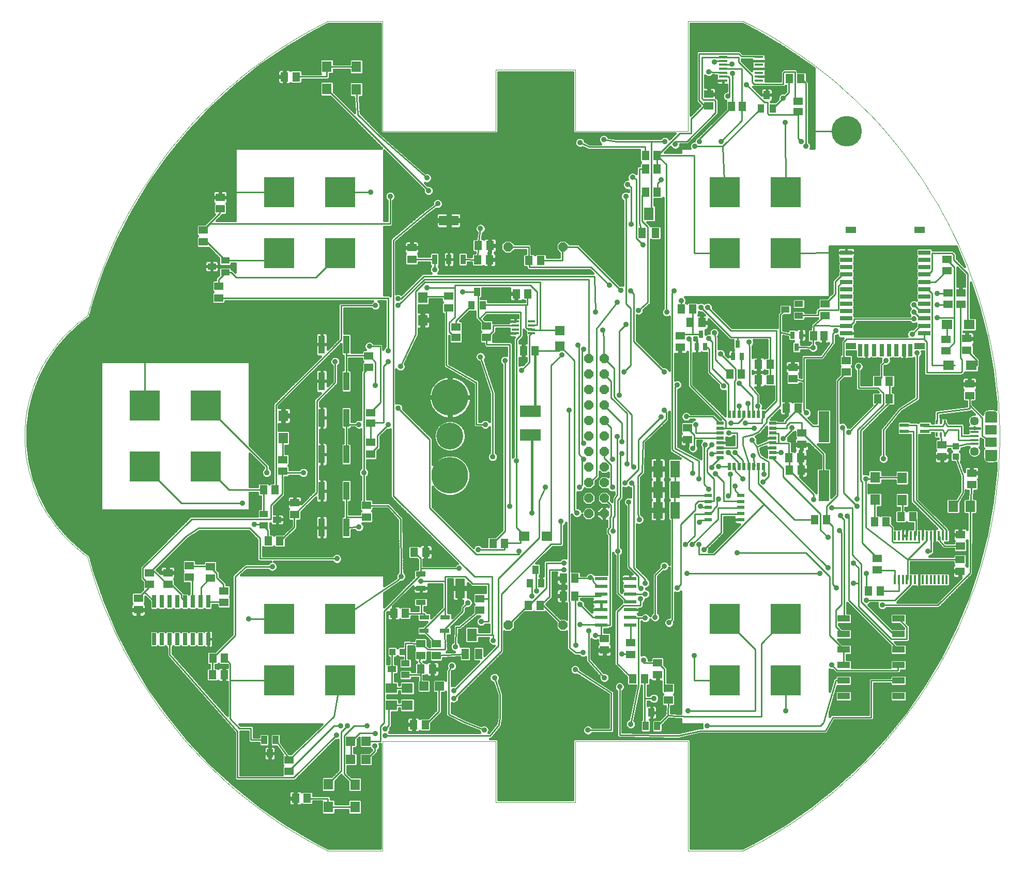
<source format=gtl>
G75*
%MOIN*%
%OFA0B0*%
%FSLAX24Y24*%
%IPPOS*%
%LPD*%
%AMOC8*
5,1,8,0,0,1.08239X$1,22.5*
%
%ADD10C,0.0039*%
%ADD11R,0.0630X0.0709*%
%ADD12R,0.0260X0.0800*%
%ADD13R,0.1969X0.1969*%
%ADD14C,0.2362*%
%ADD15C,0.1739*%
%ADD16R,0.0394X0.0551*%
%ADD17R,0.0709X0.0630*%
%ADD18R,0.0512X0.0591*%
%ADD19R,0.0591X0.0512*%
%ADD20R,0.0480X0.0157*%
%ADD21R,0.0787X0.0315*%
%ADD22R,0.0315X0.0787*%
%ADD23R,0.0709X0.0394*%
%ADD24R,0.0551X0.0394*%
%ADD25R,0.0465X0.0228*%
%ADD26R,0.0500X0.0220*%
%ADD27R,0.0220X0.0500*%
%ADD28R,0.0157X0.0591*%
%ADD29R,0.0433X0.0394*%
%ADD30R,0.0700X0.2000*%
%ADD31R,0.0630X0.0394*%
%ADD32R,0.0630X0.0315*%
%ADD33R,0.0640X0.0350*%
%ADD34R,0.0640X0.1250*%
%ADD35R,0.0394X0.1181*%
%ADD36R,0.0630X0.1063*%
%ADD37R,0.0790X0.0430*%
%ADD38R,0.0350X0.0640*%
%ADD39R,0.1250X0.0640*%
%ADD40R,0.0810X0.0240*%
%ADD41R,0.0580X0.0140*%
%ADD42R,0.0118X0.0276*%
%ADD43R,0.0630X0.0236*%
%ADD44OC8,0.0600*%
%ADD45C,0.0571*%
%ADD46R,0.0531X0.0157*%
%ADD47R,0.0748X0.0591*%
%ADD48C,0.0000*%
%ADD49C,0.0001*%
%ADD50R,0.0394X0.0630*%
%ADD51R,0.0394X0.0433*%
%ADD52R,0.0591X0.0591*%
%ADD53R,0.0472X0.0669*%
%ADD54R,0.0630X0.0827*%
%ADD55R,0.0315X0.0512*%
%ADD56R,0.1339X0.0748*%
%ADD57C,0.0160*%
%ADD58C,0.1969*%
%ADD59C,0.0100*%
%ADD60C,0.0357*%
%ADD61C,0.0350*%
D10*
X027818Y003723D02*
X031361Y003723D01*
X031361Y010810D01*
X038645Y010810D01*
X038645Y006873D01*
X043763Y006873D01*
X043763Y010810D01*
X051046Y010810D01*
X051046Y003723D01*
X054589Y003723D01*
X027818Y003724D02*
X027176Y004055D01*
X026542Y004402D01*
X025917Y004764D01*
X025301Y005141D01*
X024694Y005532D01*
X024097Y005938D01*
X023509Y006359D01*
X022932Y006793D01*
X022366Y007242D01*
X021810Y007703D01*
X021266Y008178D01*
X020733Y008667D01*
X020213Y009167D01*
X019704Y009680D01*
X019208Y010206D01*
X018725Y010743D01*
X018255Y011291D01*
X017799Y011851D01*
X017356Y012422D01*
X016927Y013003D01*
X016512Y013594D01*
X016111Y014195D01*
X015725Y014806D01*
X015354Y015426D01*
X014998Y016054D01*
X014657Y016691D01*
X014332Y017336D01*
X014022Y017989D01*
X013728Y018649D01*
X013450Y019316D01*
X013189Y019989D01*
X012943Y020668D01*
X012714Y021353D01*
X012502Y022044D01*
X012306Y022739D01*
X012120Y022874D01*
X011936Y023012D01*
X011756Y023155D01*
X011579Y023303D01*
X011406Y023455D01*
X011237Y023611D01*
X011072Y023771D01*
X010910Y023935D01*
X010753Y024102D01*
X010600Y024274D01*
X010451Y024449D01*
X010306Y024628D01*
X010165Y024810D01*
X010030Y024996D01*
X009898Y025185D01*
X009771Y025377D01*
X009649Y025572D01*
X009532Y025770D01*
X009420Y025971D01*
X009312Y026174D01*
X009210Y026380D01*
X009112Y026589D01*
X009020Y026799D01*
X008933Y027012D01*
X008851Y027227D01*
X008774Y027444D01*
X008703Y027663D01*
X008636Y027883D01*
X008576Y028105D01*
X008520Y028328D01*
X008470Y028553D01*
X008426Y028779D01*
X008387Y029006D01*
X008353Y029233D01*
X008326Y029462D01*
X008303Y029691D01*
X008286Y029920D01*
X008275Y030150D01*
X008270Y030380D01*
X008270Y030610D01*
X008275Y030840D01*
X008286Y031070D01*
X008303Y031299D01*
X008326Y031528D01*
X008353Y031757D01*
X008387Y031984D01*
X008426Y032211D01*
X008470Y032437D01*
X008520Y032662D01*
X008576Y032885D01*
X008636Y033107D01*
X008703Y033327D01*
X008774Y033546D01*
X008851Y033763D01*
X008933Y033978D01*
X009020Y034191D01*
X009112Y034401D01*
X009210Y034610D01*
X009312Y034816D01*
X009420Y035019D01*
X009532Y035220D01*
X009649Y035418D01*
X009771Y035613D01*
X009898Y035805D01*
X010030Y035994D01*
X010165Y036180D01*
X010306Y036362D01*
X010451Y036541D01*
X010600Y036716D01*
X010753Y036888D01*
X010910Y037055D01*
X011072Y037219D01*
X011237Y037379D01*
X011406Y037535D01*
X011579Y037687D01*
X011756Y037835D01*
X011936Y037978D01*
X012120Y038116D01*
X012306Y038251D01*
X031361Y050180D02*
X031361Y057267D01*
X027818Y057267D01*
X031361Y050180D02*
X038645Y050180D01*
X038645Y054117D01*
X043763Y054117D01*
X043763Y050180D01*
X051046Y050180D01*
X051046Y057267D01*
X054589Y057267D01*
X027818Y057267D02*
X027175Y056937D01*
X026540Y056592D01*
X025913Y056232D01*
X025296Y055857D01*
X024688Y055466D01*
X024089Y055061D01*
X023500Y054642D01*
X022922Y054208D01*
X022355Y053761D01*
X021798Y053299D01*
X021253Y052825D01*
X020720Y052337D01*
X020199Y051837D01*
X019690Y051324D01*
X019193Y050798D01*
X018710Y050261D01*
X018239Y049712D01*
X017783Y049152D01*
X017339Y048581D01*
X016910Y048000D01*
X016496Y047408D01*
X016095Y046806D01*
X015710Y046195D01*
X015339Y045575D01*
X014984Y044945D01*
X014644Y044308D01*
X014319Y043662D01*
X014011Y043008D01*
X013718Y042347D01*
X013441Y041680D01*
X013181Y041005D01*
X012937Y040325D01*
X012710Y039639D01*
X012500Y038947D01*
X012306Y038251D01*
X054590Y057267D02*
X055237Y056933D01*
X055877Y056584D01*
X056507Y056219D01*
X057128Y055839D01*
X057740Y055445D01*
X058342Y055035D01*
X058934Y054611D01*
X059516Y054172D01*
X060087Y053719D01*
X060646Y053253D01*
X061194Y052773D01*
X061730Y052280D01*
X062254Y051775D01*
X062766Y051256D01*
X063264Y050725D01*
X063750Y050183D01*
X064222Y049628D01*
X064681Y049063D01*
X065126Y048486D01*
X065556Y047898D01*
X065973Y047301D01*
X066374Y046693D01*
X066761Y046076D01*
X067132Y045450D01*
X067489Y044814D01*
X067829Y044171D01*
X068154Y043519D01*
X068463Y042859D01*
X068756Y042192D01*
X069032Y041518D01*
X069292Y040838D01*
X069536Y040152D01*
X069762Y039459D01*
X069972Y038762D01*
X070164Y038060D01*
X070340Y037353D01*
X070498Y036642D01*
X070639Y035927D01*
X070762Y035209D01*
X070868Y034489D01*
X070957Y033766D01*
X071028Y033041D01*
X071081Y032315D01*
X071116Y031587D01*
X071134Y030859D01*
X071134Y030131D01*
X071116Y029403D01*
X071081Y028675D01*
X071028Y027949D01*
X070957Y027224D01*
X070868Y026501D01*
X070762Y025781D01*
X070639Y025063D01*
X070498Y024348D01*
X070340Y023637D01*
X070164Y022930D01*
X069972Y022228D01*
X069762Y021531D01*
X069536Y020838D01*
X069292Y020152D01*
X069032Y019472D01*
X068756Y018798D01*
X068463Y018131D01*
X068154Y017471D01*
X067829Y016819D01*
X067489Y016176D01*
X067132Y015540D01*
X066761Y014914D01*
X066374Y014297D01*
X065973Y013689D01*
X065556Y013092D01*
X065126Y012504D01*
X064681Y011927D01*
X064222Y011362D01*
X063750Y010807D01*
X063264Y010265D01*
X062766Y009734D01*
X062254Y009215D01*
X061730Y008710D01*
X061194Y008217D01*
X060646Y007737D01*
X060087Y007271D01*
X059516Y006818D01*
X058934Y006379D01*
X058342Y005955D01*
X057740Y005545D01*
X057128Y005151D01*
X056507Y004771D01*
X055877Y004406D01*
X055237Y004057D01*
X054590Y003723D01*
D11*
X029565Y006560D03*
X029565Y008008D03*
X027854Y008021D03*
X027854Y006572D03*
X024939Y030360D03*
X024939Y031809D03*
X033928Y037974D03*
X033928Y039423D03*
X029653Y052872D03*
X029653Y054321D03*
X027756Y054343D03*
X027756Y052894D03*
X063108Y027833D03*
X063108Y026384D03*
X064850Y026358D03*
X064850Y027807D03*
D12*
X020109Y019814D03*
X019609Y019814D03*
X019109Y019814D03*
X018609Y019814D03*
X018109Y019814D03*
X017609Y019814D03*
X017109Y019814D03*
X016609Y019814D03*
X016609Y017394D03*
X017109Y017394D03*
X017609Y017394D03*
X018109Y017394D03*
X018609Y017394D03*
X019109Y017394D03*
X019609Y017394D03*
X020109Y017394D03*
D13*
X024668Y018684D03*
X028605Y018684D03*
X028605Y014747D03*
X024668Y014747D03*
X019944Y028526D03*
X016007Y028526D03*
X016007Y032463D03*
X019944Y032463D03*
X024668Y042306D03*
X024668Y046243D03*
X028605Y046243D03*
X028605Y042306D03*
X053408Y042306D03*
X053408Y046243D03*
X057345Y046243D03*
X057345Y042306D03*
X057345Y018684D03*
X053408Y018684D03*
X053408Y014747D03*
X057345Y014747D03*
D14*
X035692Y027956D03*
X035692Y032995D03*
D15*
X035692Y030495D03*
D16*
X037072Y038947D03*
X037820Y038947D03*
X037446Y039813D03*
X055751Y051637D03*
X056499Y051637D03*
X056125Y052503D03*
X041204Y021873D03*
X041578Y021007D03*
X040830Y021007D03*
X048684Y012660D03*
X049058Y011794D03*
X048310Y011794D03*
X024452Y010889D03*
X023704Y010889D03*
X024078Y010023D03*
D17*
X040489Y024029D03*
X041937Y024029D03*
X067860Y035048D03*
X069309Y035048D03*
X069191Y037687D03*
X067742Y037687D03*
D18*
X064019Y034038D03*
X063271Y034038D03*
X063276Y032891D03*
X064024Y032891D03*
X059806Y036955D03*
X059137Y036955D03*
X056334Y035118D03*
X055586Y035118D03*
X055593Y034117D03*
X056341Y034117D03*
X054492Y034486D03*
X053744Y034486D03*
X057386Y032300D03*
X058134Y032300D03*
X058308Y029110D03*
X057560Y029110D03*
X057586Y028283D03*
X058334Y028283D03*
X059217Y025097D03*
X059965Y025097D03*
X063064Y024978D03*
X063812Y024978D03*
X064783Y025293D03*
X065531Y025293D03*
X063439Y020489D03*
X062691Y020489D03*
X048231Y014826D03*
X047483Y014826D03*
X041499Y019550D03*
X040751Y019550D03*
X042995Y020180D03*
X043743Y020180D03*
X043743Y021322D03*
X042995Y021322D03*
X039222Y023578D03*
X038474Y023578D03*
X034136Y023008D03*
X033388Y023008D03*
X032823Y019071D03*
X032075Y019071D03*
X033822Y015456D03*
X034570Y015456D03*
X034097Y011873D03*
X033349Y011873D03*
X026488Y007127D03*
X025740Y007127D03*
X021138Y015099D03*
X020390Y015099D03*
X020397Y016164D03*
X021145Y016164D03*
X023979Y023723D03*
X024727Y023723D03*
X024412Y027030D03*
X023664Y027030D03*
X039963Y039668D03*
X040711Y039668D03*
X040790Y041834D03*
X041538Y041834D03*
X038230Y041869D03*
X037482Y041869D03*
X037516Y042790D03*
X038264Y042790D03*
X040436Y036007D03*
X041184Y036007D03*
X050600Y038683D03*
X051348Y038683D03*
X051184Y037818D03*
X051932Y037818D03*
X049058Y046243D03*
X048310Y046243D03*
X048310Y047739D03*
X049058Y047739D03*
X049058Y048605D03*
X048310Y048605D03*
X053861Y051755D03*
X054530Y051755D03*
X057562Y053566D03*
X058310Y053566D03*
X025769Y053679D03*
X025021Y053679D03*
D19*
X020879Y045898D03*
X020879Y045150D03*
X019786Y043782D03*
X019786Y043034D03*
X020771Y040160D03*
X020771Y039412D03*
X030457Y035674D03*
X030457Y034926D03*
X030574Y032011D03*
X030574Y031341D03*
X030574Y030082D03*
X030574Y029334D03*
X030313Y026023D03*
X030313Y025274D03*
X025677Y025437D03*
X025677Y026185D03*
X024908Y028226D03*
X024908Y028974D03*
X018864Y022131D03*
X018864Y021383D03*
X020242Y021330D03*
X020242Y022078D03*
X021120Y020504D03*
X021120Y019756D03*
X017497Y020925D03*
X017497Y021673D03*
X016315Y021674D03*
X016315Y020926D03*
X015596Y020030D03*
X015596Y019282D03*
X025298Y009609D03*
X025298Y008861D03*
X033802Y016341D03*
X033802Y017089D03*
X034826Y017089D03*
X034826Y016341D03*
X037621Y019255D03*
X037621Y020003D03*
X045649Y017438D03*
X045649Y016690D03*
X047345Y016402D03*
X047345Y017150D03*
X049085Y015859D03*
X049085Y015111D03*
X049786Y014215D03*
X049786Y013467D03*
X063251Y021853D03*
X063251Y022601D03*
X068589Y022515D03*
X068589Y021767D03*
X068603Y023382D03*
X068603Y024130D03*
X069340Y027360D03*
X069340Y028108D03*
X067424Y029176D03*
X067424Y029924D03*
X069196Y033113D03*
X069196Y033861D03*
X069026Y036034D03*
X069026Y036782D03*
X067688Y036741D03*
X067688Y035993D03*
X067806Y038993D03*
X067806Y039741D03*
X068637Y039730D03*
X068637Y038982D03*
X067734Y041159D03*
X067734Y041907D03*
X061234Y035373D03*
X061234Y034625D03*
X057800Y034932D03*
X057800Y034184D03*
X058371Y030704D03*
X058371Y029956D03*
X051004Y030271D03*
X051004Y031019D03*
X050539Y036221D03*
X050539Y036969D03*
X059871Y038267D03*
X059871Y039015D03*
X058133Y051420D03*
X058133Y052089D03*
X052381Y051807D03*
X052381Y052555D03*
X035595Y039520D03*
X035595Y038772D03*
X036086Y037523D03*
X036086Y036853D03*
X038059Y036861D03*
X038059Y037609D03*
X033228Y041904D03*
X033228Y042652D03*
D20*
X039907Y037886D03*
X039907Y037630D03*
X039907Y037374D03*
X039907Y037119D03*
X040942Y037119D03*
X040942Y037374D03*
X040942Y037630D03*
X040942Y037886D03*
D21*
X061245Y038084D03*
X061245Y038556D03*
X061245Y039029D03*
X061245Y039501D03*
X061245Y039974D03*
X061245Y040446D03*
X061245Y040919D03*
X061245Y041391D03*
X061245Y041863D03*
X061245Y042336D03*
X066285Y042336D03*
X066285Y041863D03*
X066285Y041391D03*
X066285Y040919D03*
X066285Y040446D03*
X066285Y039974D03*
X066285Y039501D03*
X066285Y039029D03*
X066285Y038556D03*
X066285Y038084D03*
X066285Y037611D03*
X066285Y037139D03*
X061245Y037139D03*
X061245Y037611D03*
D22*
X062151Y036037D03*
X062545Y036037D03*
X063056Y036037D03*
X063529Y036037D03*
X064001Y036037D03*
X064474Y036037D03*
X064986Y036037D03*
X065379Y036037D03*
D23*
X065970Y036312D03*
X061560Y036312D03*
X061560Y043793D03*
X065970Y043793D03*
D24*
X058181Y039024D03*
X058181Y038276D03*
X057315Y038650D03*
X032818Y015830D03*
X032818Y015082D03*
X031952Y015456D03*
X023684Y024727D03*
X023684Y025475D03*
X024550Y025101D03*
X021204Y041066D03*
X021204Y041814D03*
X020337Y041440D03*
D25*
X052344Y026671D03*
X052344Y026278D03*
X052344Y025884D03*
X052344Y025490D03*
X052344Y025097D03*
X054430Y025097D03*
X054430Y025490D03*
X054430Y025884D03*
X054430Y026278D03*
X054430Y026671D03*
D26*
X053117Y029113D03*
X053117Y029428D03*
X053117Y029743D03*
X053117Y030058D03*
X053117Y030373D03*
X053117Y030688D03*
X053117Y031003D03*
X053117Y031318D03*
X056497Y031318D03*
X056497Y031003D03*
X056497Y030688D03*
X056497Y030373D03*
X056497Y030058D03*
X056497Y029743D03*
X056497Y029428D03*
X056497Y029113D03*
D27*
X055909Y028525D03*
X055594Y028525D03*
X055279Y028525D03*
X054964Y028525D03*
X054649Y028525D03*
X054334Y028525D03*
X054019Y028525D03*
X053704Y028525D03*
X053704Y031905D03*
X054019Y031905D03*
X054334Y031905D03*
X054649Y031905D03*
X054964Y031905D03*
X055279Y031905D03*
X055594Y031905D03*
X055909Y031905D03*
D28*
X064394Y024075D03*
X064650Y024075D03*
X064906Y024075D03*
X065161Y024075D03*
X065417Y024075D03*
X065673Y024075D03*
X065929Y024075D03*
X066185Y024075D03*
X066441Y024075D03*
X066697Y024075D03*
X066953Y024075D03*
X067209Y024075D03*
X067465Y024075D03*
X067721Y024075D03*
X067721Y021221D03*
X067465Y021221D03*
X067209Y021221D03*
X066953Y021221D03*
X066697Y021221D03*
X066441Y021221D03*
X066185Y021221D03*
X065929Y021221D03*
X065673Y021221D03*
X065417Y021221D03*
X065161Y021221D03*
X064906Y021221D03*
X064650Y021221D03*
X064394Y021221D03*
D29*
X068316Y029154D03*
X068316Y029823D03*
D30*
X059797Y031104D03*
X059797Y027304D03*
D31*
X068146Y026119D03*
X068146Y025804D03*
X069249Y025804D03*
X069249Y026119D03*
D32*
X035377Y018802D03*
X035357Y017918D03*
X034019Y017918D03*
X034038Y018802D03*
D33*
X033821Y019764D03*
X033821Y020674D03*
X033821Y021584D03*
D34*
X036341Y020674D03*
D35*
X028999Y024589D03*
X027424Y024589D03*
X027424Y026952D03*
X028999Y026952D03*
X028999Y029314D03*
X027424Y029314D03*
X027424Y031676D03*
X028999Y031676D03*
X028999Y034038D03*
X027424Y034038D03*
X027424Y036400D03*
X028999Y036400D03*
D36*
X049105Y028378D03*
X050208Y028378D03*
X050208Y027041D03*
X049105Y027041D03*
X049105Y025704D03*
X050208Y025704D03*
D37*
X061079Y018720D03*
X061079Y017720D03*
X061079Y016720D03*
X061079Y015720D03*
X061079Y014720D03*
X061079Y013720D03*
X064619Y013720D03*
X064619Y014720D03*
X064619Y015720D03*
X064619Y016720D03*
X064619Y017720D03*
X064619Y018720D03*
D38*
X036529Y041892D03*
X035619Y041892D03*
X034709Y041892D03*
D39*
X035619Y044412D03*
D40*
X045432Y021292D03*
X045432Y020792D03*
X045432Y020292D03*
X045432Y019792D03*
X045432Y019292D03*
X045432Y018792D03*
X045432Y018292D03*
X047322Y018292D03*
X047322Y018792D03*
X047322Y019292D03*
X047322Y019792D03*
X047322Y020292D03*
X047322Y020792D03*
X047322Y021292D03*
D41*
X053312Y053430D03*
X053312Y053690D03*
X053312Y053940D03*
X053312Y054200D03*
X053312Y054460D03*
X053312Y054710D03*
X053312Y054970D03*
X055612Y054970D03*
X055612Y054710D03*
X055612Y054460D03*
X055612Y054200D03*
X055612Y053940D03*
X055612Y053690D03*
X055612Y053430D03*
D42*
X067089Y031400D03*
X067345Y031400D03*
X067601Y031400D03*
X067601Y030613D03*
X067345Y030613D03*
X067089Y030613D03*
D43*
X066322Y030810D03*
X066322Y031204D03*
X064983Y031204D03*
X064983Y030810D03*
D44*
X045641Y030495D03*
X045641Y031495D03*
X045641Y032495D03*
X044641Y032495D03*
X044641Y031495D03*
X044641Y030495D03*
X044641Y029495D03*
X045641Y029495D03*
X045641Y028495D03*
X044641Y028495D03*
X044641Y027495D03*
X045641Y027495D03*
X045641Y026495D03*
X044641Y026495D03*
X044641Y025495D03*
X045641Y025495D03*
X042975Y018290D03*
X039432Y018290D03*
X044641Y033495D03*
X045641Y033495D03*
X045641Y034495D03*
X044641Y034495D03*
X044641Y035495D03*
X045641Y035495D03*
X042975Y042700D03*
X039432Y042700D03*
D45*
X069511Y031479D03*
X069511Y029511D03*
D46*
X069511Y029983D03*
X069511Y030239D03*
X069511Y030495D03*
X069511Y030751D03*
X069511Y031007D03*
D47*
X070574Y030889D03*
X070574Y030101D03*
D48*
X070948Y029589D02*
X070948Y029078D01*
X070943Y029034D01*
X070928Y028992D01*
X070905Y028955D01*
X070874Y028924D01*
X070836Y028900D01*
X070795Y028886D01*
X070751Y028881D01*
X070397Y028881D01*
X070353Y028886D01*
X070311Y028900D01*
X070274Y028924D01*
X070243Y028955D01*
X070219Y028992D01*
X070205Y029034D01*
X070200Y029078D01*
X070200Y029589D01*
X070948Y029589D01*
X070948Y031400D02*
X070948Y031912D01*
X070943Y031956D01*
X070928Y031998D01*
X070905Y032035D01*
X070874Y032066D01*
X070836Y032090D01*
X070795Y032104D01*
X070751Y032109D01*
X070397Y032109D01*
X070353Y032104D01*
X070311Y032090D01*
X070274Y032066D01*
X070243Y032035D01*
X070219Y031998D01*
X070205Y031956D01*
X070200Y031912D01*
X070200Y031400D01*
X070948Y031400D01*
D49*
X070948Y031401D02*
X070200Y031401D01*
X070200Y031402D02*
X070948Y031402D01*
X070948Y031403D02*
X070200Y031403D01*
X070200Y031404D02*
X070948Y031404D01*
X070948Y031405D02*
X070200Y031405D01*
X070200Y031406D02*
X070948Y031406D01*
X070948Y031407D02*
X070200Y031407D01*
X070200Y031408D02*
X070948Y031408D01*
X070948Y031409D02*
X070200Y031409D01*
X070200Y031410D02*
X070948Y031410D01*
X070948Y031411D02*
X070200Y031411D01*
X070200Y031412D02*
X070948Y031412D01*
X070948Y031413D02*
X070200Y031413D01*
X070200Y031414D02*
X070948Y031414D01*
X070948Y031415D02*
X070200Y031415D01*
X070200Y031416D02*
X070948Y031416D01*
X070948Y031417D02*
X070200Y031417D01*
X070200Y031418D02*
X070948Y031418D01*
X070948Y031419D02*
X070200Y031419D01*
X070200Y031420D02*
X070948Y031420D01*
X070948Y031421D02*
X070200Y031421D01*
X070200Y031422D02*
X070948Y031422D01*
X070948Y031423D02*
X070200Y031423D01*
X070200Y031424D02*
X070948Y031424D01*
X070948Y031425D02*
X070200Y031425D01*
X070200Y031426D02*
X070948Y031426D01*
X070948Y031427D02*
X070200Y031427D01*
X070200Y031428D02*
X070948Y031428D01*
X070948Y031429D02*
X070200Y031429D01*
X070200Y031430D02*
X070948Y031430D01*
X070948Y031431D02*
X070200Y031431D01*
X070200Y031432D02*
X070948Y031432D01*
X070948Y031433D02*
X070200Y031433D01*
X070200Y031434D02*
X070948Y031434D01*
X070948Y031435D02*
X070200Y031435D01*
X070200Y031436D02*
X070948Y031436D01*
X070948Y031437D02*
X070200Y031437D01*
X070200Y031438D02*
X070948Y031438D01*
X070948Y031439D02*
X070200Y031439D01*
X070200Y031440D02*
X070948Y031440D01*
X070948Y031441D02*
X070200Y031441D01*
X070200Y031442D02*
X070948Y031442D01*
X070948Y031443D02*
X070200Y031443D01*
X070200Y031444D02*
X070948Y031444D01*
X070948Y031445D02*
X070200Y031445D01*
X070200Y031446D02*
X070948Y031446D01*
X070948Y031447D02*
X070200Y031447D01*
X070200Y031448D02*
X070948Y031448D01*
X070948Y031449D02*
X070200Y031449D01*
X070200Y031450D02*
X070948Y031450D01*
X070948Y031451D02*
X070200Y031451D01*
X070200Y031452D02*
X070948Y031452D01*
X070948Y031453D02*
X070200Y031453D01*
X070200Y031454D02*
X070948Y031454D01*
X070948Y031455D02*
X070200Y031455D01*
X070200Y031456D02*
X070948Y031456D01*
X070948Y031457D02*
X070200Y031457D01*
X070200Y031458D02*
X070948Y031458D01*
X070948Y031459D02*
X070200Y031459D01*
X070200Y031460D02*
X070948Y031460D01*
X070948Y031461D02*
X070200Y031461D01*
X070200Y031462D02*
X070948Y031462D01*
X070948Y031463D02*
X070200Y031463D01*
X070200Y031464D02*
X070948Y031464D01*
X070948Y031465D02*
X070200Y031465D01*
X070200Y031466D02*
X070948Y031466D01*
X070948Y031467D02*
X070200Y031467D01*
X070200Y031468D02*
X070948Y031468D01*
X070948Y031469D02*
X070200Y031469D01*
X070200Y031470D02*
X070948Y031470D01*
X070948Y031471D02*
X070200Y031471D01*
X070200Y031472D02*
X070948Y031472D01*
X070948Y031473D02*
X070200Y031473D01*
X070200Y031474D02*
X070948Y031474D01*
X070948Y031475D02*
X070200Y031475D01*
X070200Y031476D02*
X070948Y031476D01*
X070948Y031477D02*
X070200Y031477D01*
X070200Y031478D02*
X070948Y031478D01*
X070948Y031479D02*
X070200Y031479D01*
X070200Y031480D02*
X070948Y031480D01*
X070948Y031481D02*
X070200Y031481D01*
X070200Y031482D02*
X070948Y031482D01*
X070948Y031483D02*
X070200Y031483D01*
X070200Y031484D02*
X070948Y031484D01*
X070948Y031485D02*
X070200Y031485D01*
X070200Y031486D02*
X070948Y031486D01*
X070948Y031487D02*
X070200Y031487D01*
X070200Y031488D02*
X070948Y031488D01*
X070948Y031489D02*
X070200Y031489D01*
X070200Y031490D02*
X070948Y031490D01*
X070948Y031491D02*
X070200Y031491D01*
X070200Y031492D02*
X070948Y031492D01*
X070948Y031493D02*
X070200Y031493D01*
X070200Y031494D02*
X070948Y031494D01*
X070948Y031495D02*
X070200Y031495D01*
X070200Y031496D02*
X070948Y031496D01*
X070948Y031497D02*
X070200Y031497D01*
X070200Y031498D02*
X070948Y031498D01*
X070948Y031499D02*
X070200Y031499D01*
X070200Y031500D02*
X070948Y031500D01*
X070948Y031501D02*
X070200Y031501D01*
X070200Y031502D02*
X070948Y031502D01*
X070948Y031503D02*
X070200Y031503D01*
X070200Y031504D02*
X070948Y031504D01*
X070948Y031505D02*
X070200Y031505D01*
X070200Y031506D02*
X070948Y031506D01*
X070948Y031507D02*
X070200Y031507D01*
X070200Y031508D02*
X070948Y031508D01*
X070948Y031509D02*
X070200Y031509D01*
X070200Y031510D02*
X070948Y031510D01*
X070948Y031511D02*
X070200Y031511D01*
X070200Y031512D02*
X070948Y031512D01*
X070948Y031513D02*
X070200Y031513D01*
X070200Y031514D02*
X070948Y031514D01*
X070948Y031515D02*
X070200Y031515D01*
X070200Y031516D02*
X070948Y031516D01*
X070948Y031517D02*
X070200Y031517D01*
X070200Y031518D02*
X070948Y031518D01*
X070948Y031519D02*
X070200Y031519D01*
X070200Y031520D02*
X070948Y031520D01*
X070948Y031521D02*
X070200Y031521D01*
X070200Y031522D02*
X070948Y031522D01*
X070948Y031523D02*
X070200Y031523D01*
X070200Y031524D02*
X070948Y031524D01*
X070948Y031525D02*
X070200Y031525D01*
X070200Y031526D02*
X070948Y031526D01*
X070948Y031527D02*
X070200Y031527D01*
X070200Y031528D02*
X070948Y031528D01*
X070948Y031529D02*
X070200Y031529D01*
X070200Y031530D02*
X070948Y031530D01*
X070948Y031531D02*
X070200Y031531D01*
X070200Y031532D02*
X070948Y031532D01*
X070948Y031533D02*
X070200Y031533D01*
X070200Y031534D02*
X070948Y031534D01*
X070948Y031535D02*
X070200Y031535D01*
X070200Y031536D02*
X070948Y031536D01*
X070948Y031537D02*
X070200Y031537D01*
X070200Y031538D02*
X070948Y031538D01*
X070948Y031539D02*
X070200Y031539D01*
X070200Y031540D02*
X070948Y031540D01*
X070948Y031541D02*
X070200Y031541D01*
X070200Y031542D02*
X070948Y031542D01*
X070948Y031543D02*
X070200Y031543D01*
X070200Y031544D02*
X070948Y031544D01*
X070948Y031545D02*
X070200Y031545D01*
X070200Y031546D02*
X070948Y031546D01*
X070948Y031547D02*
X070200Y031547D01*
X070200Y031548D02*
X070948Y031548D01*
X070948Y031549D02*
X070200Y031549D01*
X070200Y031550D02*
X070948Y031550D01*
X070948Y031551D02*
X070200Y031551D01*
X070200Y031552D02*
X070948Y031552D01*
X070948Y031553D02*
X070200Y031553D01*
X070200Y031554D02*
X070948Y031554D01*
X070948Y031555D02*
X070200Y031555D01*
X070200Y031556D02*
X070948Y031556D01*
X070948Y031557D02*
X070200Y031557D01*
X070200Y031558D02*
X070948Y031558D01*
X070948Y031559D02*
X070200Y031559D01*
X070200Y031560D02*
X070948Y031560D01*
X070948Y031561D02*
X070200Y031561D01*
X070200Y031562D02*
X070948Y031562D01*
X070948Y031563D02*
X070200Y031563D01*
X070200Y031564D02*
X070948Y031564D01*
X070948Y031565D02*
X070200Y031565D01*
X070200Y031566D02*
X070948Y031566D01*
X070948Y031567D02*
X070200Y031567D01*
X070200Y031568D02*
X070948Y031568D01*
X070948Y031569D02*
X070200Y031569D01*
X070200Y031570D02*
X070948Y031570D01*
X070948Y031571D02*
X070200Y031571D01*
X070200Y031572D02*
X070948Y031572D01*
X070948Y031573D02*
X070200Y031573D01*
X070200Y031574D02*
X070948Y031574D01*
X070948Y031575D02*
X070200Y031575D01*
X070200Y031576D02*
X070948Y031576D01*
X070948Y031577D02*
X070200Y031577D01*
X070200Y031578D02*
X070948Y031578D01*
X070948Y031579D02*
X070200Y031579D01*
X070200Y031580D02*
X070948Y031580D01*
X070948Y031581D02*
X070200Y031581D01*
X070200Y031582D02*
X070948Y031582D01*
X070948Y031583D02*
X070200Y031583D01*
X070200Y031584D02*
X070948Y031584D01*
X070948Y031585D02*
X070200Y031585D01*
X070200Y031586D02*
X070948Y031586D01*
X070948Y031587D02*
X070200Y031587D01*
X070200Y031588D02*
X070948Y031588D01*
X070948Y031589D02*
X070200Y031589D01*
X070200Y031590D02*
X070948Y031590D01*
X070948Y031591D02*
X070200Y031591D01*
X070200Y031592D02*
X070948Y031592D01*
X070948Y031593D02*
X070200Y031593D01*
X070200Y031594D02*
X070948Y031594D01*
X070948Y031595D02*
X070200Y031595D01*
X070200Y031596D02*
X070948Y031596D01*
X070948Y031597D02*
X070200Y031597D01*
X070200Y031598D02*
X070948Y031598D01*
X070948Y031599D02*
X070200Y031599D01*
X070200Y031600D02*
X070948Y031600D01*
X070948Y031601D02*
X070200Y031601D01*
X070200Y031602D02*
X070948Y031602D01*
X070948Y031603D02*
X070200Y031603D01*
X070200Y031604D02*
X070948Y031604D01*
X070948Y031605D02*
X070200Y031605D01*
X070200Y031606D02*
X070948Y031606D01*
X070948Y031607D02*
X070200Y031607D01*
X070200Y031608D02*
X070948Y031608D01*
X070948Y031609D02*
X070200Y031609D01*
X070200Y031610D02*
X070948Y031610D01*
X070948Y031611D02*
X070200Y031611D01*
X070200Y031612D02*
X070948Y031612D01*
X070948Y031613D02*
X070200Y031613D01*
X070200Y031614D02*
X070948Y031614D01*
X070948Y031615D02*
X070200Y031615D01*
X070200Y031616D02*
X070948Y031616D01*
X070948Y031617D02*
X070200Y031617D01*
X070200Y031618D02*
X070948Y031618D01*
X070948Y031619D02*
X070200Y031619D01*
X070200Y031620D02*
X070948Y031620D01*
X070948Y031621D02*
X070200Y031621D01*
X070200Y031622D02*
X070948Y031622D01*
X070948Y031623D02*
X070200Y031623D01*
X070200Y031624D02*
X070948Y031624D01*
X070948Y031625D02*
X070200Y031625D01*
X070200Y031626D02*
X070948Y031626D01*
X070948Y031627D02*
X070200Y031627D01*
X070200Y031628D02*
X070948Y031628D01*
X070948Y031629D02*
X070200Y031629D01*
X070200Y031630D02*
X070948Y031630D01*
X070948Y031631D02*
X070200Y031631D01*
X070200Y031632D02*
X070948Y031632D01*
X070948Y031633D02*
X070200Y031633D01*
X070200Y031634D02*
X070948Y031634D01*
X070948Y031635D02*
X070200Y031635D01*
X070200Y031636D02*
X070948Y031636D01*
X070948Y031637D02*
X070200Y031637D01*
X070200Y031638D02*
X070948Y031638D01*
X070948Y031639D02*
X070200Y031639D01*
X070200Y031640D02*
X070948Y031640D01*
X070948Y031641D02*
X070200Y031641D01*
X070200Y031642D02*
X070948Y031642D01*
X070948Y031643D02*
X070200Y031643D01*
X070200Y031644D02*
X070948Y031644D01*
X070948Y031645D02*
X070200Y031645D01*
X070200Y031646D02*
X070948Y031646D01*
X070948Y031647D02*
X070200Y031647D01*
X070200Y031648D02*
X070948Y031648D01*
X070948Y031649D02*
X070200Y031649D01*
X070200Y031650D02*
X070948Y031650D01*
X070948Y031651D02*
X070200Y031651D01*
X070200Y031652D02*
X070948Y031652D01*
X070948Y031653D02*
X070200Y031653D01*
X070200Y031654D02*
X070948Y031654D01*
X070948Y031655D02*
X070200Y031655D01*
X070200Y031656D02*
X070948Y031656D01*
X070948Y031657D02*
X070200Y031657D01*
X070200Y031658D02*
X070948Y031658D01*
X070948Y031659D02*
X070200Y031659D01*
X070200Y031660D02*
X070948Y031660D01*
X070948Y031661D02*
X070200Y031661D01*
X070200Y031662D02*
X070948Y031662D01*
X070948Y031663D02*
X070200Y031663D01*
X070200Y031664D02*
X070948Y031664D01*
X070948Y031665D02*
X070200Y031665D01*
X070200Y031666D02*
X070948Y031666D01*
X070948Y031667D02*
X070200Y031667D01*
X070200Y031668D02*
X070948Y031668D01*
X070948Y031669D02*
X070200Y031669D01*
X070200Y031670D02*
X070948Y031670D01*
X070948Y031671D02*
X070200Y031671D01*
X070200Y031672D02*
X070948Y031672D01*
X070948Y031673D02*
X070200Y031673D01*
X070200Y031674D02*
X070948Y031674D01*
X070948Y031675D02*
X070200Y031675D01*
X070200Y031676D02*
X070948Y031676D01*
X070948Y031677D02*
X070200Y031677D01*
X070200Y031678D02*
X070948Y031678D01*
X070948Y031679D02*
X070200Y031679D01*
X070200Y031680D02*
X070948Y031680D01*
X070948Y031681D02*
X070200Y031681D01*
X070200Y031682D02*
X070948Y031682D01*
X070948Y031683D02*
X070200Y031683D01*
X070200Y031684D02*
X070948Y031684D01*
X070948Y031685D02*
X070200Y031685D01*
X070200Y031686D02*
X070948Y031686D01*
X070948Y031687D02*
X070200Y031687D01*
X070200Y031688D02*
X070948Y031688D01*
X070948Y031689D02*
X070200Y031689D01*
X070200Y031690D02*
X070948Y031690D01*
X070948Y031691D02*
X070200Y031691D01*
X070200Y031692D02*
X070948Y031692D01*
X070948Y031693D02*
X070200Y031693D01*
X070200Y031694D02*
X070948Y031694D01*
X070948Y031695D02*
X070200Y031695D01*
X070200Y031696D02*
X070948Y031696D01*
X070948Y031697D02*
X070200Y031697D01*
X070200Y031698D02*
X070948Y031698D01*
X070948Y031699D02*
X070200Y031699D01*
X070200Y031700D02*
X070948Y031700D01*
X070948Y031701D02*
X070200Y031701D01*
X070200Y031702D02*
X070948Y031702D01*
X070948Y031703D02*
X070200Y031703D01*
X070200Y031704D02*
X070948Y031704D01*
X070948Y031705D02*
X070200Y031705D01*
X070200Y031706D02*
X070948Y031706D01*
X070948Y031707D02*
X070200Y031707D01*
X070200Y031708D02*
X070948Y031708D01*
X070948Y031709D02*
X070200Y031709D01*
X070200Y031710D02*
X070948Y031710D01*
X070948Y031711D02*
X070200Y031711D01*
X070200Y031712D02*
X070948Y031712D01*
X070948Y031713D02*
X070200Y031713D01*
X070200Y031714D02*
X070948Y031714D01*
X070948Y031715D02*
X070200Y031715D01*
X070200Y031716D02*
X070948Y031716D01*
X070948Y031717D02*
X070200Y031717D01*
X070200Y031718D02*
X070948Y031718D01*
X070948Y031719D02*
X070200Y031719D01*
X070200Y031720D02*
X070948Y031720D01*
X070948Y031721D02*
X070200Y031721D01*
X070200Y031722D02*
X070948Y031722D01*
X070948Y031723D02*
X070200Y031723D01*
X070200Y031724D02*
X070948Y031724D01*
X070948Y031725D02*
X070200Y031725D01*
X070200Y031726D02*
X070948Y031726D01*
X070948Y031727D02*
X070200Y031727D01*
X070200Y031728D02*
X070948Y031728D01*
X070948Y031729D02*
X070200Y031729D01*
X070200Y031730D02*
X070948Y031730D01*
X070948Y031731D02*
X070200Y031731D01*
X070200Y031732D02*
X070948Y031732D01*
X070948Y031733D02*
X070200Y031733D01*
X070200Y031734D02*
X070948Y031734D01*
X070948Y031735D02*
X070200Y031735D01*
X070200Y031736D02*
X070948Y031736D01*
X070948Y031737D02*
X070200Y031737D01*
X070200Y031738D02*
X070948Y031738D01*
X070948Y031739D02*
X070200Y031739D01*
X070200Y031740D02*
X070948Y031740D01*
X070948Y031741D02*
X070200Y031741D01*
X070200Y031742D02*
X070948Y031742D01*
X070948Y031743D02*
X070200Y031743D01*
X070200Y031744D02*
X070948Y031744D01*
X070948Y031745D02*
X070200Y031745D01*
X070200Y031746D02*
X070948Y031746D01*
X070948Y031747D02*
X070200Y031747D01*
X070200Y031748D02*
X070948Y031748D01*
X070948Y031749D02*
X070200Y031749D01*
X070200Y031750D02*
X070948Y031750D01*
X070948Y031751D02*
X070200Y031751D01*
X070200Y031752D02*
X070948Y031752D01*
X070948Y031753D02*
X070200Y031753D01*
X070200Y031754D02*
X070948Y031754D01*
X070948Y031755D02*
X070200Y031755D01*
X070200Y031756D02*
X070948Y031756D01*
X070948Y031757D02*
X070200Y031757D01*
X070200Y031758D02*
X070948Y031758D01*
X070948Y031759D02*
X070200Y031759D01*
X070200Y031760D02*
X070948Y031760D01*
X070948Y031761D02*
X070200Y031761D01*
X070200Y031762D02*
X070948Y031762D01*
X070948Y031763D02*
X070200Y031763D01*
X070200Y031764D02*
X070948Y031764D01*
X070948Y031765D02*
X070200Y031765D01*
X070200Y031766D02*
X070948Y031766D01*
X070948Y031767D02*
X070200Y031767D01*
X070200Y031768D02*
X070948Y031768D01*
X070948Y031769D02*
X070200Y031769D01*
X070200Y031770D02*
X070948Y031770D01*
X070948Y031771D02*
X070200Y031771D01*
X070200Y031772D02*
X070948Y031772D01*
X070948Y031773D02*
X070200Y031773D01*
X070200Y031774D02*
X070948Y031774D01*
X070948Y031775D02*
X070200Y031775D01*
X070200Y031776D02*
X070948Y031776D01*
X070948Y031777D02*
X070200Y031777D01*
X070200Y031778D02*
X070948Y031778D01*
X070948Y031779D02*
X070200Y031779D01*
X070200Y031780D02*
X070948Y031780D01*
X070948Y031781D02*
X070200Y031781D01*
X070200Y031782D02*
X070948Y031782D01*
X070948Y031783D02*
X070200Y031783D01*
X070200Y031784D02*
X070948Y031784D01*
X070948Y031785D02*
X070200Y031785D01*
X070200Y031786D02*
X070948Y031786D01*
X070948Y031787D02*
X070200Y031787D01*
X070200Y031788D02*
X070948Y031788D01*
X070948Y031789D02*
X070200Y031789D01*
X070200Y031790D02*
X070948Y031790D01*
X070948Y031791D02*
X070200Y031791D01*
X070200Y031792D02*
X070948Y031792D01*
X070948Y031793D02*
X070200Y031793D01*
X070200Y031794D02*
X070948Y031794D01*
X070948Y031795D02*
X070200Y031795D01*
X070200Y031796D02*
X070948Y031796D01*
X070948Y031797D02*
X070200Y031797D01*
X070200Y031798D02*
X070948Y031798D01*
X070948Y031799D02*
X070200Y031799D01*
X070200Y031800D02*
X070948Y031800D01*
X070948Y031801D02*
X070200Y031801D01*
X070200Y031802D02*
X070948Y031802D01*
X070948Y031803D02*
X070200Y031803D01*
X070200Y031804D02*
X070948Y031804D01*
X070948Y031805D02*
X070200Y031805D01*
X070200Y031806D02*
X070948Y031806D01*
X070948Y031807D02*
X070200Y031807D01*
X070200Y031808D02*
X070948Y031808D01*
X070948Y031809D02*
X070200Y031809D01*
X070200Y031810D02*
X070948Y031810D01*
X070948Y031811D02*
X070200Y031811D01*
X070200Y031812D02*
X070948Y031812D01*
X070948Y031813D02*
X070200Y031813D01*
X070200Y031814D02*
X070948Y031814D01*
X070948Y031815D02*
X070200Y031815D01*
X070200Y031816D02*
X070948Y031816D01*
X070948Y031817D02*
X070200Y031817D01*
X070200Y031818D02*
X070948Y031818D01*
X070948Y031819D02*
X070200Y031819D01*
X070200Y031820D02*
X070948Y031820D01*
X070948Y031821D02*
X070200Y031821D01*
X070200Y031822D02*
X070948Y031822D01*
X070948Y031823D02*
X070200Y031823D01*
X070200Y031824D02*
X070948Y031824D01*
X070948Y031825D02*
X070200Y031825D01*
X070200Y031826D02*
X070948Y031826D01*
X070948Y031827D02*
X070200Y031827D01*
X070200Y031828D02*
X070948Y031828D01*
X070948Y031829D02*
X070200Y031829D01*
X070200Y031830D02*
X070948Y031830D01*
X070948Y031831D02*
X070200Y031831D01*
X070200Y031832D02*
X070948Y031832D01*
X070948Y031833D02*
X070200Y031833D01*
X070200Y031834D02*
X070948Y031834D01*
X070948Y031835D02*
X070200Y031835D01*
X070200Y031836D02*
X070948Y031836D01*
X070948Y031837D02*
X070200Y031837D01*
X070200Y031838D02*
X070948Y031838D01*
X070948Y031839D02*
X070200Y031839D01*
X070200Y031840D02*
X070948Y031840D01*
X070948Y031841D02*
X070200Y031841D01*
X070200Y031842D02*
X070948Y031842D01*
X070948Y031843D02*
X070200Y031843D01*
X070200Y031844D02*
X070948Y031844D01*
X070948Y031845D02*
X070200Y031845D01*
X070200Y031846D02*
X070948Y031846D01*
X070948Y031847D02*
X070200Y031847D01*
X070200Y031848D02*
X070948Y031848D01*
X070948Y031849D02*
X070200Y031849D01*
X070200Y031850D02*
X070948Y031850D01*
X070948Y031851D02*
X070200Y031851D01*
X070200Y031852D02*
X070948Y031852D01*
X070948Y031853D02*
X070200Y031853D01*
X070200Y031854D02*
X070948Y031854D01*
X070948Y031855D02*
X070200Y031855D01*
X070200Y031856D02*
X070948Y031856D01*
X070948Y031857D02*
X070200Y031857D01*
X070200Y031858D02*
X070948Y031858D01*
X070948Y031859D02*
X070200Y031859D01*
X070200Y031860D02*
X070948Y031860D01*
X070948Y031861D02*
X070200Y031861D01*
X070200Y031862D02*
X070948Y031862D01*
X070948Y031863D02*
X070200Y031863D01*
X070200Y031864D02*
X070948Y031864D01*
X070948Y031865D02*
X070200Y031865D01*
X070200Y031866D02*
X070948Y031866D01*
X070948Y031867D02*
X070200Y031867D01*
X070200Y031868D02*
X070948Y031868D01*
X070948Y031869D02*
X070200Y031869D01*
X070200Y031870D02*
X070948Y031870D01*
X070948Y031871D02*
X070200Y031871D01*
X070200Y031872D02*
X070948Y031872D01*
X070948Y031873D02*
X070200Y031873D01*
X070200Y031874D02*
X070948Y031874D01*
X070948Y031875D02*
X070200Y031875D01*
X070200Y031876D02*
X070948Y031876D01*
X070948Y031877D02*
X070200Y031877D01*
X070200Y031878D02*
X070948Y031878D01*
X070948Y031879D02*
X070200Y031879D01*
X070200Y031880D02*
X070948Y031880D01*
X070948Y031881D02*
X070200Y031881D01*
X070200Y031882D02*
X070948Y031882D01*
X070948Y031883D02*
X070200Y031883D01*
X070200Y031884D02*
X070948Y031884D01*
X070948Y031885D02*
X070200Y031885D01*
X070200Y031886D02*
X070948Y031886D01*
X070948Y031887D02*
X070200Y031887D01*
X070200Y031888D02*
X070948Y031888D01*
X070948Y031889D02*
X070200Y031889D01*
X070200Y031890D02*
X070948Y031890D01*
X070948Y031891D02*
X070200Y031891D01*
X070200Y031892D02*
X070948Y031892D01*
X070948Y031893D02*
X070200Y031893D01*
X070200Y031894D02*
X070948Y031894D01*
X070948Y031895D02*
X070200Y031895D01*
X070200Y031896D02*
X070948Y031896D01*
X070948Y031897D02*
X070200Y031897D01*
X070200Y031898D02*
X070948Y031898D01*
X070948Y031899D02*
X070200Y031899D01*
X070200Y031900D02*
X070948Y031900D01*
X070948Y031901D02*
X070200Y031901D01*
X070200Y031902D02*
X070948Y031902D01*
X070948Y031903D02*
X070200Y031903D01*
X070200Y031904D02*
X070948Y031904D01*
X070948Y031905D02*
X070200Y031905D01*
X070200Y031906D02*
X070948Y031906D01*
X070948Y031907D02*
X070200Y031907D01*
X070200Y031908D02*
X070948Y031908D01*
X070948Y031909D02*
X070200Y031909D01*
X070200Y031910D02*
X070948Y031910D01*
X070948Y031911D02*
X070200Y031911D01*
X070200Y031912D02*
X070948Y031912D01*
X070948Y031913D02*
X070200Y031913D01*
X070200Y031914D02*
X070948Y031914D01*
X070947Y031915D02*
X070200Y031915D01*
X070200Y031916D02*
X070947Y031916D01*
X070947Y031917D02*
X070200Y031917D01*
X070200Y031918D02*
X070947Y031918D01*
X070947Y031919D02*
X070200Y031919D01*
X070201Y031920D02*
X070947Y031920D01*
X070947Y031921D02*
X070201Y031921D01*
X070201Y031922D02*
X070947Y031922D01*
X070947Y031923D02*
X070201Y031923D01*
X070201Y031924D02*
X070946Y031924D01*
X070946Y031925D02*
X070201Y031925D01*
X070201Y031926D02*
X070946Y031926D01*
X070946Y031927D02*
X070201Y031927D01*
X070201Y031928D02*
X070946Y031928D01*
X070946Y031929D02*
X070202Y031929D01*
X070202Y031930D02*
X070946Y031930D01*
X070946Y031931D02*
X070202Y031931D01*
X070202Y031932D02*
X070946Y031932D01*
X070945Y031933D02*
X070202Y031933D01*
X070202Y031934D02*
X070945Y031934D01*
X070945Y031935D02*
X070202Y031935D01*
X070202Y031936D02*
X070945Y031936D01*
X070945Y031937D02*
X070202Y031937D01*
X070203Y031938D02*
X070945Y031938D01*
X070945Y031939D02*
X070203Y031939D01*
X070203Y031940D02*
X070945Y031940D01*
X070944Y031941D02*
X070203Y031941D01*
X070203Y031942D02*
X070944Y031942D01*
X070944Y031943D02*
X070203Y031943D01*
X070203Y031944D02*
X070944Y031944D01*
X070944Y031945D02*
X070203Y031945D01*
X070203Y031946D02*
X070944Y031946D01*
X070944Y031947D02*
X070204Y031947D01*
X070204Y031948D02*
X070944Y031948D01*
X070944Y031949D02*
X070204Y031949D01*
X070204Y031950D02*
X070943Y031950D01*
X070943Y031951D02*
X070204Y031951D01*
X070204Y031952D02*
X070943Y031952D01*
X070943Y031953D02*
X070204Y031953D01*
X070204Y031954D02*
X070943Y031954D01*
X070943Y031955D02*
X070204Y031955D01*
X070205Y031956D02*
X070943Y031956D01*
X070943Y031957D02*
X070205Y031957D01*
X070205Y031958D02*
X070942Y031958D01*
X070942Y031959D02*
X070206Y031959D01*
X070206Y031960D02*
X070941Y031960D01*
X070941Y031961D02*
X070206Y031961D01*
X070207Y031962D02*
X070941Y031962D01*
X070940Y031963D02*
X070207Y031963D01*
X070207Y031964D02*
X070940Y031964D01*
X070940Y031965D02*
X070208Y031965D01*
X070208Y031966D02*
X070939Y031966D01*
X070939Y031967D02*
X070208Y031967D01*
X070209Y031968D02*
X070939Y031968D01*
X070938Y031969D02*
X070209Y031969D01*
X070209Y031970D02*
X070938Y031970D01*
X070938Y031971D02*
X070210Y031971D01*
X070210Y031972D02*
X070937Y031972D01*
X070937Y031973D02*
X070210Y031973D01*
X070211Y031974D02*
X070937Y031974D01*
X070936Y031975D02*
X070211Y031975D01*
X070212Y031976D02*
X070936Y031976D01*
X070936Y031977D02*
X070212Y031977D01*
X070212Y031978D02*
X070935Y031978D01*
X070935Y031979D02*
X070213Y031979D01*
X070213Y031980D02*
X070934Y031980D01*
X070934Y031981D02*
X070213Y031981D01*
X070214Y031982D02*
X070934Y031982D01*
X070933Y031983D02*
X070214Y031983D01*
X070214Y031984D02*
X070933Y031984D01*
X070933Y031985D02*
X070215Y031985D01*
X070215Y031986D02*
X070932Y031986D01*
X070932Y031987D02*
X070215Y031987D01*
X070216Y031988D02*
X070932Y031988D01*
X070931Y031989D02*
X070216Y031989D01*
X070216Y031990D02*
X070931Y031990D01*
X070931Y031991D02*
X070217Y031991D01*
X070217Y031992D02*
X070930Y031992D01*
X070930Y031993D02*
X070217Y031993D01*
X070218Y031994D02*
X070930Y031994D01*
X070929Y031995D02*
X070218Y031995D01*
X070219Y031996D02*
X070929Y031996D01*
X070929Y031997D02*
X070219Y031997D01*
X070219Y031998D02*
X070928Y031998D01*
X070928Y031999D02*
X070220Y031999D01*
X070220Y032000D02*
X070927Y032000D01*
X070926Y032001D02*
X070221Y032001D01*
X070222Y032002D02*
X070926Y032002D01*
X070925Y032003D02*
X070222Y032003D01*
X070223Y032004D02*
X070924Y032004D01*
X070924Y032005D02*
X070224Y032005D01*
X070224Y032006D02*
X070923Y032006D01*
X070923Y032007D02*
X070225Y032007D01*
X070226Y032008D02*
X070922Y032008D01*
X070921Y032009D02*
X070226Y032009D01*
X070227Y032010D02*
X070921Y032010D01*
X070920Y032011D02*
X070227Y032011D01*
X070228Y032012D02*
X070919Y032012D01*
X070919Y032013D02*
X070229Y032013D01*
X070229Y032014D02*
X070918Y032014D01*
X070917Y032015D02*
X070230Y032015D01*
X070231Y032016D02*
X070917Y032016D01*
X070916Y032017D02*
X070231Y032017D01*
X070232Y032018D02*
X070916Y032018D01*
X070915Y032019D02*
X070232Y032019D01*
X070233Y032020D02*
X070914Y032020D01*
X070914Y032021D02*
X070234Y032021D01*
X070234Y032022D02*
X070913Y032022D01*
X070912Y032023D02*
X070235Y032023D01*
X070236Y032024D02*
X070912Y032024D01*
X070911Y032025D02*
X070236Y032025D01*
X070237Y032026D02*
X070911Y032026D01*
X070910Y032027D02*
X070237Y032027D01*
X070238Y032028D02*
X070909Y032028D01*
X070909Y032029D02*
X070239Y032029D01*
X070239Y032030D02*
X070908Y032030D01*
X070907Y032031D02*
X070240Y032031D01*
X070241Y032032D02*
X070907Y032032D01*
X070906Y032033D02*
X070241Y032033D01*
X070242Y032034D02*
X070906Y032034D01*
X070905Y032035D02*
X070242Y032035D01*
X070243Y032036D02*
X070904Y032036D01*
X070903Y032037D02*
X070244Y032037D01*
X070245Y032038D02*
X070902Y032038D01*
X070901Y032039D02*
X070246Y032039D01*
X070247Y032040D02*
X070900Y032040D01*
X070899Y032041D02*
X070248Y032041D01*
X070249Y032042D02*
X070898Y032042D01*
X070897Y032043D02*
X070250Y032043D01*
X070251Y032044D02*
X070896Y032044D01*
X070895Y032045D02*
X070252Y032045D01*
X070253Y032046D02*
X070894Y032046D01*
X070893Y032047D02*
X070254Y032047D01*
X070255Y032048D02*
X070892Y032048D01*
X070891Y032049D02*
X070256Y032049D01*
X070257Y032050D02*
X070890Y032050D01*
X070889Y032051D02*
X070258Y032051D01*
X070259Y032052D02*
X070888Y032052D01*
X070887Y032053D02*
X070260Y032053D01*
X070261Y032054D02*
X070886Y032054D01*
X070885Y032055D02*
X070262Y032055D01*
X070263Y032056D02*
X070884Y032056D01*
X070883Y032057D02*
X070264Y032057D01*
X070265Y032058D02*
X070882Y032058D01*
X070881Y032059D02*
X070266Y032059D01*
X070267Y032060D02*
X070880Y032060D01*
X070879Y032061D02*
X070268Y032061D01*
X070269Y032062D02*
X070878Y032062D01*
X070877Y032063D02*
X070270Y032063D01*
X070271Y032064D02*
X070876Y032064D01*
X070875Y032065D02*
X070272Y032065D01*
X070273Y032066D02*
X070874Y032066D01*
X070873Y032067D02*
X070275Y032067D01*
X070276Y032068D02*
X070871Y032068D01*
X070870Y032069D02*
X070278Y032069D01*
X070279Y032070D02*
X070868Y032070D01*
X070866Y032071D02*
X070281Y032071D01*
X070283Y032072D02*
X070865Y032072D01*
X070863Y032073D02*
X070284Y032073D01*
X070286Y032074D02*
X070862Y032074D01*
X070860Y032075D02*
X070287Y032075D01*
X070289Y032076D02*
X070858Y032076D01*
X070857Y032077D02*
X070291Y032077D01*
X070292Y032078D02*
X070855Y032078D01*
X070854Y032079D02*
X070294Y032079D01*
X070295Y032080D02*
X070852Y032080D01*
X070851Y032081D02*
X070297Y032081D01*
X070298Y032082D02*
X070849Y032082D01*
X070847Y032083D02*
X070300Y032083D01*
X070302Y032084D02*
X070846Y032084D01*
X070844Y032085D02*
X070303Y032085D01*
X070305Y032086D02*
X070843Y032086D01*
X070841Y032087D02*
X070306Y032087D01*
X070308Y032088D02*
X070839Y032088D01*
X070838Y032089D02*
X070310Y032089D01*
X070311Y032090D02*
X070836Y032090D01*
X070833Y032091D02*
X070314Y032091D01*
X070317Y032092D02*
X070830Y032092D01*
X070828Y032093D02*
X070320Y032093D01*
X070323Y032094D02*
X070825Y032094D01*
X070822Y032095D02*
X070326Y032095D01*
X070328Y032096D02*
X070819Y032096D01*
X070816Y032097D02*
X070331Y032097D01*
X070334Y032098D02*
X070813Y032098D01*
X070810Y032099D02*
X070337Y032099D01*
X070340Y032100D02*
X070808Y032100D01*
X070805Y032101D02*
X070343Y032101D01*
X070346Y032102D02*
X070802Y032102D01*
X070799Y032103D02*
X070348Y032103D01*
X070351Y032104D02*
X070796Y032104D01*
X070790Y032105D02*
X070357Y032105D01*
X070366Y032106D02*
X070782Y032106D01*
X070773Y032107D02*
X070375Y032107D01*
X070384Y032108D02*
X070764Y032108D01*
X070755Y032109D02*
X070392Y032109D01*
X070200Y029589D02*
X070948Y029589D01*
X070948Y029588D02*
X070200Y029588D01*
X070200Y029587D02*
X070948Y029587D01*
X070948Y029586D02*
X070200Y029586D01*
X070200Y029585D02*
X070948Y029585D01*
X070948Y029584D02*
X070200Y029584D01*
X070200Y029583D02*
X070948Y029583D01*
X070948Y029582D02*
X070200Y029582D01*
X070200Y029581D02*
X070948Y029581D01*
X070948Y029580D02*
X070200Y029580D01*
X070200Y029579D02*
X070948Y029579D01*
X070948Y029578D02*
X070200Y029578D01*
X070200Y029577D02*
X070948Y029577D01*
X070948Y029576D02*
X070200Y029576D01*
X070200Y029575D02*
X070948Y029575D01*
X070948Y029574D02*
X070200Y029574D01*
X070200Y029573D02*
X070948Y029573D01*
X070948Y029572D02*
X070200Y029572D01*
X070200Y029571D02*
X070948Y029571D01*
X070948Y029570D02*
X070200Y029570D01*
X070200Y029569D02*
X070948Y029569D01*
X070948Y029568D02*
X070200Y029568D01*
X070200Y029567D02*
X070948Y029567D01*
X070948Y029566D02*
X070200Y029566D01*
X070200Y029565D02*
X070948Y029565D01*
X070948Y029564D02*
X070200Y029564D01*
X070200Y029563D02*
X070948Y029563D01*
X070948Y029562D02*
X070200Y029562D01*
X070200Y029561D02*
X070948Y029561D01*
X070948Y029560D02*
X070200Y029560D01*
X070200Y029559D02*
X070948Y029559D01*
X070948Y029558D02*
X070200Y029558D01*
X070200Y029557D02*
X070948Y029557D01*
X070948Y029556D02*
X070200Y029556D01*
X070200Y029555D02*
X070948Y029555D01*
X070948Y029554D02*
X070200Y029554D01*
X070200Y029553D02*
X070948Y029553D01*
X070948Y029552D02*
X070200Y029552D01*
X070200Y029551D02*
X070948Y029551D01*
X070948Y029550D02*
X070200Y029550D01*
X070200Y029549D02*
X070948Y029549D01*
X070948Y029548D02*
X070200Y029548D01*
X070200Y029547D02*
X070948Y029547D01*
X070948Y029546D02*
X070200Y029546D01*
X070200Y029545D02*
X070948Y029545D01*
X070948Y029544D02*
X070200Y029544D01*
X070200Y029543D02*
X070948Y029543D01*
X070948Y029542D02*
X070200Y029542D01*
X070200Y029541D02*
X070948Y029541D01*
X070948Y029540D02*
X070200Y029540D01*
X070200Y029539D02*
X070948Y029539D01*
X070948Y029538D02*
X070200Y029538D01*
X070200Y029537D02*
X070948Y029537D01*
X070948Y029536D02*
X070200Y029536D01*
X070200Y029535D02*
X070948Y029535D01*
X070948Y029534D02*
X070200Y029534D01*
X070200Y029533D02*
X070948Y029533D01*
X070948Y029532D02*
X070200Y029532D01*
X070200Y029531D02*
X070948Y029531D01*
X070948Y029530D02*
X070200Y029530D01*
X070200Y029529D02*
X070948Y029529D01*
X070948Y029528D02*
X070200Y029528D01*
X070200Y029527D02*
X070948Y029527D01*
X070948Y029526D02*
X070200Y029526D01*
X070200Y029525D02*
X070948Y029525D01*
X070948Y029524D02*
X070200Y029524D01*
X070200Y029523D02*
X070948Y029523D01*
X070948Y029522D02*
X070200Y029522D01*
X070200Y029521D02*
X070948Y029521D01*
X070948Y029520D02*
X070200Y029520D01*
X070200Y029519D02*
X070948Y029519D01*
X070948Y029518D02*
X070200Y029518D01*
X070200Y029517D02*
X070948Y029517D01*
X070948Y029516D02*
X070200Y029516D01*
X070200Y029515D02*
X070948Y029515D01*
X070948Y029514D02*
X070200Y029514D01*
X070200Y029513D02*
X070948Y029513D01*
X070948Y029512D02*
X070200Y029512D01*
X070200Y029511D02*
X070948Y029511D01*
X070948Y029510D02*
X070200Y029510D01*
X070200Y029509D02*
X070948Y029509D01*
X070948Y029508D02*
X070200Y029508D01*
X070200Y029507D02*
X070948Y029507D01*
X070948Y029506D02*
X070200Y029506D01*
X070200Y029505D02*
X070948Y029505D01*
X070948Y029504D02*
X070200Y029504D01*
X070200Y029503D02*
X070948Y029503D01*
X070948Y029502D02*
X070200Y029502D01*
X070200Y029501D02*
X070948Y029501D01*
X070948Y029500D02*
X070200Y029500D01*
X070200Y029499D02*
X070948Y029499D01*
X070948Y029498D02*
X070200Y029498D01*
X070200Y029497D02*
X070948Y029497D01*
X070948Y029496D02*
X070200Y029496D01*
X070200Y029495D02*
X070948Y029495D01*
X070948Y029494D02*
X070200Y029494D01*
X070200Y029493D02*
X070948Y029493D01*
X070948Y029492D02*
X070200Y029492D01*
X070200Y029491D02*
X070948Y029491D01*
X070948Y029490D02*
X070200Y029490D01*
X070200Y029489D02*
X070948Y029489D01*
X070948Y029488D02*
X070200Y029488D01*
X070200Y029487D02*
X070948Y029487D01*
X070948Y029486D02*
X070200Y029486D01*
X070200Y029485D02*
X070948Y029485D01*
X070948Y029484D02*
X070200Y029484D01*
X070200Y029483D02*
X070948Y029483D01*
X070948Y029482D02*
X070200Y029482D01*
X070200Y029481D02*
X070948Y029481D01*
X070948Y029480D02*
X070200Y029480D01*
X070200Y029479D02*
X070948Y029479D01*
X070948Y029478D02*
X070200Y029478D01*
X070200Y029477D02*
X070948Y029477D01*
X070948Y029476D02*
X070200Y029476D01*
X070200Y029475D02*
X070948Y029475D01*
X070948Y029474D02*
X070200Y029474D01*
X070200Y029473D02*
X070948Y029473D01*
X070948Y029472D02*
X070200Y029472D01*
X070200Y029471D02*
X070948Y029471D01*
X070948Y029470D02*
X070200Y029470D01*
X070200Y029469D02*
X070948Y029469D01*
X070948Y029468D02*
X070200Y029468D01*
X070200Y029467D02*
X070948Y029467D01*
X070948Y029466D02*
X070200Y029466D01*
X070200Y029465D02*
X070948Y029465D01*
X070948Y029464D02*
X070200Y029464D01*
X070200Y029463D02*
X070948Y029463D01*
X070948Y029462D02*
X070200Y029462D01*
X070200Y029461D02*
X070948Y029461D01*
X070948Y029460D02*
X070200Y029460D01*
X070200Y029459D02*
X070948Y029459D01*
X070948Y029458D02*
X070200Y029458D01*
X070200Y029457D02*
X070948Y029457D01*
X070948Y029456D02*
X070200Y029456D01*
X070200Y029455D02*
X070948Y029455D01*
X070948Y029454D02*
X070200Y029454D01*
X070200Y029453D02*
X070948Y029453D01*
X070948Y029452D02*
X070200Y029452D01*
X070200Y029451D02*
X070948Y029451D01*
X070948Y029450D02*
X070200Y029450D01*
X070200Y029449D02*
X070948Y029449D01*
X070948Y029448D02*
X070200Y029448D01*
X070200Y029447D02*
X070948Y029447D01*
X070948Y029446D02*
X070200Y029446D01*
X070200Y029445D02*
X070948Y029445D01*
X070948Y029444D02*
X070200Y029444D01*
X070200Y029443D02*
X070948Y029443D01*
X070948Y029442D02*
X070200Y029442D01*
X070200Y029441D02*
X070948Y029441D01*
X070948Y029440D02*
X070200Y029440D01*
X070200Y029439D02*
X070948Y029439D01*
X070948Y029438D02*
X070200Y029438D01*
X070200Y029437D02*
X070948Y029437D01*
X070948Y029436D02*
X070200Y029436D01*
X070200Y029435D02*
X070948Y029435D01*
X070948Y029434D02*
X070200Y029434D01*
X070200Y029433D02*
X070948Y029433D01*
X070948Y029432D02*
X070200Y029432D01*
X070200Y029431D02*
X070948Y029431D01*
X070948Y029430D02*
X070200Y029430D01*
X070200Y029429D02*
X070948Y029429D01*
X070948Y029428D02*
X070200Y029428D01*
X070200Y029427D02*
X070948Y029427D01*
X070948Y029426D02*
X070200Y029426D01*
X070200Y029425D02*
X070948Y029425D01*
X070948Y029424D02*
X070200Y029424D01*
X070200Y029423D02*
X070948Y029423D01*
X070948Y029422D02*
X070200Y029422D01*
X070200Y029421D02*
X070948Y029421D01*
X070948Y029420D02*
X070200Y029420D01*
X070200Y029419D02*
X070948Y029419D01*
X070948Y029418D02*
X070200Y029418D01*
X070200Y029417D02*
X070948Y029417D01*
X070948Y029416D02*
X070200Y029416D01*
X070200Y029415D02*
X070948Y029415D01*
X070948Y029414D02*
X070200Y029414D01*
X070200Y029413D02*
X070948Y029413D01*
X070948Y029412D02*
X070200Y029412D01*
X070200Y029411D02*
X070948Y029411D01*
X070948Y029410D02*
X070200Y029410D01*
X070200Y029409D02*
X070948Y029409D01*
X070948Y029408D02*
X070200Y029408D01*
X070200Y029407D02*
X070948Y029407D01*
X070948Y029406D02*
X070200Y029406D01*
X070200Y029405D02*
X070948Y029405D01*
X070948Y029404D02*
X070200Y029404D01*
X070200Y029403D02*
X070948Y029403D01*
X070948Y029402D02*
X070200Y029402D01*
X070200Y029401D02*
X070948Y029401D01*
X070948Y029400D02*
X070200Y029400D01*
X070200Y029399D02*
X070948Y029399D01*
X070948Y029398D02*
X070200Y029398D01*
X070200Y029397D02*
X070948Y029397D01*
X070948Y029396D02*
X070200Y029396D01*
X070200Y029395D02*
X070948Y029395D01*
X070948Y029394D02*
X070200Y029394D01*
X070200Y029393D02*
X070948Y029393D01*
X070948Y029392D02*
X070200Y029392D01*
X070200Y029391D02*
X070948Y029391D01*
X070948Y029390D02*
X070200Y029390D01*
X070200Y029389D02*
X070948Y029389D01*
X070948Y029388D02*
X070200Y029388D01*
X070200Y029387D02*
X070948Y029387D01*
X070948Y029386D02*
X070200Y029386D01*
X070200Y029385D02*
X070948Y029385D01*
X070948Y029384D02*
X070200Y029384D01*
X070200Y029383D02*
X070948Y029383D01*
X070948Y029382D02*
X070200Y029382D01*
X070200Y029381D02*
X070948Y029381D01*
X070948Y029380D02*
X070200Y029380D01*
X070200Y029379D02*
X070948Y029379D01*
X070948Y029378D02*
X070200Y029378D01*
X070200Y029377D02*
X070948Y029377D01*
X070948Y029376D02*
X070200Y029376D01*
X070200Y029375D02*
X070948Y029375D01*
X070948Y029374D02*
X070200Y029374D01*
X070200Y029373D02*
X070948Y029373D01*
X070948Y029372D02*
X070200Y029372D01*
X070200Y029371D02*
X070948Y029371D01*
X070948Y029370D02*
X070200Y029370D01*
X070200Y029369D02*
X070948Y029369D01*
X070948Y029368D02*
X070200Y029368D01*
X070200Y029367D02*
X070948Y029367D01*
X070948Y029366D02*
X070200Y029366D01*
X070200Y029365D02*
X070948Y029365D01*
X070948Y029364D02*
X070200Y029364D01*
X070200Y029363D02*
X070948Y029363D01*
X070948Y029362D02*
X070200Y029362D01*
X070200Y029361D02*
X070948Y029361D01*
X070948Y029360D02*
X070200Y029360D01*
X070200Y029359D02*
X070948Y029359D01*
X070948Y029358D02*
X070200Y029358D01*
X070200Y029357D02*
X070948Y029357D01*
X070948Y029356D02*
X070200Y029356D01*
X070200Y029355D02*
X070948Y029355D01*
X070948Y029354D02*
X070200Y029354D01*
X070200Y029353D02*
X070948Y029353D01*
X070948Y029352D02*
X070200Y029352D01*
X070200Y029351D02*
X070948Y029351D01*
X070948Y029350D02*
X070200Y029350D01*
X070200Y029349D02*
X070948Y029349D01*
X070948Y029348D02*
X070200Y029348D01*
X070200Y029347D02*
X070948Y029347D01*
X070948Y029346D02*
X070200Y029346D01*
X070200Y029345D02*
X070948Y029345D01*
X070948Y029344D02*
X070200Y029344D01*
X070200Y029343D02*
X070948Y029343D01*
X070948Y029342D02*
X070200Y029342D01*
X070200Y029341D02*
X070948Y029341D01*
X070948Y029340D02*
X070200Y029340D01*
X070200Y029339D02*
X070948Y029339D01*
X070948Y029338D02*
X070200Y029338D01*
X070200Y029337D02*
X070948Y029337D01*
X070948Y029336D02*
X070200Y029336D01*
X070200Y029335D02*
X070948Y029335D01*
X070948Y029334D02*
X070200Y029334D01*
X070200Y029333D02*
X070948Y029333D01*
X070948Y029332D02*
X070200Y029332D01*
X070200Y029331D02*
X070948Y029331D01*
X070948Y029330D02*
X070200Y029330D01*
X070200Y029329D02*
X070948Y029329D01*
X070948Y029328D02*
X070200Y029328D01*
X070200Y029327D02*
X070948Y029327D01*
X070948Y029326D02*
X070200Y029326D01*
X070200Y029325D02*
X070948Y029325D01*
X070948Y029324D02*
X070200Y029324D01*
X070200Y029323D02*
X070948Y029323D01*
X070948Y029322D02*
X070200Y029322D01*
X070200Y029321D02*
X070948Y029321D01*
X070948Y029320D02*
X070200Y029320D01*
X070200Y029319D02*
X070948Y029319D01*
X070948Y029318D02*
X070200Y029318D01*
X070200Y029317D02*
X070948Y029317D01*
X070948Y029316D02*
X070200Y029316D01*
X070200Y029315D02*
X070948Y029315D01*
X070948Y029314D02*
X070200Y029314D01*
X070200Y029313D02*
X070948Y029313D01*
X070948Y029312D02*
X070200Y029312D01*
X070200Y029311D02*
X070948Y029311D01*
X070948Y029310D02*
X070200Y029310D01*
X070200Y029309D02*
X070948Y029309D01*
X070948Y029308D02*
X070200Y029308D01*
X070200Y029307D02*
X070948Y029307D01*
X070948Y029306D02*
X070200Y029306D01*
X070200Y029305D02*
X070948Y029305D01*
X070948Y029304D02*
X070200Y029304D01*
X070200Y029303D02*
X070948Y029303D01*
X070948Y029302D02*
X070200Y029302D01*
X070200Y029301D02*
X070948Y029301D01*
X070948Y029300D02*
X070200Y029300D01*
X070200Y029299D02*
X070948Y029299D01*
X070948Y029298D02*
X070200Y029298D01*
X070200Y029297D02*
X070948Y029297D01*
X070948Y029296D02*
X070200Y029296D01*
X070200Y029295D02*
X070948Y029295D01*
X070948Y029294D02*
X070200Y029294D01*
X070200Y029293D02*
X070948Y029293D01*
X070948Y029292D02*
X070200Y029292D01*
X070200Y029291D02*
X070948Y029291D01*
X070948Y029290D02*
X070200Y029290D01*
X070200Y029289D02*
X070948Y029289D01*
X070948Y029288D02*
X070200Y029288D01*
X070200Y029287D02*
X070948Y029287D01*
X070948Y029286D02*
X070200Y029286D01*
X070200Y029285D02*
X070948Y029285D01*
X070948Y029284D02*
X070200Y029284D01*
X070200Y029283D02*
X070948Y029283D01*
X070948Y029282D02*
X070200Y029282D01*
X070200Y029281D02*
X070948Y029281D01*
X070948Y029280D02*
X070200Y029280D01*
X070200Y029279D02*
X070948Y029279D01*
X070948Y029278D02*
X070200Y029278D01*
X070200Y029277D02*
X070948Y029277D01*
X070948Y029276D02*
X070200Y029276D01*
X070200Y029275D02*
X070948Y029275D01*
X070948Y029274D02*
X070200Y029274D01*
X070200Y029273D02*
X070948Y029273D01*
X070948Y029272D02*
X070200Y029272D01*
X070200Y029271D02*
X070948Y029271D01*
X070948Y029270D02*
X070200Y029270D01*
X070200Y029269D02*
X070948Y029269D01*
X070948Y029268D02*
X070200Y029268D01*
X070200Y029267D02*
X070948Y029267D01*
X070948Y029266D02*
X070200Y029266D01*
X070200Y029265D02*
X070948Y029265D01*
X070948Y029264D02*
X070200Y029264D01*
X070200Y029263D02*
X070948Y029263D01*
X070948Y029262D02*
X070200Y029262D01*
X070200Y029261D02*
X070948Y029261D01*
X070948Y029260D02*
X070200Y029260D01*
X070200Y029259D02*
X070948Y029259D01*
X070948Y029258D02*
X070200Y029258D01*
X070200Y029257D02*
X070948Y029257D01*
X070948Y029256D02*
X070200Y029256D01*
X070200Y029255D02*
X070948Y029255D01*
X070948Y029254D02*
X070200Y029254D01*
X070200Y029253D02*
X070948Y029253D01*
X070948Y029252D02*
X070200Y029252D01*
X070200Y029251D02*
X070948Y029251D01*
X070948Y029250D02*
X070200Y029250D01*
X070200Y029249D02*
X070948Y029249D01*
X070948Y029248D02*
X070200Y029248D01*
X070200Y029247D02*
X070948Y029247D01*
X070948Y029246D02*
X070200Y029246D01*
X070200Y029245D02*
X070948Y029245D01*
X070948Y029244D02*
X070200Y029244D01*
X070200Y029243D02*
X070948Y029243D01*
X070948Y029242D02*
X070200Y029242D01*
X070200Y029241D02*
X070948Y029241D01*
X070948Y029240D02*
X070200Y029240D01*
X070200Y029239D02*
X070948Y029239D01*
X070948Y029238D02*
X070200Y029238D01*
X070948Y029238D01*
X070948Y029237D02*
X070200Y029237D01*
X070200Y029236D02*
X070948Y029236D01*
X070948Y029235D02*
X070200Y029235D01*
X070200Y029234D02*
X070948Y029234D01*
X070948Y029233D02*
X070200Y029233D01*
X070200Y029232D02*
X070948Y029232D01*
X070948Y029231D02*
X070200Y029231D01*
X070200Y029230D02*
X070948Y029230D01*
X070948Y029229D02*
X070200Y029229D01*
X070200Y029228D02*
X070948Y029228D01*
X070948Y029227D02*
X070200Y029227D01*
X070200Y029226D02*
X070948Y029226D01*
X070948Y029225D02*
X070200Y029225D01*
X070200Y029224D02*
X070948Y029224D01*
X070948Y029223D02*
X070200Y029223D01*
X070200Y029222D02*
X070948Y029222D01*
X070948Y029221D02*
X070200Y029221D01*
X070200Y029220D02*
X070948Y029220D01*
X070948Y029219D02*
X070200Y029219D01*
X070200Y029218D02*
X070948Y029218D01*
X070948Y029217D02*
X070200Y029217D01*
X070200Y029216D02*
X070948Y029216D01*
X070948Y029215D02*
X070200Y029215D01*
X070200Y029214D02*
X070948Y029214D01*
X070948Y029213D02*
X070200Y029213D01*
X070200Y029212D02*
X070948Y029212D01*
X070948Y029211D02*
X070200Y029211D01*
X070200Y029210D02*
X070948Y029210D01*
X070948Y029209D02*
X070200Y029209D01*
X070200Y029208D02*
X070948Y029208D01*
X070948Y029207D02*
X070200Y029207D01*
X070200Y029206D02*
X070948Y029206D01*
X070948Y029205D02*
X070200Y029205D01*
X070200Y029204D02*
X070948Y029204D01*
X070948Y029203D02*
X070200Y029203D01*
X070200Y029202D02*
X070948Y029202D01*
X070948Y029201D02*
X070200Y029201D01*
X070200Y029200D02*
X070948Y029200D01*
X070948Y029199D02*
X070200Y029199D01*
X070200Y029198D02*
X070948Y029198D01*
X070948Y029197D02*
X070200Y029197D01*
X070200Y029196D02*
X070948Y029196D01*
X070948Y029195D02*
X070200Y029195D01*
X070200Y029194D02*
X070948Y029194D01*
X070948Y029193D02*
X070200Y029193D01*
X070200Y029192D02*
X070948Y029192D01*
X070948Y029191D02*
X070200Y029191D01*
X070200Y029190D02*
X070948Y029190D01*
X070948Y029189D02*
X070200Y029189D01*
X070200Y029188D02*
X070948Y029188D01*
X070948Y029187D02*
X070200Y029187D01*
X070200Y029186D02*
X070948Y029186D01*
X070948Y029185D02*
X070200Y029185D01*
X070200Y029184D02*
X070948Y029184D01*
X070948Y029183D02*
X070200Y029183D01*
X070200Y029182D02*
X070948Y029182D01*
X070948Y029181D02*
X070200Y029181D01*
X070200Y029180D02*
X070948Y029180D01*
X070948Y029179D02*
X070200Y029179D01*
X070200Y029178D02*
X070948Y029178D01*
X070948Y029177D02*
X070200Y029177D01*
X070200Y029176D02*
X070948Y029176D01*
X070948Y029175D02*
X070200Y029175D01*
X070200Y029174D02*
X070948Y029174D01*
X070948Y029173D02*
X070200Y029173D01*
X070200Y029172D02*
X070948Y029172D01*
X070948Y029171D02*
X070200Y029171D01*
X070200Y029170D02*
X070948Y029170D01*
X070948Y029169D02*
X070200Y029169D01*
X070200Y029168D02*
X070948Y029168D01*
X070948Y029167D02*
X070200Y029167D01*
X070200Y029166D02*
X070948Y029166D01*
X070948Y029165D02*
X070200Y029165D01*
X070200Y029164D02*
X070948Y029164D01*
X070948Y029163D02*
X070200Y029163D01*
X070200Y029162D02*
X070948Y029162D01*
X070948Y029161D02*
X070200Y029161D01*
X070200Y029160D02*
X070948Y029160D01*
X070948Y029159D02*
X070200Y029159D01*
X070200Y029158D02*
X070948Y029158D01*
X070948Y029157D02*
X070200Y029157D01*
X070200Y029156D02*
X070948Y029156D01*
X070948Y029155D02*
X070200Y029155D01*
X070200Y029154D02*
X070948Y029154D01*
X070948Y029153D02*
X070200Y029153D01*
X070200Y029152D02*
X070948Y029152D01*
X070948Y029151D02*
X070200Y029151D01*
X070200Y029150D02*
X070948Y029150D01*
X070948Y029149D02*
X070200Y029149D01*
X070200Y029148D02*
X070948Y029148D01*
X070948Y029147D02*
X070200Y029147D01*
X070200Y029146D02*
X070948Y029146D01*
X070948Y029145D02*
X070200Y029145D01*
X070200Y029144D02*
X070948Y029144D01*
X070948Y029143D02*
X070200Y029143D01*
X070200Y029142D02*
X070948Y029142D01*
X070948Y029141D02*
X070200Y029141D01*
X070200Y029140D02*
X070948Y029140D01*
X070948Y029139D02*
X070200Y029139D01*
X070200Y029138D02*
X070948Y029138D01*
X070948Y029137D02*
X070200Y029137D01*
X070200Y029136D02*
X070948Y029136D01*
X070948Y029135D02*
X070200Y029135D01*
X070200Y029134D02*
X070948Y029134D01*
X070948Y029133D02*
X070200Y029133D01*
X070200Y029132D02*
X070948Y029132D01*
X070948Y029131D02*
X070200Y029131D01*
X070200Y029130D02*
X070948Y029130D01*
X070948Y029129D02*
X070200Y029129D01*
X070200Y029128D02*
X070948Y029128D01*
X070948Y029127D02*
X070200Y029127D01*
X070200Y029126D02*
X070948Y029126D01*
X070948Y029125D02*
X070200Y029125D01*
X070200Y029124D02*
X070948Y029124D01*
X070948Y029123D02*
X070200Y029123D01*
X070200Y029122D02*
X070948Y029122D01*
X070948Y029121D02*
X070200Y029121D01*
X070200Y029120D02*
X070948Y029120D01*
X070948Y029119D02*
X070200Y029119D01*
X070200Y029118D02*
X070948Y029118D01*
X070948Y029117D02*
X070200Y029117D01*
X070200Y029116D02*
X070948Y029116D01*
X070948Y029115D02*
X070200Y029115D01*
X070200Y029114D02*
X070948Y029114D01*
X070948Y029113D02*
X070200Y029113D01*
X070200Y029112D02*
X070948Y029112D01*
X070948Y029111D02*
X070200Y029111D01*
X070200Y029110D02*
X070948Y029110D01*
X070948Y029109D02*
X070200Y029109D01*
X070200Y029108D02*
X070948Y029108D01*
X070948Y029107D02*
X070200Y029107D01*
X070200Y029106D02*
X070948Y029106D01*
X070948Y029105D02*
X070200Y029105D01*
X070200Y029104D02*
X070948Y029104D01*
X070948Y029103D02*
X070200Y029103D01*
X070200Y029102D02*
X070948Y029102D01*
X070948Y029101D02*
X070200Y029101D01*
X070200Y029100D02*
X070948Y029100D01*
X070948Y029099D02*
X070200Y029099D01*
X070200Y029098D02*
X070948Y029098D01*
X070948Y029097D02*
X070200Y029097D01*
X070200Y029096D02*
X070948Y029096D01*
X070948Y029095D02*
X070200Y029095D01*
X070200Y029094D02*
X070948Y029094D01*
X070948Y029093D02*
X070200Y029093D01*
X070200Y029092D02*
X070948Y029092D01*
X070948Y029091D02*
X070200Y029091D01*
X070200Y029090D02*
X070948Y029090D01*
X070948Y029089D02*
X070200Y029089D01*
X070200Y029088D02*
X070948Y029088D01*
X070948Y029087D02*
X070200Y029087D01*
X070200Y029086D02*
X070948Y029086D01*
X070948Y029085D02*
X070200Y029085D01*
X070200Y029084D02*
X070948Y029084D01*
X070948Y029083D02*
X070200Y029083D01*
X070200Y029082D02*
X070948Y029082D01*
X070948Y029081D02*
X070200Y029081D01*
X070200Y029080D02*
X070948Y029080D01*
X070948Y029079D02*
X070200Y029079D01*
X070200Y029078D02*
X070948Y029078D01*
X070948Y029077D02*
X070200Y029077D01*
X070200Y029076D02*
X070947Y029076D01*
X070947Y029075D02*
X070200Y029075D01*
X070200Y029074D02*
X070947Y029074D01*
X070947Y029073D02*
X070200Y029073D01*
X070200Y029072D02*
X070947Y029072D01*
X070947Y029071D02*
X070200Y029071D01*
X070201Y029070D02*
X070947Y029070D01*
X070947Y029069D02*
X070201Y029069D01*
X070201Y029068D02*
X070947Y029068D01*
X070946Y029067D02*
X070201Y029067D01*
X070201Y029066D02*
X070946Y029066D01*
X070946Y029065D02*
X070201Y029065D01*
X070201Y029064D02*
X070946Y029064D01*
X070946Y029063D02*
X070201Y029063D01*
X070201Y029062D02*
X070946Y029062D01*
X070946Y029061D02*
X070202Y029061D01*
X070202Y029060D02*
X070946Y029060D01*
X070946Y029059D02*
X070202Y029059D01*
X070202Y029058D02*
X070945Y029058D01*
X070945Y029057D02*
X070202Y029057D01*
X070202Y029056D02*
X070945Y029056D01*
X070945Y029055D02*
X070202Y029055D01*
X070202Y029054D02*
X070945Y029054D01*
X070945Y029053D02*
X070202Y029053D01*
X070203Y029052D02*
X070945Y029052D01*
X070945Y029051D02*
X070203Y029051D01*
X070203Y029050D02*
X070945Y029050D01*
X070944Y029049D02*
X070203Y029049D01*
X070203Y029048D02*
X070944Y029048D01*
X070944Y029047D02*
X070203Y029047D01*
X070203Y029046D02*
X070944Y029046D01*
X070944Y029045D02*
X070203Y029045D01*
X070204Y029044D02*
X070944Y029044D01*
X070944Y029043D02*
X070204Y029043D01*
X070204Y029042D02*
X070944Y029042D01*
X070944Y029041D02*
X070204Y029041D01*
X070204Y029040D02*
X070943Y029040D01*
X070943Y029039D02*
X070204Y029039D01*
X070204Y029038D02*
X070943Y029038D01*
X070943Y029037D02*
X070204Y029037D01*
X070204Y029036D02*
X070943Y029036D01*
X070943Y029035D02*
X070205Y029035D01*
X070205Y029034D02*
X070943Y029034D01*
X070942Y029033D02*
X070205Y029033D01*
X070205Y029032D02*
X070942Y029032D01*
X070942Y029031D02*
X070206Y029031D01*
X070206Y029030D02*
X070941Y029030D01*
X070941Y029029D02*
X070206Y029029D01*
X070207Y029028D02*
X070941Y029028D01*
X070940Y029027D02*
X070207Y029027D01*
X070207Y029026D02*
X070940Y029026D01*
X070940Y029025D02*
X070208Y029025D01*
X070208Y029024D02*
X070939Y029024D01*
X070939Y029023D02*
X070209Y029023D01*
X070209Y029022D02*
X070939Y029022D01*
X070938Y029021D02*
X070209Y029021D01*
X070210Y029020D02*
X070938Y029020D01*
X070937Y029019D02*
X070210Y029019D01*
X070210Y029018D02*
X070937Y029018D01*
X070937Y029017D02*
X070211Y029017D01*
X070211Y029016D02*
X070936Y029016D01*
X070936Y029015D02*
X070211Y029015D01*
X070212Y029014D02*
X070936Y029014D01*
X070935Y029013D02*
X070212Y029013D01*
X070212Y029012D02*
X070935Y029012D01*
X070935Y029011D02*
X070213Y029011D01*
X070213Y029010D02*
X070934Y029010D01*
X070934Y029009D02*
X070213Y029009D01*
X070214Y029008D02*
X070934Y029008D01*
X070933Y029007D02*
X070214Y029007D01*
X070214Y029006D02*
X070933Y029006D01*
X070933Y029005D02*
X070215Y029005D01*
X070215Y029004D02*
X070932Y029004D01*
X070932Y029003D02*
X070216Y029003D01*
X070216Y029002D02*
X070932Y029002D01*
X070931Y029001D02*
X070216Y029001D01*
X070217Y029000D02*
X070931Y029000D01*
X070930Y028999D02*
X070217Y028999D01*
X070217Y028998D02*
X070930Y028998D01*
X070930Y028997D02*
X070218Y028997D01*
X070218Y028996D02*
X070929Y028996D01*
X070929Y028995D02*
X070218Y028995D01*
X070219Y028994D02*
X070929Y028994D01*
X070928Y028993D02*
X070219Y028993D01*
X070219Y028992D02*
X070928Y028992D01*
X070927Y028991D02*
X070220Y028991D01*
X070221Y028990D02*
X070927Y028990D01*
X070926Y028989D02*
X070221Y028989D01*
X070222Y028988D02*
X070925Y028988D01*
X070925Y028987D02*
X070223Y028987D01*
X070223Y028986D02*
X070924Y028986D01*
X070924Y028985D02*
X070224Y028985D01*
X070225Y028984D02*
X070923Y028984D01*
X070922Y028983D02*
X070225Y028983D01*
X070226Y028982D02*
X070922Y028982D01*
X070921Y028981D02*
X070226Y028981D01*
X070227Y028980D02*
X070920Y028980D01*
X070920Y028979D02*
X070228Y028979D01*
X070228Y028978D02*
X070919Y028978D01*
X070919Y028977D02*
X070229Y028977D01*
X070230Y028976D02*
X070918Y028976D01*
X070917Y028975D02*
X070230Y028975D01*
X070231Y028974D02*
X070917Y028974D01*
X070916Y028973D02*
X070231Y028973D01*
X070232Y028972D02*
X070915Y028972D01*
X070915Y028971D02*
X070233Y028971D01*
X070233Y028970D02*
X070914Y028970D01*
X070913Y028969D02*
X070234Y028969D01*
X070235Y028968D02*
X070913Y028968D01*
X070912Y028967D02*
X070235Y028967D01*
X070236Y028966D02*
X070912Y028966D01*
X070911Y028965D02*
X070236Y028965D01*
X070237Y028964D02*
X070910Y028964D01*
X070910Y028963D02*
X070238Y028963D01*
X070238Y028962D02*
X070909Y028962D01*
X070908Y028961D02*
X070239Y028961D01*
X070240Y028960D02*
X070908Y028960D01*
X070907Y028959D02*
X070240Y028959D01*
X070241Y028958D02*
X070907Y028958D01*
X070906Y028957D02*
X070241Y028957D01*
X070242Y028956D02*
X070905Y028956D01*
X070905Y028955D02*
X070243Y028955D01*
X070244Y028954D02*
X070904Y028954D01*
X070903Y028953D02*
X070245Y028953D01*
X070246Y028952D02*
X070902Y028952D01*
X070901Y028951D02*
X070247Y028951D01*
X070248Y028950D02*
X070900Y028950D01*
X070899Y028949D02*
X070249Y028949D01*
X070250Y028948D02*
X070898Y028948D01*
X070897Y028947D02*
X070251Y028947D01*
X070252Y028946D02*
X070896Y028946D01*
X070895Y028945D02*
X070253Y028945D01*
X070254Y028944D02*
X070894Y028944D01*
X070893Y028943D02*
X070255Y028943D01*
X070256Y028942D02*
X070892Y028942D01*
X070891Y028941D02*
X070257Y028941D01*
X070258Y028940D02*
X070890Y028940D01*
X070889Y028939D02*
X070259Y028939D01*
X070260Y028938D02*
X070888Y028938D01*
X070887Y028937D02*
X070261Y028937D01*
X070262Y028936D02*
X070886Y028936D01*
X070885Y028935D02*
X070263Y028935D01*
X070264Y028934D02*
X070884Y028934D01*
X070883Y028933D02*
X070265Y028933D01*
X070266Y028932D02*
X070882Y028932D01*
X070881Y028931D02*
X070267Y028931D01*
X070268Y028930D02*
X070880Y028930D01*
X070879Y028929D02*
X070269Y028929D01*
X070270Y028928D02*
X070878Y028928D01*
X070877Y028927D02*
X070271Y028927D01*
X070272Y028926D02*
X070876Y028926D01*
X070875Y028925D02*
X070273Y028925D01*
X070274Y028924D02*
X070874Y028924D01*
X070872Y028923D02*
X070275Y028923D01*
X070277Y028922D02*
X070871Y028922D01*
X070869Y028921D02*
X070278Y028921D01*
X070280Y028920D02*
X070867Y028920D01*
X070866Y028919D02*
X070282Y028919D01*
X070283Y028918D02*
X070864Y028918D01*
X070863Y028917D02*
X070285Y028917D01*
X070286Y028916D02*
X070861Y028916D01*
X070859Y028915D02*
X070288Y028915D01*
X070290Y028914D02*
X070858Y028914D01*
X070856Y028913D02*
X070291Y028913D01*
X070293Y028912D02*
X070855Y028912D01*
X070853Y028911D02*
X070294Y028911D01*
X070296Y028910D02*
X070851Y028910D01*
X070850Y028909D02*
X070298Y028909D01*
X070299Y028908D02*
X070848Y028908D01*
X070847Y028907D02*
X070301Y028907D01*
X070302Y028906D02*
X070845Y028906D01*
X070844Y028905D02*
X070304Y028905D01*
X070305Y028904D02*
X070842Y028904D01*
X070840Y028903D02*
X070307Y028903D01*
X070309Y028902D02*
X070839Y028902D01*
X070837Y028901D02*
X070310Y028901D01*
X070312Y028900D02*
X070835Y028900D01*
X070832Y028899D02*
X070315Y028899D01*
X070318Y028898D02*
X070829Y028898D01*
X070826Y028897D02*
X070321Y028897D01*
X070324Y028896D02*
X070824Y028896D01*
X070821Y028895D02*
X070327Y028895D01*
X070330Y028894D02*
X070818Y028894D01*
X070815Y028893D02*
X070332Y028893D01*
X070335Y028892D02*
X070812Y028892D01*
X070809Y028891D02*
X070338Y028891D01*
X070341Y028890D02*
X070806Y028890D01*
X070804Y028889D02*
X070344Y028889D01*
X070347Y028888D02*
X070801Y028888D01*
X070798Y028887D02*
X070350Y028887D01*
X070352Y028886D02*
X070795Y028886D01*
X070787Y028885D02*
X070361Y028885D01*
X070369Y028884D02*
X070778Y028884D01*
X070769Y028883D02*
X070378Y028883D01*
X070387Y028882D02*
X070760Y028882D01*
X070751Y028881D02*
X070396Y028881D01*
D50*
X033093Y014235D03*
X032778Y014235D03*
X032070Y014235D03*
X031755Y014235D03*
X031755Y013133D03*
X032070Y013133D03*
X032778Y013133D03*
X033093Y013133D03*
D51*
X032641Y016558D03*
X031971Y016558D03*
D52*
X034019Y014353D03*
X035003Y014353D03*
X030278Y010810D03*
X029294Y010810D03*
X029294Y009629D03*
X030278Y009629D03*
X042778Y036302D03*
X042778Y037286D03*
D53*
X048093Y043605D03*
X048960Y043605D03*
X037542Y016440D03*
X036676Y016440D03*
D54*
X037109Y017680D03*
X048526Y044845D03*
D55*
X051873Y037050D03*
X052149Y036263D03*
X051597Y036263D03*
X053960Y035633D03*
X054511Y035633D03*
X054235Y036420D03*
X057778Y037011D03*
X058330Y037011D03*
X058054Y036223D03*
D56*
X040889Y032089D03*
X040889Y030554D03*
D57*
X019703Y013750D02*
X016616Y013750D01*
X016727Y013591D02*
X019842Y013591D01*
X019982Y013433D02*
X016839Y013433D01*
X016951Y013274D02*
X020122Y013274D01*
X020261Y013116D02*
X017063Y013116D01*
X017174Y012957D02*
X020401Y012957D01*
X020541Y012799D02*
X017286Y012799D01*
X017398Y012640D02*
X020680Y012640D01*
X020820Y012482D02*
X017511Y012482D01*
X017501Y012494D02*
X016294Y014207D01*
X015210Y016000D01*
X014255Y017865D01*
X013434Y019793D01*
X012750Y021773D01*
X012462Y022775D01*
X012452Y022832D01*
X012445Y022837D01*
X012443Y022844D01*
X012393Y022873D01*
X011950Y023204D01*
X011119Y023949D01*
X010383Y024788D01*
X009753Y025709D01*
X009237Y026700D01*
X008844Y027744D01*
X008579Y028829D01*
X008445Y029937D01*
X008445Y031053D01*
X008579Y032161D01*
X008844Y033246D01*
X009237Y034290D01*
X009753Y035280D01*
X010383Y036202D01*
X011119Y037041D01*
X011950Y037786D01*
X012394Y038117D01*
X012443Y038146D01*
X012445Y038154D01*
X012452Y038158D01*
X012462Y038215D01*
X012747Y039218D01*
X013426Y041202D01*
X014243Y043132D01*
X015196Y044999D01*
X016278Y046795D01*
X017484Y048509D01*
X018810Y050133D01*
X020246Y051659D01*
X021788Y053080D01*
X023426Y054388D01*
X025152Y055577D01*
X026959Y056641D01*
X027857Y057107D01*
X031201Y057107D01*
X031201Y050114D01*
X031295Y050020D01*
X038711Y050020D01*
X038804Y050114D01*
X038804Y053957D01*
X043603Y053957D01*
X043603Y050114D01*
X043697Y050020D01*
X050224Y050020D01*
X049855Y049651D01*
X049834Y049700D01*
X049740Y049795D01*
X049617Y049846D01*
X049483Y049846D01*
X049360Y049795D01*
X049266Y049701D01*
X046453Y049701D01*
X045914Y049778D01*
X045897Y049819D01*
X045803Y049913D01*
X045680Y049964D01*
X045546Y049964D01*
X045423Y049913D01*
X045329Y049819D01*
X045278Y049695D01*
X045278Y049562D01*
X045329Y049439D01*
X045422Y049346D01*
X044710Y049346D01*
X044413Y049485D01*
X044413Y049499D01*
X044362Y049622D01*
X044267Y049716D01*
X044144Y049767D01*
X044011Y049767D01*
X043888Y049716D01*
X043794Y049622D01*
X043743Y049499D01*
X043743Y049365D01*
X043794Y049242D01*
X043888Y049148D01*
X044011Y049097D01*
X044144Y049097D01*
X044251Y049141D01*
X044558Y048998D01*
X044589Y048966D01*
X044626Y048966D01*
X044659Y048951D01*
X044702Y048966D01*
X047922Y048966D01*
X047914Y048958D01*
X047914Y048252D01*
X047994Y048172D01*
X047914Y048092D01*
X047914Y047929D01*
X047818Y047929D01*
X047707Y047818D01*
X047707Y047423D01*
X047655Y047475D01*
X047531Y047526D01*
X047396Y047526D01*
X047272Y047475D01*
X047177Y047380D01*
X047125Y047255D01*
X047125Y047121D01*
X047153Y047054D01*
X047081Y047054D01*
X046957Y047002D01*
X046862Y046907D01*
X046810Y046783D01*
X046810Y046648D01*
X046862Y046524D01*
X046957Y046429D01*
X047081Y046377D01*
X047195Y046377D01*
X047195Y046266D01*
X047098Y046306D01*
X046963Y046306D01*
X046839Y046254D01*
X046743Y046159D01*
X046692Y046035D01*
X046692Y045900D01*
X046743Y045776D01*
X046839Y045680D01*
X046840Y045680D01*
X046840Y040215D01*
X046782Y040239D01*
X046649Y040239D01*
X044110Y042778D01*
X043999Y042890D01*
X043408Y042890D01*
X043158Y043140D01*
X042793Y043140D01*
X042535Y042882D01*
X042535Y042517D01*
X042746Y042307D01*
X042746Y042024D01*
X041934Y042024D01*
X041934Y042187D01*
X041852Y042269D01*
X041224Y042269D01*
X041164Y042209D01*
X041104Y042269D01*
X040961Y042269D01*
X040961Y042778D01*
X040849Y042890D01*
X039864Y042890D01*
X039614Y043140D01*
X039250Y043140D01*
X038992Y042882D01*
X038992Y042517D01*
X039250Y042260D01*
X039614Y042260D01*
X039864Y042510D01*
X040581Y042510D01*
X040581Y042269D01*
X040476Y042269D01*
X040394Y042187D01*
X040394Y041480D01*
X040476Y041398D01*
X040620Y041398D01*
X040620Y041322D01*
X040731Y041210D01*
X044708Y041210D01*
X044918Y041000D01*
X034943Y041000D01*
X034994Y041051D01*
X035046Y041176D01*
X035046Y041310D01*
X034994Y041435D01*
X034970Y041460D01*
X035024Y041514D01*
X035024Y042270D01*
X034942Y042352D01*
X034476Y042352D01*
X034394Y042270D01*
X034394Y042085D01*
X033663Y042091D01*
X033663Y042218D01*
X033631Y042251D01*
X033634Y042252D01*
X033667Y042286D01*
X033691Y042327D01*
X033703Y042373D01*
X033703Y042604D01*
X033276Y042604D01*
X033276Y042700D01*
X033703Y042700D01*
X033703Y042932D01*
X033691Y042978D01*
X033667Y043019D01*
X033634Y043052D01*
X033593Y043076D01*
X033547Y043088D01*
X033276Y043088D01*
X033276Y042700D01*
X033180Y042700D01*
X033180Y042604D01*
X032753Y042604D01*
X032753Y042373D01*
X032765Y042327D01*
X032789Y042286D01*
X032822Y042252D01*
X032825Y042251D01*
X032793Y042218D01*
X032793Y041591D01*
X032875Y041509D01*
X033581Y041509D01*
X033663Y041591D01*
X033663Y041711D01*
X034394Y041705D01*
X034394Y041514D01*
X034447Y041461D01*
X034421Y041435D01*
X034369Y041310D01*
X034369Y041176D01*
X034421Y041051D01*
X034472Y041000D01*
X033920Y041000D01*
X033809Y040889D01*
X032546Y039626D01*
X032535Y039637D01*
X032412Y039688D01*
X032279Y039688D01*
X032220Y039664D01*
X032220Y043044D01*
X034354Y044835D01*
X034800Y045176D01*
X034838Y045160D01*
X034971Y045160D01*
X035094Y045211D01*
X035188Y045305D01*
X035239Y045428D01*
X035239Y045562D01*
X035188Y045685D01*
X035094Y045779D01*
X034971Y045830D01*
X034838Y045830D01*
X034715Y045779D01*
X034620Y045685D01*
X034569Y045562D01*
X034569Y045478D01*
X034178Y045179D01*
X034173Y045179D01*
X034116Y045131D01*
X034057Y045086D01*
X034057Y045081D01*
X031961Y043323D01*
X031952Y043323D01*
X031902Y043273D01*
X031848Y043228D01*
X031847Y043218D01*
X031840Y043211D01*
X031840Y043141D01*
X031834Y043071D01*
X031840Y043064D01*
X031840Y039536D01*
X031794Y039583D01*
X031441Y039583D01*
X031441Y044006D01*
X031912Y044006D01*
X032024Y044117D01*
X032024Y045680D01*
X032025Y045680D01*
X032120Y045776D01*
X032172Y045900D01*
X032172Y046035D01*
X032120Y046159D01*
X032025Y046254D01*
X031901Y046306D01*
X031766Y046306D01*
X031642Y046254D01*
X031547Y046159D01*
X031495Y046035D01*
X031495Y045900D01*
X031547Y045776D01*
X031642Y045680D01*
X031644Y045680D01*
X031644Y044386D01*
X031441Y044386D01*
X031441Y048926D01*
X033976Y046391D01*
X033975Y046389D01*
X033975Y046254D01*
X034027Y046130D01*
X034122Y046035D01*
X034247Y045983D01*
X034381Y045983D01*
X034506Y046035D01*
X034601Y046130D01*
X034652Y046254D01*
X034652Y046389D01*
X034601Y046513D01*
X034506Y046609D01*
X034381Y046660D01*
X034247Y046660D01*
X034245Y046659D01*
X034070Y046834D01*
X034128Y046810D01*
X034263Y046810D01*
X034387Y046862D01*
X034483Y046957D01*
X034534Y047081D01*
X034534Y047216D01*
X034483Y047340D01*
X034387Y047435D01*
X034263Y047487D01*
X034128Y047487D01*
X034109Y047479D01*
X031294Y049964D01*
X029932Y051326D01*
X029872Y052378D01*
X030026Y052378D01*
X030108Y052460D01*
X030108Y053284D01*
X030026Y053366D01*
X029280Y053366D01*
X029198Y053284D01*
X029198Y052460D01*
X029280Y052378D01*
X029491Y052378D01*
X029550Y051354D01*
X028211Y052693D01*
X028211Y053306D01*
X028129Y053389D01*
X027383Y053389D01*
X027301Y053306D01*
X027301Y052482D01*
X027383Y052400D01*
X027967Y052400D01*
X031288Y049079D01*
X021879Y049079D01*
X021832Y049032D01*
X021832Y044386D01*
X020639Y044386D01*
X020928Y044675D01*
X021007Y044754D01*
X021232Y044754D01*
X021314Y044836D01*
X021314Y045464D01*
X021282Y045496D01*
X021285Y045498D01*
X021319Y045532D01*
X021342Y045573D01*
X021354Y045619D01*
X021354Y045850D01*
X020927Y045850D01*
X020927Y045946D01*
X020831Y045946D01*
X020831Y045850D01*
X020404Y045850D01*
X020404Y045619D01*
X020416Y045573D01*
X020440Y045532D01*
X020473Y045498D01*
X020476Y045496D01*
X020444Y045464D01*
X020444Y044836D01*
X020498Y044782D01*
X019894Y044178D01*
X019433Y044178D01*
X019351Y044096D01*
X019351Y043468D01*
X019411Y043408D01*
X019351Y043348D01*
X019351Y042720D01*
X019433Y042638D01*
X020130Y042638D01*
X020788Y041980D01*
X020788Y041679D01*
X020781Y041706D01*
X020757Y041747D01*
X020724Y041781D01*
X020683Y041804D01*
X020788Y041804D01*
X020683Y041804D02*
X020637Y041817D01*
X020356Y041817D01*
X020356Y041458D01*
X020793Y041458D01*
X020793Y041554D01*
X020870Y041477D01*
X021537Y041477D01*
X021619Y041559D01*
X021619Y041624D01*
X021832Y041624D01*
X021832Y041080D01*
X021768Y041145D01*
X021656Y041256D01*
X021619Y041256D01*
X021619Y041321D01*
X021537Y041403D01*
X020870Y041403D01*
X020793Y041326D01*
X020793Y041421D01*
X020356Y041421D01*
X020356Y041063D01*
X020637Y041063D01*
X020683Y041075D01*
X020724Y041099D01*
X020757Y041132D01*
X020781Y041174D01*
X020788Y041200D01*
X020788Y040899D01*
X020692Y040803D01*
X020581Y040692D01*
X020581Y040556D01*
X020417Y040556D01*
X020335Y040474D01*
X020335Y039846D01*
X020395Y039786D01*
X020335Y039726D01*
X020335Y039098D01*
X020417Y039016D01*
X021124Y039016D01*
X021206Y039098D01*
X021206Y039203D01*
X030697Y039203D01*
X030605Y039110D01*
X028605Y039110D01*
X021206Y039110D01*
X020335Y039110D02*
X012716Y039110D01*
X012671Y038951D02*
X028494Y038951D01*
X028494Y038999D02*
X028494Y036794D01*
X027801Y036101D01*
X027801Y036382D01*
X027443Y036382D01*
X027443Y036419D01*
X027801Y036419D01*
X027801Y037015D01*
X027789Y037061D01*
X027765Y037102D01*
X027731Y037135D01*
X027690Y037159D01*
X027645Y037171D01*
X027443Y037171D01*
X027443Y036419D01*
X027406Y036419D01*
X027406Y037171D01*
X027204Y037171D01*
X027158Y037159D01*
X027117Y037135D01*
X027083Y037102D01*
X027060Y037061D01*
X027047Y037015D01*
X027047Y036419D01*
X027406Y036419D01*
X027406Y036382D01*
X027047Y036382D01*
X027047Y035786D01*
X027060Y035740D01*
X027083Y035699D01*
X027117Y035666D01*
X027158Y035642D01*
X027204Y035630D01*
X027330Y035630D01*
X024281Y032582D01*
X024281Y027466D01*
X024098Y027466D01*
X024038Y027406D01*
X023978Y027466D01*
X023350Y027466D01*
X023268Y027384D01*
X023268Y027220D01*
X022780Y027220D01*
X022780Y029359D01*
X023691Y028448D01*
X023691Y028420D01*
X023689Y028420D01*
X023594Y028324D01*
X023542Y028200D01*
X023542Y028065D01*
X023594Y027941D01*
X023689Y027846D01*
X023813Y027794D01*
X023948Y027794D01*
X024072Y027846D01*
X024168Y027941D01*
X024219Y028065D01*
X024219Y028200D01*
X024168Y028324D01*
X024072Y028420D01*
X024071Y028420D01*
X024071Y028605D01*
X023959Y028716D01*
X022780Y029896D01*
X022780Y035253D01*
X022733Y035299D01*
X013218Y035299D01*
X013171Y035253D01*
X013171Y025737D01*
X013218Y025691D01*
X022733Y025691D01*
X022780Y025737D01*
X022780Y026840D01*
X023268Y026840D01*
X023268Y026677D01*
X023350Y026595D01*
X023494Y026595D01*
X023494Y025812D01*
X023350Y025812D01*
X023268Y025730D01*
X023268Y025331D01*
X018960Y025331D01*
X018848Y025219D01*
X015699Y022070D01*
X015699Y021243D01*
X015810Y021132D01*
X015880Y021062D01*
X015880Y020613D01*
X015888Y020605D01*
X015797Y020515D01*
X015709Y020426D01*
X015242Y020426D01*
X015160Y020344D01*
X015160Y019716D01*
X015193Y019684D01*
X015190Y019682D01*
X015156Y019649D01*
X015133Y019608D01*
X015120Y019562D01*
X015120Y019330D01*
X015548Y019330D01*
X015548Y019234D01*
X015644Y019234D01*
X015644Y018846D01*
X015915Y018846D01*
X015961Y018859D01*
X016002Y018882D01*
X016035Y018916D01*
X016059Y018957D01*
X016071Y019003D01*
X016071Y019234D01*
X015644Y019234D01*
X015644Y019330D01*
X016071Y019330D01*
X016071Y019562D01*
X016059Y019608D01*
X016035Y019649D01*
X016002Y019682D01*
X015999Y019684D01*
X016031Y019716D01*
X016031Y020123D01*
X016339Y019816D01*
X016339Y019356D01*
X016421Y019274D01*
X016797Y019274D01*
X016859Y019336D01*
X016921Y019274D01*
X017297Y019274D01*
X017359Y019336D01*
X017421Y019274D01*
X017797Y019274D01*
X017859Y019336D01*
X017921Y019274D01*
X018297Y019274D01*
X018359Y019336D01*
X018421Y019274D01*
X018797Y019274D01*
X018859Y019336D01*
X018921Y019274D01*
X019297Y019274D01*
X019359Y019336D01*
X019421Y019274D01*
X019797Y019274D01*
X019859Y019336D01*
X019921Y019274D01*
X020297Y019274D01*
X020379Y019356D01*
X020379Y019596D01*
X020685Y019596D01*
X020685Y019442D01*
X020767Y019360D01*
X021473Y019360D01*
X021555Y019442D01*
X021555Y020069D01*
X021495Y020130D01*
X021555Y020190D01*
X021555Y020818D01*
X021473Y020900D01*
X021278Y020900D01*
X021276Y020936D01*
X021276Y021007D01*
X021269Y021013D01*
X021268Y021022D01*
X021214Y021068D01*
X020842Y021440D01*
X020842Y021715D01*
X020677Y021880D01*
X020677Y022392D01*
X020595Y022474D01*
X019889Y022474D01*
X019807Y022392D01*
X019807Y022299D01*
X019300Y022299D01*
X019300Y022445D01*
X019218Y022527D01*
X018511Y022527D01*
X018429Y022445D01*
X018429Y021817D01*
X018489Y021757D01*
X018429Y021697D01*
X018429Y021069D01*
X018511Y020987D01*
X018888Y020987D01*
X018888Y020321D01*
X018859Y020292D01*
X018797Y020354D01*
X018542Y020354D01*
X017932Y020965D01*
X017932Y021239D01*
X017899Y021271D01*
X017902Y021273D01*
X017936Y021306D01*
X017960Y021348D01*
X017972Y021393D01*
X017972Y021625D01*
X017544Y021625D01*
X017544Y021721D01*
X017449Y021721D01*
X017449Y022109D01*
X017178Y022109D01*
X017132Y022097D01*
X017091Y022073D01*
X017057Y022039D01*
X017034Y021998D01*
X017021Y021953D01*
X017021Y021721D01*
X017449Y021721D01*
X017449Y021625D01*
X017035Y021625D01*
X016787Y021873D01*
X018804Y023890D01*
X019528Y024360D01*
X022700Y024360D01*
X023258Y023802D01*
X023258Y022503D01*
X023369Y022392D01*
X024137Y022392D01*
X024045Y022354D01*
X023951Y022260D01*
X022548Y022260D01*
X022475Y022264D01*
X022470Y022260D01*
X022464Y022260D01*
X022412Y022208D01*
X021761Y021630D01*
X021755Y021630D01*
X021703Y021578D01*
X021648Y021530D01*
X021648Y021523D01*
X021644Y021519D01*
X021644Y021445D01*
X021639Y021372D01*
X021644Y021368D01*
X021644Y017700D01*
X020543Y016600D01*
X020083Y016600D01*
X020001Y016518D01*
X020001Y015811D01*
X020083Y015729D01*
X020187Y015729D01*
X020187Y015534D01*
X020076Y015534D01*
X019994Y015452D01*
X019994Y014746D01*
X020076Y014664D01*
X020704Y014664D01*
X020737Y014696D01*
X020738Y014693D01*
X020772Y014660D01*
X020813Y014636D01*
X020859Y014624D01*
X021090Y014624D01*
X021090Y015051D01*
X021186Y015051D01*
X021186Y014624D01*
X021329Y014624D01*
X021329Y012479D01*
X017811Y016472D01*
X017811Y016520D01*
X017812Y016522D01*
X017811Y016599D01*
X017811Y016676D01*
X017810Y016677D01*
X017807Y016865D01*
X017859Y016916D01*
X017921Y016854D01*
X018297Y016854D01*
X018359Y016916D01*
X018421Y016854D01*
X018797Y016854D01*
X018859Y016916D01*
X018921Y016854D01*
X019297Y016854D01*
X019359Y016916D01*
X019421Y016854D01*
X019797Y016854D01*
X019832Y016889D01*
X019835Y016884D01*
X019868Y016850D01*
X019909Y016827D01*
X019955Y016814D01*
X020109Y016814D01*
X020262Y016814D01*
X020308Y016827D01*
X020349Y016850D01*
X020383Y016884D01*
X020406Y016925D01*
X020419Y016971D01*
X020419Y017394D01*
X020109Y017394D01*
X020109Y016814D01*
X020109Y017394D01*
X020109Y017394D01*
X020109Y017394D01*
X020419Y017394D01*
X020419Y017818D01*
X020406Y017864D01*
X020383Y017905D01*
X020349Y017938D01*
X020308Y017962D01*
X020262Y017974D01*
X020109Y017974D01*
X020109Y017394D01*
X020109Y017394D01*
X020109Y017974D01*
X019955Y017974D01*
X019909Y017962D01*
X019868Y017938D01*
X019835Y017905D01*
X019832Y017900D01*
X019797Y017934D01*
X019421Y017934D01*
X019359Y017872D01*
X019297Y017934D01*
X018921Y017934D01*
X018859Y017872D01*
X018797Y017934D01*
X018421Y017934D01*
X018359Y017872D01*
X018297Y017934D01*
X017921Y017934D01*
X017859Y017872D01*
X017797Y017934D01*
X017421Y017934D01*
X017359Y017872D01*
X017297Y017934D01*
X016921Y017934D01*
X016859Y017872D01*
X016797Y017934D01*
X016421Y017934D01*
X016339Y017852D01*
X016339Y016936D01*
X016421Y016854D01*
X016797Y016854D01*
X016859Y016916D01*
X016921Y016854D01*
X017297Y016854D01*
X017359Y016916D01*
X017421Y016854D01*
X017427Y016854D01*
X017431Y016596D01*
X017431Y016406D01*
X017426Y016334D01*
X017431Y016329D01*
X017431Y016322D01*
X017482Y016270D01*
X021801Y011368D01*
X021801Y008369D01*
X021912Y008258D01*
X025692Y008258D01*
X025803Y008369D01*
X028303Y010869D01*
X028436Y010869D01*
X028494Y010893D01*
X028494Y008959D01*
X028050Y008515D01*
X027481Y008515D01*
X027399Y008433D01*
X027399Y007609D01*
X027481Y007527D01*
X028227Y007527D01*
X028309Y007609D01*
X028309Y008237D01*
X028691Y008619D01*
X028691Y008605D01*
X028802Y008494D01*
X029110Y008186D01*
X029110Y007596D01*
X029192Y007514D01*
X029938Y007514D01*
X030020Y007596D01*
X030020Y008421D01*
X029938Y008503D01*
X029331Y008503D01*
X029071Y008763D01*
X029071Y009194D01*
X029647Y009194D01*
X029729Y009276D01*
X029729Y009982D01*
X029647Y010064D01*
X029504Y010064D01*
X029504Y010375D01*
X029647Y010375D01*
X029729Y010457D01*
X029729Y010917D01*
X029843Y011031D01*
X029843Y010457D01*
X029925Y010375D01*
X030537Y010375D01*
X030565Y010305D01*
X030636Y010235D01*
X030465Y010064D01*
X029925Y010064D01*
X029843Y009982D01*
X029843Y009276D01*
X029925Y009194D01*
X030632Y009194D01*
X030714Y009276D01*
X030714Y009776D01*
X030928Y009990D01*
X031039Y010101D01*
X031039Y010211D01*
X031133Y010305D01*
X031184Y010428D01*
X031184Y010562D01*
X031160Y010620D01*
X031201Y010620D01*
X031201Y003883D01*
X027857Y003883D01*
X026961Y004352D01*
X025158Y005420D01*
X023435Y006612D01*
X021800Y007922D01*
X020261Y009344D01*
X018825Y010870D01*
X017501Y012494D01*
X017640Y012323D02*
X020960Y012323D01*
X021099Y012165D02*
X017769Y012165D01*
X017899Y012006D02*
X021239Y012006D01*
X021378Y011848D02*
X018028Y011848D01*
X018157Y011689D02*
X021518Y011689D01*
X021658Y011531D02*
X018286Y011531D01*
X018416Y011372D02*
X021797Y011372D01*
X021801Y011214D02*
X018545Y011214D01*
X018674Y011055D02*
X021801Y011055D01*
X021801Y010897D02*
X018804Y010897D01*
X018949Y010738D02*
X021801Y010738D01*
X021801Y010580D02*
X019098Y010580D01*
X019247Y010421D02*
X021801Y010421D01*
X021801Y010263D02*
X019396Y010263D01*
X019545Y010104D02*
X021801Y010104D01*
X021801Y009946D02*
X019695Y009946D01*
X019844Y009787D02*
X021801Y009787D01*
X021801Y009629D02*
X019993Y009629D01*
X020142Y009470D02*
X021801Y009470D01*
X021801Y009312D02*
X020295Y009312D01*
X020467Y009153D02*
X021801Y009153D01*
X021801Y008995D02*
X020638Y008995D01*
X020810Y008836D02*
X021801Y008836D01*
X021801Y008678D02*
X020981Y008678D01*
X021153Y008519D02*
X021801Y008519D01*
X021809Y008361D02*
X021325Y008361D01*
X021496Y008202D02*
X027399Y008202D01*
X027399Y008044D02*
X021668Y008044D01*
X021845Y007885D02*
X027399Y007885D01*
X027399Y007727D02*
X022043Y007727D01*
X022241Y007568D02*
X025376Y007568D01*
X025373Y007567D02*
X025340Y007533D01*
X025316Y007492D01*
X025304Y007446D01*
X025304Y007175D01*
X025692Y007175D01*
X025692Y007079D01*
X025788Y007079D01*
X025788Y006652D01*
X026019Y006652D01*
X026065Y006664D01*
X026106Y006688D01*
X026140Y006721D01*
X026142Y006724D01*
X026174Y006692D01*
X026802Y006692D01*
X026884Y006774D01*
X026884Y006919D01*
X027399Y006919D01*
X027399Y006160D01*
X027481Y006078D01*
X028227Y006078D01*
X028309Y006160D01*
X028309Y006368D01*
X029110Y006368D01*
X029110Y006147D01*
X029192Y006065D01*
X029938Y006065D01*
X030020Y006147D01*
X030020Y006972D01*
X029938Y007054D01*
X029192Y007054D01*
X029110Y006972D01*
X029110Y006748D01*
X028309Y006748D01*
X028309Y006984D01*
X028227Y007066D01*
X028008Y007066D01*
X028008Y007188D01*
X027896Y007299D01*
X026884Y007299D01*
X026884Y007481D01*
X026802Y007563D01*
X026174Y007563D01*
X026142Y007530D01*
X026140Y007533D01*
X026106Y007567D01*
X026065Y007590D01*
X026019Y007603D01*
X025788Y007603D01*
X025788Y007175D01*
X025692Y007175D01*
X025692Y007603D01*
X025460Y007603D01*
X025414Y007590D01*
X025373Y007567D01*
X025304Y007410D02*
X022439Y007410D01*
X022637Y007251D02*
X025304Y007251D01*
X025304Y007079D02*
X025304Y006808D01*
X025316Y006762D01*
X025340Y006721D01*
X025373Y006688D01*
X025414Y006664D01*
X025460Y006652D01*
X025692Y006652D01*
X025692Y007079D01*
X025304Y007079D01*
X025304Y006934D02*
X023032Y006934D01*
X022834Y007093D02*
X025692Y007093D01*
X025692Y007251D02*
X025788Y007251D01*
X025788Y007410D02*
X025692Y007410D01*
X025692Y007568D02*
X025788Y007568D01*
X026103Y007568D02*
X027439Y007568D01*
X026884Y007410D02*
X031201Y007410D01*
X031201Y007568D02*
X029992Y007568D01*
X030020Y007727D02*
X031201Y007727D01*
X031201Y007885D02*
X030020Y007885D01*
X030020Y008044D02*
X031201Y008044D01*
X031201Y008202D02*
X030020Y008202D01*
X030020Y008361D02*
X031201Y008361D01*
X031201Y008519D02*
X029314Y008519D01*
X029156Y008678D02*
X031201Y008678D01*
X031201Y008836D02*
X029071Y008836D01*
X029071Y008995D02*
X031201Y008995D01*
X031201Y009153D02*
X029071Y009153D01*
X028494Y009153D02*
X026587Y009153D01*
X026429Y008995D02*
X028494Y008995D01*
X028371Y008836D02*
X026270Y008836D01*
X026112Y008678D02*
X028212Y008678D01*
X028054Y008519D02*
X025953Y008519D01*
X025795Y008361D02*
X027399Y008361D01*
X028309Y008202D02*
X029094Y008202D01*
X029110Y008044D02*
X028309Y008044D01*
X028309Y007885D02*
X029110Y007885D01*
X029110Y007727D02*
X028309Y007727D01*
X028269Y007568D02*
X029138Y007568D01*
X029110Y006934D02*
X028309Y006934D01*
X028309Y006776D02*
X029110Y006776D01*
X029110Y006300D02*
X028309Y006300D01*
X028291Y006142D02*
X029115Y006142D01*
X030015Y006142D02*
X031201Y006142D01*
X031201Y006300D02*
X030020Y006300D01*
X030020Y006459D02*
X031201Y006459D01*
X031201Y006617D02*
X030020Y006617D01*
X030020Y006776D02*
X031201Y006776D01*
X031201Y006934D02*
X030020Y006934D01*
X031201Y007093D02*
X028008Y007093D01*
X027944Y007251D02*
X031201Y007251D01*
X031201Y005983D02*
X024343Y005983D01*
X024114Y006142D02*
X027417Y006142D01*
X027399Y006300D02*
X023885Y006300D01*
X023656Y006459D02*
X027399Y006459D01*
X027399Y006617D02*
X023428Y006617D01*
X023230Y006776D02*
X025313Y006776D01*
X025692Y006776D02*
X025788Y006776D01*
X025788Y006934D02*
X025692Y006934D01*
X026884Y006776D02*
X027399Y006776D01*
X026080Y004874D02*
X031201Y004874D01*
X031201Y005032D02*
X025812Y005032D01*
X025545Y005191D02*
X031201Y005191D01*
X031201Y005349D02*
X025277Y005349D01*
X025031Y005508D02*
X031201Y005508D01*
X031201Y005666D02*
X024802Y005666D01*
X024573Y005825D02*
X031201Y005825D01*
X031201Y004715D02*
X026347Y004715D01*
X026615Y004557D02*
X031201Y004557D01*
X031201Y004398D02*
X026882Y004398D01*
X027175Y004240D02*
X031201Y004240D01*
X031201Y004081D02*
X027478Y004081D01*
X027781Y003923D02*
X031201Y003923D01*
X028935Y008361D02*
X028433Y008361D01*
X028591Y008519D02*
X028777Y008519D01*
X028494Y009312D02*
X026746Y009312D01*
X026904Y009470D02*
X028494Y009470D01*
X028494Y009629D02*
X027063Y009629D01*
X027221Y009787D02*
X028494Y009787D01*
X028494Y009946D02*
X027380Y009946D01*
X027538Y010104D02*
X028494Y010104D01*
X028494Y010263D02*
X027697Y010263D01*
X027855Y010421D02*
X028494Y010421D01*
X028494Y010580D02*
X028014Y010580D01*
X028172Y010738D02*
X028494Y010738D01*
X029504Y010263D02*
X030608Y010263D01*
X030505Y010104D02*
X029504Y010104D01*
X029729Y009946D02*
X029843Y009946D01*
X029843Y009787D02*
X029729Y009787D01*
X029729Y009629D02*
X029843Y009629D01*
X029843Y009470D02*
X029729Y009470D01*
X029729Y009312D02*
X029843Y009312D01*
X030714Y009312D02*
X031201Y009312D01*
X031201Y009470D02*
X030714Y009470D01*
X030714Y009629D02*
X031201Y009629D01*
X031201Y009787D02*
X030725Y009787D01*
X030884Y009946D02*
X031201Y009946D01*
X031201Y010104D02*
X031039Y010104D01*
X031091Y010263D02*
X031201Y010263D01*
X031201Y010421D02*
X031181Y010421D01*
X031177Y010580D02*
X031201Y010580D01*
X031802Y011354D02*
X031776Y011381D01*
X031803Y011408D01*
X031854Y011531D01*
X032920Y011531D01*
X032926Y011508D02*
X032949Y011467D01*
X032983Y011434D01*
X033024Y011410D01*
X033070Y011398D01*
X033301Y011398D01*
X033301Y011825D01*
X032913Y011825D01*
X032913Y011554D01*
X032926Y011508D01*
X032913Y011689D02*
X031879Y011689D01*
X031854Y011664D02*
X031945Y011755D01*
X031945Y012678D01*
X032325Y012678D01*
X032407Y012760D01*
X032407Y012943D01*
X032442Y012943D01*
X032442Y012760D01*
X032524Y012678D01*
X033348Y012678D01*
X033430Y012760D01*
X033430Y013506D01*
X033348Y013588D01*
X032524Y013588D01*
X032442Y013506D01*
X032442Y013323D01*
X032407Y013323D01*
X032407Y013506D01*
X032325Y013588D01*
X031630Y013588D01*
X031630Y013780D01*
X032325Y013780D01*
X032407Y013862D01*
X032407Y014045D01*
X032442Y014045D01*
X032442Y013862D01*
X032524Y013780D01*
X033348Y013780D01*
X033430Y013862D01*
X033430Y014608D01*
X033348Y014690D01*
X032524Y014690D01*
X032442Y014608D01*
X032442Y014425D01*
X032407Y014425D01*
X032407Y014608D01*
X032325Y014690D01*
X032142Y014690D01*
X032142Y015119D01*
X032285Y015119D01*
X032367Y015201D01*
X032367Y015710D01*
X032285Y015792D01*
X032142Y015792D01*
X032142Y016201D01*
X032226Y016201D01*
X032306Y016281D01*
X032386Y016201D01*
X032628Y016201D01*
X032628Y016166D01*
X032484Y016166D01*
X032402Y016084D01*
X032402Y015575D01*
X032484Y015493D01*
X033151Y015493D01*
X033233Y015575D01*
X033233Y016084D01*
X033151Y016166D01*
X033008Y016166D01*
X033008Y016931D01*
X033367Y016917D01*
X033367Y016776D01*
X033427Y016715D01*
X033367Y016655D01*
X033367Y016028D01*
X033449Y015946D01*
X033525Y015946D01*
X033521Y015930D01*
X033525Y015923D01*
X033524Y015916D01*
X033543Y015891D01*
X033508Y015891D01*
X033426Y015809D01*
X033426Y015291D01*
X033233Y015291D01*
X033233Y015336D01*
X033151Y015418D01*
X032484Y015418D01*
X032402Y015336D01*
X032402Y014827D01*
X032484Y014745D01*
X033151Y014745D01*
X033233Y014827D01*
X033233Y014911D01*
X033612Y014911D01*
X033612Y014735D01*
X033583Y014706D01*
X033583Y014000D01*
X033665Y013918D01*
X034372Y013918D01*
X034454Y014000D01*
X034454Y014706D01*
X034372Y014789D01*
X033992Y014789D01*
X033992Y015020D01*
X034136Y015020D01*
X034168Y015053D01*
X034170Y015050D01*
X034203Y015016D01*
X034244Y014993D01*
X034290Y014980D01*
X034522Y014980D01*
X034522Y015408D01*
X034618Y015408D01*
X034618Y015504D01*
X034522Y015504D01*
X034522Y015931D01*
X034290Y015931D01*
X034244Y015919D01*
X034203Y015895D01*
X034170Y015861D01*
X034168Y015858D01*
X034136Y015891D01*
X034029Y015891D01*
X033985Y015935D01*
X033977Y015946D01*
X034155Y015946D01*
X034237Y016028D01*
X034237Y016520D01*
X034285Y016525D01*
X034390Y016525D01*
X034390Y016028D01*
X034472Y015946D01*
X035179Y015946D01*
X035261Y016028D01*
X035261Y016170D01*
X036300Y016214D01*
X036300Y016047D01*
X036382Y015965D01*
X036970Y015965D01*
X037052Y016047D01*
X037052Y016832D01*
X036970Y016914D01*
X036385Y016914D01*
X036385Y016980D01*
X036333Y017104D01*
X036245Y017192D01*
X036270Y017982D01*
X036313Y017982D01*
X036383Y017976D01*
X036391Y017982D01*
X036400Y017982D01*
X036450Y018032D01*
X037443Y018859D01*
X037627Y018859D01*
X037510Y018810D01*
X037416Y018716D01*
X037365Y018593D01*
X037365Y018460D01*
X037416Y018337D01*
X037510Y018242D01*
X037633Y018191D01*
X037766Y018191D01*
X037889Y018242D01*
X037983Y018336D01*
X038218Y018336D01*
X038218Y017850D01*
X037564Y017850D01*
X037564Y018151D01*
X037482Y018233D01*
X036736Y018233D01*
X036654Y018151D01*
X036654Y017209D01*
X036736Y017127D01*
X037482Y017127D01*
X037564Y017209D01*
X037564Y017470D01*
X038193Y017470D01*
X038152Y017373D01*
X038152Y017239D01*
X038203Y017116D01*
X038297Y017022D01*
X038420Y016971D01*
X038553Y016971D01*
X037918Y016337D01*
X037918Y016832D01*
X037836Y016914D01*
X037248Y016914D01*
X037166Y016832D01*
X037166Y016047D01*
X037248Y015965D01*
X037547Y015965D01*
X035994Y014413D01*
X035861Y014413D01*
X035803Y014388D01*
X035803Y015283D01*
X035822Y015314D01*
X035877Y015314D01*
X036002Y015366D01*
X036097Y015461D01*
X036148Y015585D01*
X036148Y015720D01*
X036097Y015844D01*
X036002Y015939D01*
X035877Y015991D01*
X035743Y015991D01*
X035618Y015939D01*
X035523Y015844D01*
X035471Y015720D01*
X035471Y015585D01*
X035500Y015516D01*
X035463Y015457D01*
X035423Y015416D01*
X035423Y015392D01*
X035410Y015371D01*
X035423Y015316D01*
X035423Y014722D01*
X035356Y014789D01*
X034650Y014789D01*
X034568Y014706D01*
X034568Y014000D01*
X034650Y013918D01*
X034793Y013918D01*
X034793Y012818D01*
X034284Y012308D01*
X033783Y012308D01*
X033751Y012276D01*
X033749Y012279D01*
X033716Y012312D01*
X033675Y012336D01*
X033629Y012348D01*
X033397Y012348D01*
X033397Y011921D01*
X033301Y011921D01*
X033301Y011825D01*
X033397Y011825D01*
X033397Y011398D01*
X033629Y011398D01*
X033675Y011410D01*
X033716Y011434D01*
X033749Y011467D01*
X033751Y011470D01*
X033783Y011438D01*
X034411Y011438D01*
X034493Y011520D01*
X034493Y011980D01*
X035062Y012549D01*
X035173Y012660D01*
X035173Y013918D01*
X035356Y013918D01*
X035423Y013985D01*
X035423Y012587D01*
X035408Y012557D01*
X035423Y012511D01*
X035423Y012464D01*
X035447Y012440D01*
X035458Y012407D01*
X035501Y012386D01*
X035534Y012352D01*
X035568Y012352D01*
X036489Y011892D01*
X036492Y011884D01*
X036558Y011857D01*
X036622Y011825D01*
X036630Y011828D01*
X037563Y011449D01*
X037602Y011354D01*
X031802Y011354D01*
X031784Y011372D02*
X037595Y011372D01*
X037362Y011531D02*
X034493Y011531D01*
X034493Y011689D02*
X036971Y011689D01*
X037201Y012006D02*
X038671Y012006D01*
X038662Y011952D02*
X038197Y011354D01*
X038191Y011354D01*
X038232Y011452D01*
X038232Y011585D01*
X038181Y011708D01*
X038086Y011803D01*
X037963Y011854D01*
X037830Y011854D01*
X037707Y011803D01*
X037705Y011801D01*
X036715Y012204D01*
X035803Y012660D01*
X035803Y013255D01*
X035861Y013231D01*
X035995Y013231D01*
X036118Y013282D01*
X036212Y013376D01*
X036263Y013499D01*
X036263Y013632D01*
X039078Y016447D01*
X039189Y016558D01*
X039189Y017911D01*
X039250Y017850D01*
X039614Y017850D01*
X039872Y018108D01*
X039872Y018462D01*
X040525Y019115D01*
X041065Y019115D01*
X041125Y019175D01*
X041185Y019115D01*
X041813Y019115D01*
X041847Y019149D01*
X042535Y018462D01*
X042535Y018108D01*
X042793Y017850D01*
X043158Y017850D01*
X043218Y017911D01*
X043218Y016900D01*
X043211Y016891D01*
X043218Y016823D01*
X043218Y016755D01*
X043227Y016746D01*
X043228Y016734D01*
X043281Y016692D01*
X043330Y016644D01*
X043342Y016644D01*
X043675Y016377D01*
X043723Y016329D01*
X043735Y016329D01*
X043745Y016321D01*
X043813Y016329D01*
X043991Y016329D01*
X044085Y016235D01*
X044208Y016184D01*
X044341Y016184D01*
X044439Y016224D01*
X044439Y016051D01*
X044435Y015978D01*
X044439Y015973D01*
X044439Y015967D01*
X044491Y015915D01*
X045321Y014989D01*
X045314Y014972D01*
X045314Y014837D01*
X045366Y014713D01*
X045461Y014618D01*
X045585Y014566D01*
X045720Y014566D01*
X045844Y014618D01*
X045939Y014713D01*
X045991Y014837D01*
X045991Y014972D01*
X045939Y015096D01*
X045844Y015191D01*
X045720Y015243D01*
X045604Y015243D01*
X044819Y016119D01*
X044819Y017385D01*
X044870Y017334D01*
X044995Y017283D01*
X045129Y017283D01*
X045213Y017317D01*
X045213Y017124D01*
X045246Y017092D01*
X045243Y017090D01*
X045209Y017057D01*
X045185Y017016D01*
X045173Y016970D01*
X045173Y016738D01*
X045601Y016738D01*
X045601Y016642D01*
X045696Y016642D01*
X045696Y016254D01*
X045967Y016254D01*
X046013Y016267D01*
X046054Y016290D01*
X046088Y016324D01*
X046112Y016365D01*
X046124Y016411D01*
X046124Y016642D01*
X045696Y016642D01*
X045696Y016738D01*
X046124Y016738D01*
X046124Y016970D01*
X046112Y017016D01*
X046088Y017057D01*
X046054Y017090D01*
X046051Y017092D01*
X046084Y017124D01*
X046084Y017752D01*
X046002Y017834D01*
X045646Y017834D01*
X045646Y018032D01*
X045895Y018032D01*
X045963Y018100D01*
X046085Y018100D01*
X046197Y018212D01*
X046197Y022956D01*
X046235Y022864D01*
X046329Y022770D01*
X046329Y020298D01*
X046777Y019850D01*
X046777Y019723D01*
X046683Y019629D01*
X046289Y019235D01*
X046289Y015731D01*
X046401Y015620D01*
X047087Y014933D01*
X047087Y014472D01*
X047169Y014390D01*
X047663Y014390D01*
X047215Y012221D01*
X047156Y012196D01*
X047061Y012102D01*
X047010Y011979D01*
X047010Y011846D01*
X047061Y011723D01*
X047156Y011628D01*
X047279Y011577D01*
X047412Y011577D01*
X047535Y011628D01*
X047629Y011723D01*
X047680Y011846D01*
X047680Y011979D01*
X047629Y012102D01*
X047587Y012144D01*
X048032Y014298D01*
X048047Y014314D01*
X048047Y014373D01*
X048051Y014390D01*
X048061Y014390D01*
X048061Y013569D01*
X048061Y013491D01*
X048061Y013490D01*
X048061Y012210D01*
X048055Y012210D01*
X047973Y012128D01*
X047973Y011461D01*
X048055Y011379D01*
X046827Y011392D01*
X046827Y014030D01*
X046921Y014124D01*
X046972Y014247D01*
X046972Y014380D01*
X046921Y014504D01*
X046826Y014598D01*
X046703Y014649D01*
X046570Y014649D01*
X046447Y014598D01*
X046353Y014504D01*
X046302Y014380D01*
X046302Y014247D01*
X046353Y014124D01*
X046447Y014030D01*
X046447Y011205D01*
X046446Y011127D01*
X046447Y011126D01*
X046447Y011125D01*
X046502Y011070D01*
X046556Y011014D01*
X046557Y011014D01*
X046558Y011014D01*
X046636Y011014D01*
X050400Y010975D01*
X050408Y010970D01*
X043697Y010970D01*
X043603Y010876D01*
X043603Y007033D01*
X038804Y007033D01*
X038804Y010876D01*
X038711Y010970D01*
X038265Y010970D01*
X038302Y010974D01*
X038369Y010974D01*
X038378Y010984D01*
X038392Y010985D01*
X038433Y011038D01*
X038480Y011086D01*
X038480Y011099D01*
X038974Y011734D01*
X039016Y011764D01*
X039021Y011794D01*
X039040Y011818D01*
X039033Y011869D01*
X039098Y012254D01*
X039110Y012267D01*
X039110Y012330D01*
X039121Y012392D01*
X039110Y012406D01*
X039110Y013797D01*
X039125Y013827D01*
X039110Y013872D01*
X039110Y013920D01*
X039086Y013944D01*
X038836Y014696D01*
X038853Y014713D01*
X038904Y014837D01*
X038904Y014972D01*
X038853Y015096D01*
X038758Y015191D01*
X038633Y015243D01*
X038499Y015243D01*
X038374Y015191D01*
X038279Y015096D01*
X038227Y014972D01*
X038227Y014837D01*
X038279Y014713D01*
X038374Y014618D01*
X038475Y014576D01*
X038730Y013811D01*
X038730Y012361D01*
X038662Y011952D01*
X038581Y011848D02*
X037977Y011848D01*
X037816Y011848D02*
X037591Y011848D01*
X038188Y011689D02*
X038458Y011689D01*
X038335Y011531D02*
X038232Y011531D01*
X038211Y011372D02*
X038199Y011372D01*
X038569Y011214D02*
X044441Y011214D01*
X044398Y011232D02*
X044522Y011180D01*
X044657Y011180D01*
X044781Y011232D01*
X044876Y011327D01*
X044877Y011329D01*
X046164Y011329D01*
X046276Y011440D01*
X046276Y013864D01*
X046288Y013883D01*
X046276Y013940D01*
X046276Y013999D01*
X046259Y014015D01*
X046255Y014037D01*
X046205Y014069D01*
X046164Y014110D01*
X046141Y014110D01*
X044098Y015426D01*
X044098Y015483D01*
X044047Y015606D01*
X043952Y015700D01*
X043829Y015751D01*
X043696Y015751D01*
X043573Y015700D01*
X043479Y015606D01*
X043428Y015483D01*
X043428Y015350D01*
X043479Y015226D01*
X043573Y015132D01*
X043696Y015081D01*
X043829Y015081D01*
X043892Y015107D01*
X045896Y013817D01*
X045896Y011709D01*
X044877Y011709D01*
X044876Y011710D01*
X044781Y011805D01*
X044657Y011857D01*
X044522Y011857D01*
X044398Y011805D01*
X044303Y011710D01*
X044251Y011586D01*
X044251Y011451D01*
X044303Y011327D01*
X044398Y011232D01*
X044284Y011372D02*
X038693Y011372D01*
X038816Y011531D02*
X044251Y011531D01*
X044294Y011689D02*
X038939Y011689D01*
X039036Y011848D02*
X044500Y011848D01*
X044679Y011848D02*
X045896Y011848D01*
X045896Y012006D02*
X039056Y012006D01*
X039083Y012165D02*
X045896Y012165D01*
X045896Y012323D02*
X039110Y012323D01*
X039110Y012482D02*
X045896Y012482D01*
X045896Y012640D02*
X039110Y012640D01*
X039110Y012799D02*
X045896Y012799D01*
X045896Y012957D02*
X039110Y012957D01*
X039110Y013116D02*
X045896Y013116D01*
X045896Y013274D02*
X039110Y013274D01*
X039110Y013433D02*
X045896Y013433D01*
X045896Y013591D02*
X039110Y013591D01*
X039110Y013750D02*
X045896Y013750D01*
X045753Y013908D02*
X039110Y013908D01*
X039045Y014067D02*
X045507Y014067D01*
X045261Y014225D02*
X038992Y014225D01*
X038940Y014384D02*
X045015Y014384D01*
X044769Y014542D02*
X038887Y014542D01*
X038841Y014701D02*
X044523Y014701D01*
X044276Y014859D02*
X038904Y014859D01*
X038885Y015018D02*
X044030Y015018D01*
X044240Y015335D02*
X045011Y015335D01*
X044869Y015493D02*
X044093Y015493D01*
X044001Y015652D02*
X044727Y015652D01*
X044585Y015810D02*
X038441Y015810D01*
X038283Y015652D02*
X043525Y015652D01*
X043432Y015493D02*
X038124Y015493D01*
X037966Y015335D02*
X043434Y015335D01*
X043529Y015176D02*
X038773Y015176D01*
X038359Y015176D02*
X037807Y015176D01*
X037649Y015018D02*
X038246Y015018D01*
X038227Y014859D02*
X037490Y014859D01*
X037332Y014701D02*
X038291Y014701D01*
X038486Y014542D02*
X037173Y014542D01*
X037015Y014384D02*
X038539Y014384D01*
X038592Y014225D02*
X036856Y014225D01*
X036698Y014067D02*
X038645Y014067D01*
X038698Y013908D02*
X036539Y013908D01*
X036381Y013750D02*
X038730Y013750D01*
X038730Y013591D02*
X036263Y013591D01*
X036236Y013433D02*
X038730Y013433D01*
X038730Y013274D02*
X036100Y013274D01*
X035803Y013116D02*
X038730Y013116D01*
X038730Y012957D02*
X035803Y012957D01*
X035803Y012799D02*
X038730Y012799D01*
X038730Y012640D02*
X035842Y012640D01*
X036159Y012482D02*
X038730Y012482D01*
X038724Y012323D02*
X036476Y012323D01*
X036811Y012165D02*
X038697Y012165D01*
X038450Y011055D02*
X046516Y011055D01*
X046447Y011214D02*
X044738Y011214D01*
X043624Y010897D02*
X038783Y010897D01*
X038804Y010738D02*
X043603Y010738D01*
X043603Y010580D02*
X038804Y010580D01*
X038804Y010421D02*
X043603Y010421D01*
X043603Y010263D02*
X038804Y010263D01*
X038804Y010104D02*
X043603Y010104D01*
X043603Y009946D02*
X038804Y009946D01*
X038804Y009787D02*
X043603Y009787D01*
X043603Y009629D02*
X038804Y009629D01*
X038804Y009470D02*
X043603Y009470D01*
X043603Y009312D02*
X038804Y009312D01*
X038804Y009153D02*
X043603Y009153D01*
X043603Y008995D02*
X038804Y008995D01*
X038804Y008836D02*
X043603Y008836D01*
X043603Y008678D02*
X038804Y008678D01*
X038804Y008519D02*
X043603Y008519D01*
X043603Y008361D02*
X038804Y008361D01*
X038804Y008202D02*
X043603Y008202D01*
X043603Y008044D02*
X038804Y008044D01*
X038804Y007885D02*
X043603Y007885D01*
X043603Y007727D02*
X038804Y007727D01*
X038804Y007568D02*
X043603Y007568D01*
X043603Y007410D02*
X038804Y007410D01*
X038804Y007251D02*
X043603Y007251D01*
X043603Y007093D02*
X038804Y007093D01*
X033397Y011531D02*
X033301Y011531D01*
X033301Y011689D02*
X033397Y011689D01*
X033301Y011848D02*
X031945Y011848D01*
X031945Y012006D02*
X032913Y012006D01*
X032913Y011921D02*
X033301Y011921D01*
X033301Y012348D01*
X033070Y012348D01*
X033024Y012336D01*
X032983Y012312D01*
X032949Y012279D01*
X032926Y012238D01*
X032913Y012192D01*
X032913Y011921D01*
X032913Y012165D02*
X031945Y012165D01*
X031945Y012323D02*
X033002Y012323D01*
X033301Y012323D02*
X033397Y012323D01*
X033397Y012165D02*
X033301Y012165D01*
X033301Y012006D02*
X033397Y012006D01*
X033696Y012323D02*
X034299Y012323D01*
X034457Y012482D02*
X031945Y012482D01*
X031945Y012640D02*
X034616Y012640D01*
X034774Y012799D02*
X033430Y012799D01*
X033430Y012957D02*
X034793Y012957D01*
X034793Y013116D02*
X033430Y013116D01*
X033430Y013274D02*
X034793Y013274D01*
X034793Y013433D02*
X033430Y013433D01*
X033430Y013908D02*
X034793Y013908D01*
X034793Y013750D02*
X031630Y013750D01*
X031630Y013591D02*
X034793Y013591D01*
X035173Y013591D02*
X035423Y013591D01*
X035423Y013433D02*
X035173Y013433D01*
X035173Y013274D02*
X035423Y013274D01*
X035423Y013116D02*
X035173Y013116D01*
X035173Y012957D02*
X035423Y012957D01*
X035423Y012799D02*
X035173Y012799D01*
X035153Y012640D02*
X035423Y012640D01*
X035423Y012482D02*
X034995Y012482D01*
X034836Y012323D02*
X035626Y012323D01*
X035943Y012165D02*
X034678Y012165D01*
X034519Y012006D02*
X036260Y012006D01*
X036577Y011848D02*
X034493Y011848D01*
X035173Y013750D02*
X035423Y013750D01*
X035423Y013908D02*
X035173Y013908D01*
X034568Y014067D02*
X034454Y014067D01*
X034454Y014225D02*
X034568Y014225D01*
X034568Y014384D02*
X034454Y014384D01*
X034454Y014542D02*
X034568Y014542D01*
X034568Y014701D02*
X034454Y014701D01*
X034618Y014980D02*
X034849Y014980D01*
X034895Y014993D01*
X034936Y015016D01*
X034970Y015050D01*
X034993Y015091D01*
X035006Y015137D01*
X035006Y015408D01*
X034618Y015408D01*
X034618Y014980D01*
X034618Y015018D02*
X034522Y015018D01*
X034522Y015176D02*
X034618Y015176D01*
X034618Y015335D02*
X034522Y015335D01*
X034618Y015493D02*
X035486Y015493D01*
X035471Y015652D02*
X035006Y015652D01*
X035006Y015775D02*
X034993Y015820D01*
X034970Y015861D01*
X034936Y015895D01*
X034895Y015919D01*
X034849Y015931D01*
X034618Y015931D01*
X034618Y015504D01*
X035006Y015504D01*
X035006Y015775D01*
X034996Y015810D02*
X035509Y015810D01*
X035689Y015969D02*
X035202Y015969D01*
X035261Y016127D02*
X036300Y016127D01*
X036378Y015969D02*
X035930Y015969D01*
X036111Y015810D02*
X037392Y015810D01*
X037244Y015969D02*
X036974Y015969D01*
X037052Y016127D02*
X037166Y016127D01*
X037166Y016286D02*
X037052Y016286D01*
X037052Y016444D02*
X037166Y016444D01*
X037166Y016603D02*
X037052Y016603D01*
X037052Y016761D02*
X037166Y016761D01*
X037564Y017237D02*
X038153Y017237D01*
X038161Y017395D02*
X037564Y017395D01*
X037564Y017871D02*
X038218Y017871D01*
X038218Y018029D02*
X037564Y018029D01*
X037528Y018188D02*
X038218Y018188D01*
X037412Y018346D02*
X036828Y018346D01*
X036691Y018188D02*
X036637Y018188D01*
X036654Y018029D02*
X036448Y018029D01*
X036266Y017871D02*
X036654Y017871D01*
X036654Y017712D02*
X036261Y017712D01*
X036256Y017554D02*
X036654Y017554D01*
X036654Y017395D02*
X036251Y017395D01*
X036246Y017237D02*
X036654Y017237D01*
X036344Y017078D02*
X038241Y017078D01*
X038502Y016920D02*
X036385Y016920D01*
X035964Y016580D02*
X035491Y016560D01*
X035513Y016583D01*
X035567Y016637D01*
X035567Y016640D01*
X035569Y016643D01*
X035567Y016718D01*
X035567Y016794D01*
X035564Y016797D01*
X035540Y017620D01*
X035730Y017620D01*
X035812Y017702D01*
X035812Y018133D01*
X035768Y018177D01*
X036597Y019006D01*
X036709Y019117D01*
X036709Y019353D01*
X036767Y019412D01*
X036900Y019412D01*
X037023Y019463D01*
X037118Y019557D01*
X037169Y019680D01*
X037169Y019814D01*
X037118Y019937D01*
X037023Y020031D01*
X036900Y020082D01*
X036841Y020082D01*
X036841Y020594D01*
X036421Y020594D01*
X036421Y020754D01*
X036841Y020754D01*
X036841Y021006D01*
X036959Y020889D01*
X037070Y020777D01*
X037982Y020777D01*
X037982Y020391D01*
X037974Y020399D01*
X037268Y020399D01*
X037186Y020317D01*
X037186Y019689D01*
X037246Y019629D01*
X037186Y019569D01*
X037186Y019139D01*
X036253Y018362D01*
X036088Y018362D01*
X036013Y018364D01*
X036010Y018362D01*
X036007Y018362D01*
X035953Y018309D01*
X035898Y018257D01*
X035898Y018253D01*
X035896Y018251D01*
X035896Y018175D01*
X035865Y017204D01*
X035854Y017199D01*
X035759Y017104D01*
X035708Y016980D01*
X035708Y016845D01*
X035759Y016721D01*
X035854Y016625D01*
X035964Y016580D01*
X035909Y016603D02*
X035533Y016603D01*
X035567Y016761D02*
X035742Y016761D01*
X035708Y016920D02*
X035561Y016920D01*
X035556Y017078D02*
X035749Y017078D01*
X035866Y017237D02*
X035551Y017237D01*
X035546Y017395D02*
X035871Y017395D01*
X035876Y017554D02*
X035542Y017554D01*
X035812Y017712D02*
X035881Y017712D01*
X035886Y017871D02*
X035812Y017871D01*
X035812Y018029D02*
X035891Y018029D01*
X035896Y018188D02*
X035779Y018188D01*
X035938Y018346D02*
X035991Y018346D01*
X036096Y018505D02*
X036424Y018505D01*
X036255Y018663D02*
X036614Y018663D01*
X036805Y018822D02*
X036413Y018822D01*
X036572Y018980D02*
X036995Y018980D01*
X037185Y019139D02*
X036709Y019139D01*
X036709Y019297D02*
X037186Y019297D01*
X037186Y019456D02*
X037006Y019456D01*
X037141Y019614D02*
X037231Y019614D01*
X037186Y019773D02*
X037169Y019773D01*
X037186Y019931D02*
X037120Y019931D01*
X037186Y020090D02*
X036841Y020090D01*
X036841Y020248D02*
X037186Y020248D01*
X036841Y020407D02*
X037982Y020407D01*
X037982Y020565D02*
X036841Y020565D01*
X036841Y020882D02*
X036965Y020882D01*
X036959Y020889D02*
X036959Y020889D01*
X036421Y020724D02*
X037982Y020724D01*
X036421Y020594D02*
X036421Y019869D01*
X036521Y019869D01*
X036499Y019814D01*
X036499Y019681D01*
X036329Y019511D01*
X036329Y019274D01*
X035832Y018778D01*
X035832Y019018D01*
X035750Y019100D01*
X035567Y019100D01*
X035567Y021250D01*
X035841Y021250D01*
X035841Y020754D01*
X036261Y020754D01*
X036261Y020594D01*
X035841Y020594D01*
X035841Y020025D01*
X035853Y019979D01*
X035877Y019938D01*
X035910Y019905D01*
X035951Y019881D01*
X035997Y019869D01*
X036261Y019869D01*
X036261Y020594D01*
X036421Y020594D01*
X036421Y020565D02*
X036261Y020565D01*
X036261Y020407D02*
X036421Y020407D01*
X036421Y020248D02*
X036261Y020248D01*
X036261Y020090D02*
X036421Y020090D01*
X036421Y019931D02*
X036261Y019931D01*
X036499Y019773D02*
X035567Y019773D01*
X035567Y019931D02*
X035884Y019931D01*
X035841Y020090D02*
X035567Y020090D01*
X035567Y020248D02*
X035841Y020248D01*
X035841Y020407D02*
X035567Y020407D01*
X035567Y020565D02*
X035841Y020565D01*
X035567Y020724D02*
X036261Y020724D01*
X035841Y020882D02*
X035567Y020882D01*
X035567Y021041D02*
X035841Y021041D01*
X035841Y021199D02*
X035567Y021199D01*
X035187Y020935D02*
X035187Y019471D01*
X035147Y019432D01*
X034493Y018778D01*
X034493Y019018D01*
X034411Y019100D01*
X034228Y019100D01*
X034228Y019117D01*
X034117Y019228D01*
X034031Y019228D01*
X034031Y019449D01*
X034199Y019449D01*
X034281Y019531D01*
X034281Y019997D01*
X034199Y020079D01*
X033443Y020079D01*
X033361Y019997D01*
X033361Y019531D01*
X033443Y019449D01*
X033651Y019449D01*
X033651Y019228D01*
X033219Y019228D01*
X033219Y019424D01*
X033137Y019506D01*
X032509Y019506D01*
X032477Y019473D01*
X032475Y019476D01*
X032442Y019510D01*
X032401Y019534D01*
X032355Y019546D01*
X032123Y019546D01*
X032123Y019119D01*
X032027Y019119D01*
X032027Y019515D01*
X033321Y020808D01*
X033321Y020681D01*
X033813Y020681D01*
X033813Y020666D01*
X033321Y020666D01*
X033321Y020475D01*
X033333Y020429D01*
X033357Y020388D01*
X033390Y020355D01*
X033431Y020331D01*
X033477Y020319D01*
X033813Y020319D01*
X033813Y020666D01*
X033828Y020666D01*
X033828Y020319D01*
X034164Y020319D01*
X034210Y020331D01*
X034251Y020355D01*
X034285Y020388D01*
X034309Y020429D01*
X034321Y020475D01*
X034321Y020666D01*
X033828Y020666D01*
X033828Y020681D01*
X034321Y020681D01*
X034321Y020872D01*
X034309Y020918D01*
X034299Y020935D01*
X035187Y020935D01*
X035187Y020882D02*
X034318Y020882D01*
X034321Y020724D02*
X035187Y020724D01*
X035187Y020565D02*
X034321Y020565D01*
X034296Y020407D02*
X035187Y020407D01*
X035187Y020248D02*
X032761Y020248D01*
X032603Y020090D02*
X035187Y020090D01*
X035187Y019931D02*
X034281Y019931D01*
X034281Y019773D02*
X035187Y019773D01*
X035187Y019614D02*
X034281Y019614D01*
X034206Y019456D02*
X035171Y019456D01*
X035013Y019297D02*
X034031Y019297D01*
X034206Y019139D02*
X034854Y019139D01*
X034696Y018980D02*
X034493Y018980D01*
X034493Y018822D02*
X034537Y018822D01*
X034220Y018505D02*
X033931Y018215D01*
X033646Y018215D01*
X033564Y018133D01*
X033564Y017702D01*
X033646Y017620D01*
X034043Y017620D01*
X034390Y017264D01*
X034390Y016905D01*
X034341Y016905D01*
X034237Y016987D01*
X034237Y017403D01*
X034155Y017485D01*
X033449Y017485D01*
X033367Y017403D01*
X033367Y017297D01*
X032900Y017316D01*
X032896Y017319D01*
X032822Y017319D01*
X032747Y017322D01*
X032744Y017319D01*
X032739Y017319D01*
X032686Y017266D01*
X032631Y017215D01*
X032631Y017211D01*
X032628Y017208D01*
X032628Y017133D01*
X032625Y017058D01*
X032628Y017055D01*
X032628Y016914D01*
X032386Y016914D01*
X032306Y016835D01*
X032226Y016914D01*
X031716Y016914D01*
X031634Y016832D01*
X031634Y016283D01*
X031716Y016201D01*
X031762Y016201D01*
X031762Y015792D01*
X031630Y015792D01*
X031630Y019117D01*
X031639Y019127D01*
X031639Y019119D01*
X032027Y019119D01*
X032027Y019023D01*
X031639Y019023D01*
X031639Y018752D01*
X031652Y018706D01*
X031675Y018665D01*
X031709Y018631D01*
X031750Y018608D01*
X031796Y018595D01*
X032027Y018595D01*
X032027Y019023D01*
X032123Y019023D01*
X032123Y018595D01*
X032355Y018595D01*
X032401Y018608D01*
X032442Y018631D01*
X032475Y018665D01*
X032477Y018668D01*
X032509Y018635D01*
X033137Y018635D01*
X033219Y018717D01*
X033219Y018848D01*
X033583Y018848D01*
X033583Y018587D01*
X033665Y018505D01*
X031630Y018505D01*
X031630Y018663D02*
X031677Y018663D01*
X031639Y018822D02*
X031630Y018822D01*
X031630Y018980D02*
X031639Y018980D01*
X032027Y018980D02*
X032123Y018980D01*
X032123Y018822D02*
X032027Y018822D01*
X032027Y018663D02*
X032123Y018663D01*
X032474Y018663D02*
X032481Y018663D01*
X032123Y019139D02*
X032027Y019139D01*
X032027Y019297D02*
X032123Y019297D01*
X032123Y019456D02*
X032027Y019456D01*
X032127Y019614D02*
X033361Y019614D01*
X033361Y019773D02*
X032286Y019773D01*
X032444Y019931D02*
X033361Y019931D01*
X033346Y020407D02*
X032920Y020407D01*
X033078Y020565D02*
X033321Y020565D01*
X033321Y020724D02*
X033237Y020724D01*
X033016Y021041D02*
X032457Y021041D01*
X032441Y021022D02*
X032474Y021061D01*
X032517Y021090D01*
X032520Y021105D01*
X032609Y021105D01*
X032732Y021156D01*
X032826Y021250D01*
X032877Y021373D01*
X032877Y021506D01*
X032826Y021630D01*
X032732Y021724D01*
X032729Y021725D01*
X032693Y025137D01*
X032696Y025210D01*
X032692Y025215D01*
X032692Y025221D01*
X032640Y025273D01*
X031905Y026080D01*
X031905Y026085D01*
X031853Y026138D01*
X031803Y026193D01*
X031798Y026193D01*
X031794Y026197D01*
X031720Y026197D01*
X031646Y026200D01*
X031642Y026197D01*
X030748Y026197D01*
X030748Y026336D01*
X030666Y026418D01*
X030331Y026418D01*
X030331Y027845D01*
X030332Y027846D01*
X030428Y027941D01*
X030479Y028065D01*
X030479Y028200D01*
X030428Y028324D01*
X030332Y028420D01*
X030331Y028420D01*
X030331Y028938D01*
X030927Y028938D01*
X031009Y029020D01*
X031009Y029520D01*
X031197Y029708D01*
X031197Y030456D01*
X031649Y030908D01*
X031782Y030908D01*
X031840Y030932D01*
X031840Y026715D01*
X031840Y026636D01*
X031840Y026558D01*
X031841Y026558D01*
X031841Y026557D01*
X031896Y026502D01*
X031952Y026447D01*
X036165Y022266D01*
X036093Y022236D01*
X035999Y022142D01*
X033992Y022142D01*
X033992Y022532D01*
X034088Y022532D01*
X034088Y022960D01*
X034184Y022960D01*
X034184Y023056D01*
X034088Y023056D01*
X034088Y023483D01*
X033856Y023483D01*
X033811Y023471D01*
X033769Y023447D01*
X033736Y023413D01*
X033734Y023410D01*
X033702Y023443D01*
X033074Y023443D01*
X032992Y023361D01*
X032992Y022654D01*
X033074Y022572D01*
X033543Y022572D01*
X033612Y022503D01*
X033612Y021899D01*
X033443Y021899D01*
X033361Y021817D01*
X033361Y021385D01*
X031441Y019466D01*
X031441Y020365D01*
X032411Y021019D01*
X032441Y021022D01*
X032209Y020882D02*
X032858Y020882D01*
X032699Y020724D02*
X031973Y020724D01*
X031738Y020565D02*
X032541Y020565D01*
X032382Y020407D02*
X031503Y020407D01*
X031441Y020248D02*
X032224Y020248D01*
X032065Y020090D02*
X031441Y020090D01*
X031441Y019931D02*
X031907Y019931D01*
X031748Y019773D02*
X031441Y019773D01*
X031441Y019614D02*
X031590Y019614D01*
X031441Y020824D02*
X031441Y021473D01*
X031394Y021520D01*
X022210Y021520D01*
X022614Y021880D01*
X023951Y021880D01*
X024045Y021786D01*
X024168Y021735D01*
X024302Y021735D01*
X024425Y021786D01*
X024519Y021880D01*
X024570Y022003D01*
X024570Y022136D01*
X024519Y022260D01*
X024425Y022354D01*
X024334Y022392D01*
X028125Y022392D01*
X028219Y022298D01*
X028342Y022247D01*
X028475Y022247D01*
X028598Y022298D01*
X028692Y022392D01*
X028743Y022515D01*
X028743Y022648D01*
X028692Y022771D01*
X028598Y022866D01*
X028475Y022917D01*
X028342Y022917D01*
X028219Y022866D01*
X028125Y022772D01*
X023638Y022772D01*
X023638Y023316D01*
X023665Y023288D01*
X024293Y023288D01*
X024353Y023348D01*
X024413Y023288D01*
X025041Y023288D01*
X025123Y023370D01*
X025123Y023831D01*
X025731Y024439D01*
X025842Y024550D01*
X025842Y025041D01*
X026030Y025041D01*
X026112Y025123D01*
X026112Y025607D01*
X027047Y026542D01*
X027047Y026337D01*
X027060Y026292D01*
X027083Y026251D01*
X027117Y026217D01*
X027158Y026193D01*
X027204Y026181D01*
X027406Y026181D01*
X027406Y026933D01*
X027443Y026933D01*
X027443Y026970D01*
X027801Y026970D01*
X027801Y027566D01*
X027789Y027612D01*
X027765Y027653D01*
X027731Y027686D01*
X027690Y027710D01*
X027645Y027722D01*
X027443Y027722D01*
X027443Y026970D01*
X027406Y026970D01*
X027406Y027722D01*
X027299Y027722D01*
X027299Y028543D01*
X027406Y028543D01*
X027406Y029295D01*
X027443Y029295D01*
X027443Y029332D01*
X027801Y029332D01*
X027801Y029928D01*
X027789Y029974D01*
X027765Y030015D01*
X027731Y030048D01*
X027690Y030072D01*
X027645Y030084D01*
X027443Y030084D01*
X027443Y029332D01*
X027406Y029332D01*
X027406Y030084D01*
X027299Y030084D01*
X027299Y030906D01*
X027406Y030906D01*
X027406Y031658D01*
X027443Y031658D01*
X027443Y031694D01*
X027801Y031694D01*
X027801Y032290D01*
X027789Y032336D01*
X027765Y032377D01*
X027731Y032411D01*
X027690Y032434D01*
X027645Y032447D01*
X027443Y032447D01*
X027443Y031694D01*
X027406Y031694D01*
X027406Y032447D01*
X027299Y032447D01*
X027299Y032700D01*
X028369Y033770D01*
X028480Y033881D01*
X028480Y035014D01*
X028574Y035108D01*
X028625Y035231D01*
X028625Y035365D01*
X028574Y035488D01*
X028480Y035582D01*
X028357Y035633D01*
X028224Y035633D01*
X028100Y035582D01*
X028006Y035488D01*
X027955Y035365D01*
X027955Y035231D01*
X028006Y035108D01*
X028100Y035014D01*
X028100Y034038D01*
X027443Y034038D01*
X027443Y034020D02*
X027443Y034057D01*
X027801Y034057D01*
X027801Y034653D01*
X027789Y034698D01*
X027765Y034739D01*
X027731Y034773D01*
X027690Y034797D01*
X027645Y034809D01*
X027443Y034809D01*
X027443Y034057D01*
X027406Y034057D01*
X027406Y034809D01*
X027204Y034809D01*
X027158Y034797D01*
X027117Y034773D01*
X027083Y034739D01*
X027060Y034698D01*
X027047Y034653D01*
X027047Y034057D01*
X027406Y034057D01*
X027406Y034020D01*
X027047Y034020D01*
X027047Y033424D01*
X027060Y033378D01*
X027083Y033337D01*
X027117Y033304D01*
X027158Y033280D01*
X027204Y033268D01*
X027330Y033268D01*
X026919Y032857D01*
X026919Y026952D01*
X026104Y026137D01*
X025725Y026137D01*
X025725Y026233D01*
X025629Y026233D01*
X025629Y026621D01*
X025358Y026621D01*
X025312Y026608D01*
X025271Y026585D01*
X025238Y026551D01*
X025214Y026510D01*
X025202Y026464D01*
X025202Y026233D01*
X025629Y026233D01*
X025629Y026137D01*
X025202Y026137D01*
X025202Y025905D01*
X025214Y025859D01*
X025238Y025818D01*
X025271Y025785D01*
X025274Y025783D01*
X025242Y025751D01*
X025242Y025123D01*
X025324Y025041D01*
X025462Y025041D01*
X025462Y024708D01*
X024914Y024159D01*
X024413Y024159D01*
X024353Y024098D01*
X024293Y024159D01*
X024150Y024159D01*
X024150Y024511D01*
X024100Y024561D01*
X024100Y024862D01*
X024107Y024835D01*
X024130Y024794D01*
X024164Y024760D01*
X024205Y024737D01*
X024251Y024724D01*
X024532Y024724D01*
X024532Y025083D01*
X024569Y025083D01*
X024569Y025120D01*
X025006Y025120D01*
X025006Y025322D01*
X024993Y025368D01*
X024970Y025409D01*
X024936Y025442D01*
X024895Y025466D01*
X024849Y025478D01*
X024569Y025478D01*
X024569Y025120D01*
X024532Y025120D01*
X024532Y025478D01*
X024346Y025478D01*
X024346Y025967D01*
X024944Y026565D01*
X025055Y026676D01*
X025055Y027830D01*
X025262Y027830D01*
X025344Y027912D01*
X025344Y027943D01*
X025955Y027943D01*
X025956Y027941D01*
X026051Y027846D01*
X026176Y027794D01*
X026310Y027794D01*
X026435Y027846D01*
X026530Y027941D01*
X026581Y028065D01*
X026581Y028200D01*
X026530Y028324D01*
X026435Y028420D01*
X026310Y028471D01*
X026176Y028471D01*
X026051Y028420D01*
X025956Y028324D01*
X025955Y028323D01*
X025344Y028323D01*
X025344Y028540D01*
X025284Y028600D01*
X025344Y028660D01*
X025344Y029288D01*
X025262Y029370D01*
X025094Y029370D01*
X025094Y029866D01*
X025312Y029866D01*
X025394Y029948D01*
X025394Y030773D01*
X025312Y030855D01*
X024661Y030855D01*
X024661Y031275D01*
X024862Y031275D01*
X024862Y031732D01*
X025017Y031732D01*
X025017Y031887D01*
X025434Y031887D01*
X025434Y032187D01*
X025422Y032233D01*
X025398Y032274D01*
X025365Y032308D01*
X025323Y032331D01*
X025278Y032343D01*
X025017Y032343D01*
X025017Y031887D01*
X024862Y031887D01*
X024862Y032343D01*
X024661Y032343D01*
X024661Y032424D01*
X028662Y036425D01*
X028662Y035752D01*
X028744Y035670D01*
X028809Y035670D01*
X028809Y034769D01*
X028744Y034769D01*
X028662Y034687D01*
X028662Y033390D01*
X028744Y033308D01*
X029254Y033308D01*
X029336Y033390D01*
X029336Y034687D01*
X029254Y034769D01*
X029189Y034769D01*
X029189Y035502D01*
X030022Y035502D01*
X030022Y035360D01*
X030082Y035300D01*
X030022Y035240D01*
X030022Y034739D01*
X029951Y034668D01*
X029951Y031554D01*
X029892Y031578D01*
X029759Y031578D01*
X029636Y031527D01*
X029542Y031433D01*
X029336Y031433D01*
X029336Y032325D01*
X029254Y032407D01*
X028744Y032407D01*
X028662Y032325D01*
X028662Y031028D01*
X028744Y030946D01*
X028809Y030946D01*
X028809Y030044D01*
X028744Y030044D01*
X028662Y029962D01*
X028662Y028665D01*
X028744Y028583D01*
X029254Y028583D01*
X029336Y028665D01*
X029336Y029962D01*
X029254Y030044D01*
X029189Y030044D01*
X029189Y030946D01*
X029254Y030946D01*
X029336Y031028D01*
X029336Y031053D01*
X029542Y031053D01*
X029636Y030959D01*
X029759Y030908D01*
X029892Y030908D01*
X029951Y030932D01*
X029951Y028420D01*
X029949Y028420D01*
X029854Y028324D01*
X029802Y028200D01*
X029802Y028065D01*
X029854Y027941D01*
X029949Y027846D01*
X029951Y027845D01*
X029951Y026409D01*
X029878Y026336D01*
X029878Y025709D01*
X029938Y025649D01*
X029878Y025588D01*
X029878Y025449D01*
X029189Y025449D01*
X029189Y026221D01*
X029254Y026221D01*
X029336Y026303D01*
X029336Y027600D01*
X029254Y027682D01*
X028744Y027682D01*
X028662Y027600D01*
X028662Y026303D01*
X028744Y026221D01*
X028809Y026221D01*
X028809Y025320D01*
X028744Y025320D01*
X028662Y025238D01*
X028662Y023941D01*
X028744Y023859D01*
X029254Y023859D01*
X029336Y023941D01*
X029336Y024415D01*
X029550Y024425D01*
X029634Y024342D01*
X029758Y024290D01*
X029893Y024290D01*
X030017Y024342D01*
X030113Y024437D01*
X030164Y024562D01*
X030164Y024696D01*
X030113Y024821D01*
X030055Y024879D01*
X030666Y024879D01*
X030748Y024961D01*
X030748Y025588D01*
X030688Y025649D01*
X030748Y025709D01*
X030748Y025817D01*
X031631Y025817D01*
X032314Y025066D01*
X032349Y021721D01*
X032258Y021630D01*
X032207Y021506D01*
X032207Y021373D01*
X032218Y021347D01*
X032217Y021346D01*
X031441Y020824D01*
X031441Y020882D02*
X031528Y020882D01*
X031441Y021041D02*
X031764Y021041D01*
X031999Y021199D02*
X031441Y021199D01*
X031441Y021358D02*
X032214Y021358D01*
X032211Y021516D02*
X031398Y021516D01*
X032303Y021675D02*
X022384Y021675D01*
X022562Y021833D02*
X023998Y021833D01*
X024472Y021833D02*
X032348Y021833D01*
X032346Y021992D02*
X024565Y021992D01*
X024564Y022150D02*
X032345Y022150D01*
X032343Y022309D02*
X028609Y022309D01*
X028724Y022467D02*
X032341Y022467D01*
X032340Y022626D02*
X028743Y022626D01*
X028679Y022784D02*
X032338Y022784D01*
X032336Y022943D02*
X023638Y022943D01*
X023638Y023101D02*
X032335Y023101D01*
X032333Y023260D02*
X023638Y023260D01*
X023258Y023260D02*
X018174Y023260D01*
X018016Y023101D02*
X023258Y023101D01*
X023258Y022943D02*
X017857Y022943D01*
X017699Y022784D02*
X023258Y022784D01*
X023258Y022626D02*
X017540Y022626D01*
X017382Y022467D02*
X018451Y022467D01*
X018429Y022309D02*
X017223Y022309D01*
X017065Y022150D02*
X018429Y022150D01*
X018429Y021992D02*
X017961Y021992D01*
X017960Y021998D02*
X017936Y022039D01*
X017902Y022073D01*
X017861Y022097D01*
X017816Y022109D01*
X017544Y022109D01*
X017544Y021721D01*
X017972Y021721D01*
X017972Y021953D01*
X017960Y021998D01*
X017972Y021833D02*
X018429Y021833D01*
X018429Y021675D02*
X017544Y021675D01*
X017449Y021675D02*
X016985Y021675D01*
X017021Y021833D02*
X016827Y021833D01*
X016906Y021992D02*
X017032Y021992D01*
X017449Y021992D02*
X017544Y021992D01*
X017544Y021833D02*
X017449Y021833D01*
X017972Y021516D02*
X018429Y021516D01*
X018429Y021358D02*
X017962Y021358D01*
X017932Y021199D02*
X018429Y021199D01*
X018457Y021041D02*
X017932Y021041D01*
X018014Y020882D02*
X018888Y020882D01*
X018888Y020724D02*
X018173Y020724D01*
X018331Y020565D02*
X018888Y020565D01*
X018888Y020407D02*
X018490Y020407D01*
X018398Y019297D02*
X018320Y019297D01*
X017898Y019297D02*
X017820Y019297D01*
X017398Y019297D02*
X017320Y019297D01*
X016898Y019297D02*
X016820Y019297D01*
X016398Y019297D02*
X015644Y019297D01*
X015548Y019297D02*
X013645Y019297D01*
X013712Y019139D02*
X015120Y019139D01*
X015120Y019234D02*
X015120Y019003D01*
X015133Y018957D01*
X015156Y018916D01*
X015190Y018882D01*
X015231Y018859D01*
X015277Y018846D01*
X015548Y018846D01*
X015548Y019234D01*
X015120Y019234D01*
X015120Y019456D02*
X013577Y019456D01*
X013510Y019614D02*
X015137Y019614D01*
X015160Y019773D02*
X013442Y019773D01*
X013386Y019931D02*
X015160Y019931D01*
X015160Y020090D02*
X013331Y020090D01*
X013276Y020248D02*
X015160Y020248D01*
X015223Y020407D02*
X013221Y020407D01*
X013167Y020565D02*
X015848Y020565D01*
X015880Y020724D02*
X013112Y020724D01*
X013057Y020882D02*
X015880Y020882D01*
X015880Y021041D02*
X013003Y021041D01*
X012948Y021199D02*
X015742Y021199D01*
X015699Y021358D02*
X012893Y021358D01*
X012838Y021516D02*
X015699Y021516D01*
X015699Y021675D02*
X012784Y021675D01*
X012732Y021833D02*
X015699Y021833D01*
X015699Y021992D02*
X012687Y021992D01*
X012641Y022150D02*
X015779Y022150D01*
X015938Y022309D02*
X012596Y022309D01*
X012550Y022467D02*
X016096Y022467D01*
X016255Y022626D02*
X012505Y022626D01*
X012460Y022784D02*
X016413Y022784D01*
X016572Y022943D02*
X012300Y022943D01*
X012087Y023101D02*
X016730Y023101D01*
X016889Y023260D02*
X011887Y023260D01*
X011711Y023418D02*
X017047Y023418D01*
X017206Y023577D02*
X011534Y023577D01*
X011357Y023735D02*
X017364Y023735D01*
X017523Y023894D02*
X011180Y023894D01*
X011028Y024052D02*
X017681Y024052D01*
X017840Y024211D02*
X010889Y024211D01*
X010750Y024369D02*
X017998Y024369D01*
X018157Y024528D02*
X010611Y024528D01*
X010472Y024686D02*
X018315Y024686D01*
X018474Y024845D02*
X010344Y024845D01*
X010236Y025003D02*
X018632Y025003D01*
X018791Y025162D02*
X010127Y025162D01*
X010019Y025320D02*
X018949Y025320D01*
X019298Y024211D02*
X022849Y024211D01*
X023007Y024052D02*
X019054Y024052D01*
X018810Y023894D02*
X023166Y023894D01*
X023258Y023735D02*
X018650Y023735D01*
X018491Y023577D02*
X023258Y023577D01*
X023258Y023418D02*
X018333Y023418D01*
X019277Y022467D02*
X019882Y022467D01*
X019807Y022309D02*
X019300Y022309D01*
X020602Y022467D02*
X023293Y022467D01*
X023638Y022784D02*
X028137Y022784D01*
X028207Y022309D02*
X024470Y022309D01*
X024000Y022309D02*
X020677Y022309D01*
X020677Y022150D02*
X022347Y022150D01*
X022169Y021992D02*
X020677Y021992D01*
X020724Y021833D02*
X021990Y021833D01*
X021812Y021675D02*
X020842Y021675D01*
X020842Y021516D02*
X021644Y021516D01*
X021644Y021358D02*
X020924Y021358D01*
X021083Y021199D02*
X021644Y021199D01*
X021644Y021041D02*
X021246Y021041D01*
X021491Y020882D02*
X021644Y020882D01*
X021644Y020724D02*
X021555Y020724D01*
X021555Y020565D02*
X021644Y020565D01*
X021644Y020407D02*
X021555Y020407D01*
X021555Y020248D02*
X021644Y020248D01*
X021644Y020090D02*
X021535Y020090D01*
X021555Y019931D02*
X021644Y019931D01*
X021644Y019773D02*
X021555Y019773D01*
X021555Y019614D02*
X021644Y019614D01*
X021644Y019456D02*
X021555Y019456D01*
X021644Y019297D02*
X020320Y019297D01*
X020379Y019456D02*
X020685Y019456D01*
X019898Y019297D02*
X019820Y019297D01*
X019398Y019297D02*
X019320Y019297D01*
X018898Y019297D02*
X018820Y019297D01*
X020109Y017871D02*
X020109Y017871D01*
X020109Y017712D02*
X020109Y017712D01*
X020109Y017554D02*
X020109Y017554D01*
X020109Y017395D02*
X020109Y017395D01*
X020109Y017237D02*
X020109Y017237D01*
X020109Y017078D02*
X020109Y017078D01*
X020109Y016920D02*
X020109Y016920D01*
X020404Y016920D02*
X020864Y016920D01*
X021022Y017078D02*
X020419Y017078D01*
X020419Y017237D02*
X021181Y017237D01*
X021339Y017395D02*
X020419Y017395D01*
X020419Y017554D02*
X021498Y017554D01*
X021644Y017712D02*
X020419Y017712D01*
X020402Y017871D02*
X021644Y017871D01*
X021644Y018029D02*
X014185Y018029D01*
X014253Y017871D02*
X016357Y017871D01*
X016339Y017712D02*
X014333Y017712D01*
X014414Y017554D02*
X016339Y017554D01*
X016339Y017395D02*
X014496Y017395D01*
X014577Y017237D02*
X016339Y017237D01*
X016339Y017078D02*
X014658Y017078D01*
X014739Y016920D02*
X016355Y016920D01*
X017428Y016761D02*
X014820Y016761D01*
X014901Y016603D02*
X017431Y016603D01*
X017431Y016444D02*
X014983Y016444D01*
X015064Y016286D02*
X017467Y016286D01*
X017608Y016127D02*
X015145Y016127D01*
X015229Y015969D02*
X017748Y015969D01*
X017888Y015810D02*
X015325Y015810D01*
X015420Y015652D02*
X018027Y015652D01*
X018167Y015493D02*
X015516Y015493D01*
X015612Y015335D02*
X018307Y015335D01*
X018446Y015176D02*
X015708Y015176D01*
X015804Y015018D02*
X018586Y015018D01*
X018725Y014859D02*
X015899Y014859D01*
X015995Y014701D02*
X018865Y014701D01*
X019005Y014542D02*
X016091Y014542D01*
X016187Y014384D02*
X019144Y014384D01*
X019284Y014225D02*
X016282Y014225D01*
X016392Y014067D02*
X019424Y014067D01*
X019563Y013908D02*
X016504Y013908D01*
X018534Y015652D02*
X020187Y015652D01*
X020035Y015493D02*
X018673Y015493D01*
X018813Y015335D02*
X019994Y015335D01*
X019994Y015176D02*
X018953Y015176D01*
X019092Y015018D02*
X019994Y015018D01*
X019994Y014859D02*
X019232Y014859D01*
X019371Y014701D02*
X020039Y014701D01*
X019651Y014384D02*
X021329Y014384D01*
X021329Y014542D02*
X019511Y014542D01*
X019790Y014225D02*
X021329Y014225D01*
X021329Y014067D02*
X019930Y014067D01*
X020070Y013908D02*
X021329Y013908D01*
X021329Y013750D02*
X020209Y013750D01*
X020349Y013591D02*
X021329Y013591D01*
X021329Y013433D02*
X020489Y013433D01*
X020628Y013274D02*
X021329Y013274D01*
X021329Y013116D02*
X020768Y013116D01*
X020907Y012957D02*
X021329Y012957D01*
X021329Y012799D02*
X021047Y012799D01*
X021187Y012640D02*
X021329Y012640D01*
X021326Y012482D02*
X021329Y012482D01*
X022112Y011911D02*
X027439Y011911D01*
X025438Y010005D01*
X025319Y010005D01*
X024789Y010745D01*
X024789Y011222D01*
X024706Y011304D01*
X024197Y011304D01*
X024115Y011222D01*
X024115Y010555D01*
X024192Y010478D01*
X024096Y010478D01*
X024096Y010041D01*
X024059Y010041D01*
X024059Y010004D01*
X023701Y010004D01*
X023701Y009723D01*
X023713Y009677D01*
X023737Y009636D01*
X023770Y009603D01*
X023811Y009579D01*
X023857Y009567D01*
X024059Y009567D01*
X024059Y010004D01*
X024096Y010004D01*
X024096Y009567D01*
X024298Y009567D01*
X024344Y009579D01*
X024385Y009603D01*
X024419Y009636D01*
X024442Y009677D01*
X024454Y009723D01*
X024454Y010004D01*
X024096Y010004D01*
X024096Y010041D01*
X024454Y010041D01*
X024454Y010322D01*
X024442Y010368D01*
X024419Y010409D01*
X024385Y010442D01*
X024344Y010466D01*
X024317Y010473D01*
X024516Y010473D01*
X024890Y009950D01*
X024863Y009923D01*
X024863Y009295D01*
X024923Y009235D01*
X024863Y009175D01*
X024863Y008638D01*
X022181Y008638D01*
X022181Y011434D01*
X022182Y011444D01*
X022184Y011447D01*
X022667Y011447D01*
X022667Y010810D01*
X022778Y010699D01*
X023367Y010699D01*
X023367Y010555D01*
X023449Y010473D01*
X023838Y010473D01*
X023811Y010466D01*
X023770Y010442D01*
X023737Y010409D01*
X023713Y010368D01*
X023701Y010322D01*
X023701Y010041D01*
X024059Y010041D01*
X024059Y010478D01*
X023963Y010478D01*
X024040Y010555D01*
X024040Y011222D01*
X023958Y011304D01*
X023449Y011304D01*
X023367Y011222D01*
X023367Y011079D01*
X023047Y011079D01*
X023047Y011715D01*
X022936Y011827D01*
X022191Y011827D01*
X022112Y011911D01*
X022172Y011848D02*
X027372Y011848D01*
X027206Y011689D02*
X023047Y011689D01*
X023047Y011531D02*
X027040Y011531D01*
X026873Y011372D02*
X023047Y011372D01*
X023047Y011214D02*
X023367Y011214D01*
X023367Y010580D02*
X022181Y010580D01*
X022181Y010738D02*
X022739Y010738D01*
X022667Y010897D02*
X022181Y010897D01*
X022181Y011055D02*
X022667Y011055D01*
X022667Y011214D02*
X022181Y011214D01*
X022181Y011372D02*
X022667Y011372D01*
X022181Y010421D02*
X023749Y010421D01*
X023701Y010263D02*
X022181Y010263D01*
X022181Y010104D02*
X023701Y010104D01*
X023701Y009946D02*
X022181Y009946D01*
X022181Y009787D02*
X023701Y009787D01*
X023744Y009629D02*
X022181Y009629D01*
X022181Y009470D02*
X024863Y009470D01*
X024863Y009312D02*
X022181Y009312D01*
X022181Y009153D02*
X024863Y009153D01*
X024863Y008995D02*
X022181Y008995D01*
X022181Y008836D02*
X024863Y008836D01*
X024863Y008678D02*
X022181Y008678D01*
X024059Y009629D02*
X024096Y009629D01*
X024096Y009787D02*
X024059Y009787D01*
X024059Y009946D02*
X024096Y009946D01*
X024096Y010104D02*
X024059Y010104D01*
X024059Y010263D02*
X024096Y010263D01*
X024096Y010421D02*
X024059Y010421D01*
X024040Y010580D02*
X024115Y010580D01*
X024115Y010738D02*
X024040Y010738D01*
X024040Y010897D02*
X024115Y010897D01*
X024115Y011055D02*
X024040Y011055D01*
X024040Y011214D02*
X024115Y011214D01*
X024789Y011214D02*
X026707Y011214D01*
X026541Y011055D02*
X024789Y011055D01*
X024789Y010897D02*
X026374Y010897D01*
X026208Y010738D02*
X024793Y010738D01*
X024907Y010580D02*
X026042Y010580D01*
X025875Y010421D02*
X025020Y010421D01*
X025134Y010263D02*
X025709Y010263D01*
X025542Y010104D02*
X025248Y010104D01*
X024886Y009946D02*
X024454Y009946D01*
X024454Y010104D02*
X024780Y010104D01*
X024666Y010263D02*
X024454Y010263D01*
X024406Y010421D02*
X024553Y010421D01*
X024454Y009787D02*
X024863Y009787D01*
X024863Y009629D02*
X024411Y009629D01*
X029694Y010421D02*
X029878Y010421D01*
X029843Y010580D02*
X029729Y010580D01*
X029729Y010738D02*
X029843Y010738D01*
X029843Y010897D02*
X029729Y010897D01*
X031854Y011531D02*
X031854Y011664D01*
X032407Y012799D02*
X032442Y012799D01*
X032407Y013433D02*
X032442Y013433D01*
X032442Y013908D02*
X032407Y013908D01*
X032407Y014542D02*
X032442Y014542D01*
X032402Y014859D02*
X032142Y014859D01*
X032142Y014701D02*
X033583Y014701D01*
X033583Y014542D02*
X033430Y014542D01*
X033430Y014384D02*
X033583Y014384D01*
X033583Y014225D02*
X033430Y014225D01*
X033430Y014067D02*
X033583Y014067D01*
X033612Y014859D02*
X033233Y014859D01*
X033233Y015335D02*
X033426Y015335D01*
X033426Y015493D02*
X033152Y015493D01*
X033233Y015652D02*
X033426Y015652D01*
X033427Y015810D02*
X033233Y015810D01*
X033233Y015969D02*
X033425Y015969D01*
X033367Y016127D02*
X033191Y016127D01*
X033367Y016286D02*
X033008Y016286D01*
X033008Y016444D02*
X033367Y016444D01*
X033367Y016603D02*
X033008Y016603D01*
X033008Y016761D02*
X033381Y016761D01*
X033289Y016920D02*
X033008Y016920D01*
X032628Y016920D02*
X031630Y016920D01*
X031630Y017078D02*
X032626Y017078D01*
X032655Y017237D02*
X031630Y017237D01*
X031630Y017395D02*
X033367Y017395D01*
X033564Y017712D02*
X031630Y017712D01*
X031630Y017554D02*
X034108Y017554D01*
X034237Y017395D02*
X034262Y017395D01*
X034237Y017237D02*
X034390Y017237D01*
X034390Y017078D02*
X034237Y017078D01*
X034322Y016920D02*
X034390Y016920D01*
X034390Y016444D02*
X034237Y016444D01*
X034237Y016286D02*
X034390Y016286D01*
X034390Y016127D02*
X034237Y016127D01*
X034179Y015969D02*
X034449Y015969D01*
X034522Y015810D02*
X034618Y015810D01*
X034618Y015652D02*
X034522Y015652D01*
X035006Y015335D02*
X035419Y015335D01*
X035423Y015176D02*
X035006Y015176D01*
X034938Y015018D02*
X035423Y015018D01*
X035423Y014859D02*
X033992Y014859D01*
X033992Y015018D02*
X034202Y015018D01*
X035803Y015018D02*
X036600Y015018D01*
X036758Y015176D02*
X035803Y015176D01*
X035927Y015335D02*
X036917Y015335D01*
X037075Y015493D02*
X036110Y015493D01*
X036148Y015652D02*
X037234Y015652D01*
X037918Y016444D02*
X038026Y016444D01*
X037918Y016603D02*
X038185Y016603D01*
X038343Y016761D02*
X037918Y016761D01*
X038600Y015969D02*
X044439Y015969D01*
X044439Y016127D02*
X038758Y016127D01*
X038917Y016286D02*
X044033Y016286D01*
X043591Y016444D02*
X039075Y016444D01*
X039189Y016603D02*
X043393Y016603D01*
X043218Y016761D02*
X039189Y016761D01*
X039189Y016920D02*
X043218Y016920D01*
X043218Y017078D02*
X039189Y017078D01*
X039189Y017237D02*
X043218Y017237D01*
X043218Y017395D02*
X039189Y017395D01*
X039189Y017554D02*
X043218Y017554D01*
X043218Y017712D02*
X039189Y017712D01*
X039189Y017871D02*
X039229Y017871D01*
X039635Y017871D02*
X042772Y017871D01*
X042614Y018029D02*
X039793Y018029D01*
X039872Y018188D02*
X042535Y018188D01*
X042535Y018346D02*
X039872Y018346D01*
X039915Y018505D02*
X042492Y018505D01*
X042333Y018663D02*
X040074Y018663D01*
X040232Y018822D02*
X042175Y018822D01*
X042016Y018980D02*
X040391Y018980D01*
X041089Y019139D02*
X041161Y019139D01*
X041837Y019139D02*
X041858Y019139D01*
X042078Y019456D02*
X043218Y019456D01*
X043218Y019614D02*
X041920Y019614D01*
X041895Y019639D02*
X041895Y019658D01*
X042299Y020062D01*
X042299Y021683D01*
X042570Y021683D01*
X042559Y021641D01*
X042559Y021370D01*
X042947Y021370D01*
X042947Y021274D01*
X042559Y021274D01*
X042559Y021003D01*
X042571Y020957D01*
X042595Y020916D01*
X042629Y020882D01*
X042299Y020882D01*
X042299Y020724D02*
X043179Y020724D01*
X043179Y020655D02*
X043043Y020655D01*
X043043Y020228D01*
X042947Y020228D01*
X042947Y020655D01*
X042715Y020655D01*
X042670Y020643D01*
X042629Y020619D01*
X042595Y020586D01*
X042571Y020545D01*
X042559Y020499D01*
X042559Y020228D01*
X042947Y020228D01*
X042947Y020132D01*
X043043Y020132D01*
X043043Y019705D01*
X043218Y019705D01*
X043218Y018669D01*
X043158Y018730D01*
X042804Y018730D01*
X041895Y019639D01*
X042010Y019773D02*
X042596Y019773D01*
X042595Y019774D02*
X042629Y019741D01*
X042670Y019717D01*
X042715Y019705D01*
X042947Y019705D01*
X042947Y020132D01*
X042559Y020132D01*
X042559Y019861D01*
X042571Y019815D01*
X042595Y019774D01*
X042559Y019931D02*
X042169Y019931D01*
X042299Y020090D02*
X042559Y020090D01*
X042559Y020248D02*
X042299Y020248D01*
X042299Y020407D02*
X042559Y020407D01*
X042583Y020565D02*
X042299Y020565D01*
X042629Y020882D02*
X042670Y020859D01*
X042715Y020846D01*
X042947Y020846D01*
X042947Y021274D01*
X043043Y021274D01*
X043043Y020846D01*
X043179Y020846D01*
X043179Y020655D01*
X043043Y020565D02*
X042947Y020565D01*
X042947Y020407D02*
X043043Y020407D01*
X043043Y020248D02*
X042947Y020248D01*
X042947Y020090D02*
X043043Y020090D01*
X043043Y019931D02*
X042947Y019931D01*
X042947Y019773D02*
X043043Y019773D01*
X043218Y019297D02*
X042237Y019297D01*
X042395Y019139D02*
X043218Y019139D01*
X043218Y018980D02*
X042554Y018980D01*
X042712Y018822D02*
X043218Y018822D01*
X044139Y019964D02*
X044139Y019990D01*
X044864Y019990D01*
X044859Y019981D01*
X044847Y019936D01*
X044847Y019792D01*
X045432Y019792D01*
X045432Y019792D01*
X044847Y019792D01*
X044847Y019648D01*
X044859Y019602D01*
X044883Y019561D01*
X044902Y019542D01*
X044883Y019522D01*
X044859Y019481D01*
X044847Y019436D01*
X044847Y019292D01*
X045432Y019292D01*
X045432Y019292D01*
X045432Y019792D01*
X045432Y019792D01*
X045432Y019492D01*
X045432Y019292D01*
X045432Y019292D01*
X044847Y019292D01*
X044847Y019148D01*
X044854Y019121D01*
X044413Y019563D01*
X044413Y019695D01*
X044362Y019819D01*
X044267Y019913D01*
X044144Y019964D01*
X044139Y019964D01*
X044223Y019931D02*
X044847Y019931D01*
X044847Y019773D02*
X044381Y019773D01*
X044413Y019614D02*
X044856Y019614D01*
X044852Y019456D02*
X044519Y019456D01*
X044678Y019297D02*
X044847Y019297D01*
X044836Y019139D02*
X044849Y019139D01*
X045432Y019297D02*
X045432Y019297D01*
X045432Y019456D02*
X045432Y019456D01*
X045432Y019614D02*
X045432Y019614D01*
X045432Y019773D02*
X045432Y019773D01*
X046197Y019773D02*
X046777Y019773D01*
X046695Y019931D02*
X046197Y019931D01*
X046197Y020090D02*
X046537Y020090D01*
X046378Y020248D02*
X046197Y020248D01*
X046197Y020407D02*
X046329Y020407D01*
X046329Y020565D02*
X046197Y020565D01*
X046197Y020724D02*
X046329Y020724D01*
X046329Y020882D02*
X046197Y020882D01*
X046197Y021041D02*
X046329Y021041D01*
X046329Y021199D02*
X046197Y021199D01*
X046197Y021358D02*
X046329Y021358D01*
X046329Y021516D02*
X046197Y021516D01*
X046197Y021675D02*
X046329Y021675D01*
X046329Y021833D02*
X046197Y021833D01*
X046197Y021992D02*
X046329Y021992D01*
X046329Y022150D02*
X046197Y022150D01*
X046197Y022309D02*
X046329Y022309D01*
X046329Y022467D02*
X046197Y022467D01*
X046197Y022626D02*
X046329Y022626D01*
X046314Y022784D02*
X046197Y022784D01*
X046197Y022943D02*
X046202Y022943D01*
X045817Y022943D02*
X043559Y022943D01*
X043559Y023101D02*
X045817Y023101D01*
X045817Y023260D02*
X043559Y023260D01*
X043559Y023418D02*
X045817Y023418D01*
X045817Y023577D02*
X043559Y023577D01*
X043559Y023735D02*
X045817Y023735D01*
X045817Y023894D02*
X043559Y023894D01*
X043559Y024052D02*
X045803Y024052D01*
X045810Y024045D02*
X045817Y024038D01*
X045817Y021552D01*
X045030Y021552D01*
X044937Y021645D01*
X044814Y021696D01*
X044680Y021696D01*
X044557Y021645D01*
X044463Y021551D01*
X044447Y021512D01*
X044139Y021512D01*
X044139Y021675D01*
X044057Y021757D01*
X043559Y021757D01*
X043559Y025436D01*
X043597Y025345D01*
X043691Y025250D01*
X043814Y025199D01*
X043947Y025199D01*
X044071Y025250D01*
X044165Y025345D01*
X044201Y025431D01*
X044201Y025313D01*
X044458Y025055D01*
X044823Y025055D01*
X045081Y025313D01*
X045081Y025677D01*
X044823Y025935D01*
X044458Y025935D01*
X044201Y025677D01*
X044201Y025638D01*
X044165Y025724D01*
X044071Y025818D01*
X043947Y025869D01*
X043913Y025869D01*
X043913Y026877D01*
X043972Y026853D01*
X044105Y026853D01*
X044228Y026904D01*
X044322Y026998D01*
X044373Y027121D01*
X044373Y027140D01*
X044458Y027055D01*
X044823Y027055D01*
X045081Y027313D01*
X045081Y027599D01*
X045209Y027707D01*
X045219Y027707D01*
X045269Y027756D01*
X045323Y027801D01*
X045324Y027811D01*
X045331Y027818D01*
X045331Y027888D01*
X045337Y027958D01*
X045331Y027965D01*
X045331Y028183D01*
X045458Y028055D01*
X045823Y028055D01*
X045896Y028128D01*
X045896Y027862D01*
X045823Y027935D01*
X045458Y027935D01*
X045201Y027677D01*
X045201Y027313D01*
X045458Y027055D01*
X045823Y027055D01*
X045847Y027079D01*
X045880Y026998D01*
X045974Y026904D01*
X046098Y026853D01*
X046231Y026853D01*
X046289Y026877D01*
X046289Y026766D01*
X046169Y026556D01*
X046132Y026519D01*
X046132Y026490D01*
X046118Y026466D01*
X046132Y026414D01*
X046132Y026269D01*
X046081Y026320D01*
X046081Y026677D01*
X045823Y026935D01*
X045458Y026935D01*
X045201Y026677D01*
X045201Y026313D01*
X045458Y026055D01*
X045808Y026055D01*
X045896Y025967D01*
X045896Y025919D01*
X045839Y025975D01*
X045661Y025975D01*
X045661Y025515D01*
X045621Y025515D01*
X045621Y025975D01*
X045442Y025975D01*
X045161Y025694D01*
X045161Y025515D01*
X045621Y025515D01*
X045621Y025475D01*
X045661Y025475D01*
X045661Y025015D01*
X045817Y025015D01*
X045817Y024668D01*
X045699Y024550D01*
X045699Y024156D01*
X045810Y024045D01*
X045699Y024211D02*
X043559Y024211D01*
X043559Y024369D02*
X045699Y024369D01*
X045699Y024528D02*
X043559Y024528D01*
X043559Y024686D02*
X045817Y024686D01*
X045817Y024845D02*
X043559Y024845D01*
X043559Y025003D02*
X045817Y025003D01*
X045621Y025015D02*
X045621Y025475D01*
X045161Y025475D01*
X045161Y025296D01*
X045442Y025015D01*
X045621Y025015D01*
X045621Y025162D02*
X045661Y025162D01*
X045661Y025320D02*
X045621Y025320D01*
X045621Y025479D02*
X045081Y025479D01*
X045081Y025637D02*
X045161Y025637D01*
X045263Y025796D02*
X044962Y025796D01*
X044823Y026055D02*
X045081Y026313D01*
X045081Y026677D01*
X044823Y026935D01*
X044458Y026935D01*
X044201Y026677D01*
X044201Y026313D01*
X044458Y026055D01*
X044823Y026055D01*
X044881Y026113D02*
X045400Y026113D01*
X045421Y025954D02*
X043913Y025954D01*
X043913Y026113D02*
X044400Y026113D01*
X044242Y026271D02*
X043913Y026271D01*
X043913Y026430D02*
X044201Y026430D01*
X044201Y026588D02*
X043913Y026588D01*
X043913Y026747D02*
X044270Y026747D01*
X044230Y026905D02*
X044429Y026905D01*
X044449Y027064D02*
X044349Y027064D01*
X044832Y027064D02*
X045449Y027064D01*
X045429Y026905D02*
X044852Y026905D01*
X045011Y026747D02*
X045270Y026747D01*
X045201Y026588D02*
X045081Y026588D01*
X045081Y026430D02*
X045201Y026430D01*
X045242Y026271D02*
X045039Y026271D01*
X045621Y025954D02*
X045661Y025954D01*
X045661Y025796D02*
X045621Y025796D01*
X045621Y025637D02*
X045661Y025637D01*
X045860Y025954D02*
X045896Y025954D01*
X046129Y026271D02*
X046132Y026271D01*
X046128Y026430D02*
X046081Y026430D01*
X046081Y026588D02*
X046188Y026588D01*
X046278Y026747D02*
X046011Y026747D01*
X045973Y026905D02*
X045852Y026905D01*
X045853Y027064D02*
X045832Y027064D01*
X045291Y027222D02*
X044990Y027222D01*
X045081Y027381D02*
X045201Y027381D01*
X045201Y027539D02*
X045081Y027539D01*
X045199Y027698D02*
X045221Y027698D01*
X045331Y027856D02*
X045380Y027856D01*
X045331Y028015D02*
X045896Y028015D01*
X045340Y028173D02*
X045331Y028173D01*
X046866Y027153D02*
X046866Y026440D01*
X046709Y026282D01*
X046709Y023338D01*
X046803Y023244D01*
X046854Y023121D01*
X046854Y022987D01*
X046803Y022864D01*
X046709Y022770D01*
X046709Y020456D01*
X046777Y020387D01*
X046777Y020470D01*
X046849Y020542D01*
X046777Y020614D01*
X046777Y020970D01*
X046825Y021017D01*
X046806Y021028D01*
X046773Y021061D01*
X046749Y021102D01*
X046737Y021148D01*
X046737Y021292D01*
X047322Y021292D01*
X047322Y021292D01*
X047322Y021592D01*
X047436Y021592D01*
X047149Y021880D01*
X047037Y021991D01*
X047037Y025959D01*
X046943Y026053D01*
X046892Y026176D01*
X046892Y026310D01*
X046943Y026433D01*
X047037Y026527D01*
X047161Y026578D01*
X047294Y026578D01*
X047352Y026554D01*
X047352Y027131D01*
X047234Y027179D01*
X047208Y027206D01*
X047181Y027179D01*
X047058Y027128D01*
X046924Y027128D01*
X046866Y027153D01*
X046866Y027064D02*
X047352Y027064D01*
X047352Y026905D02*
X046866Y026905D01*
X046866Y026747D02*
X047352Y026747D01*
X047352Y026588D02*
X046866Y026588D01*
X046856Y026430D02*
X046942Y026430D01*
X046892Y026271D02*
X046709Y026271D01*
X046709Y026113D02*
X046919Y026113D01*
X047037Y025954D02*
X046709Y025954D01*
X046709Y025796D02*
X047037Y025796D01*
X047037Y025637D02*
X046709Y025637D01*
X046709Y025479D02*
X047037Y025479D01*
X047037Y025320D02*
X046709Y025320D01*
X046709Y025162D02*
X047037Y025162D01*
X047037Y025003D02*
X046709Y025003D01*
X046709Y024845D02*
X047037Y024845D01*
X047037Y024686D02*
X046709Y024686D01*
X046709Y024528D02*
X047037Y024528D01*
X047037Y024369D02*
X046709Y024369D01*
X046709Y024211D02*
X047037Y024211D01*
X047037Y024052D02*
X046709Y024052D01*
X046709Y023894D02*
X047037Y023894D01*
X047037Y023735D02*
X046709Y023735D01*
X046709Y023577D02*
X047037Y023577D01*
X047037Y023418D02*
X046709Y023418D01*
X046787Y023260D02*
X047037Y023260D01*
X047037Y023101D02*
X046854Y023101D01*
X046835Y022943D02*
X047037Y022943D01*
X047037Y022784D02*
X046723Y022784D01*
X046709Y022626D02*
X047037Y022626D01*
X047037Y022467D02*
X046709Y022467D01*
X046709Y022309D02*
X047037Y022309D01*
X047037Y022150D02*
X046709Y022150D01*
X046709Y021992D02*
X047037Y021992D01*
X047195Y021833D02*
X046709Y021833D01*
X046709Y021675D02*
X047353Y021675D01*
X047322Y021592D02*
X046893Y021592D01*
X046847Y021580D01*
X046806Y021556D01*
X046773Y021522D01*
X046749Y021481D01*
X046737Y021436D01*
X046737Y021292D01*
X047322Y021292D01*
X047322Y021592D01*
X047322Y021516D02*
X047322Y021516D01*
X047322Y021358D02*
X047322Y021358D01*
X047322Y021292D02*
X047322Y021292D01*
X046793Y021041D02*
X046709Y021041D01*
X046709Y021199D02*
X046737Y021199D01*
X046737Y021358D02*
X046709Y021358D01*
X046709Y021516D02*
X046769Y021516D01*
X046777Y020882D02*
X046709Y020882D01*
X046709Y020724D02*
X046777Y020724D01*
X046825Y020565D02*
X046709Y020565D01*
X046757Y020407D02*
X046777Y020407D01*
X046668Y019614D02*
X046197Y019614D01*
X046197Y019456D02*
X046510Y019456D01*
X046351Y019297D02*
X046197Y019297D01*
X046197Y019139D02*
X046289Y019139D01*
X046289Y018980D02*
X046197Y018980D01*
X046197Y018822D02*
X046289Y018822D01*
X046289Y018663D02*
X046197Y018663D01*
X046197Y018505D02*
X046289Y018505D01*
X046289Y018346D02*
X046197Y018346D01*
X046173Y018188D02*
X046289Y018188D01*
X046289Y018029D02*
X045646Y018029D01*
X045646Y017871D02*
X046289Y017871D01*
X046289Y017712D02*
X046084Y017712D01*
X046084Y017554D02*
X046289Y017554D01*
X046289Y017395D02*
X046084Y017395D01*
X046084Y017237D02*
X046289Y017237D01*
X046289Y017078D02*
X046066Y017078D01*
X046124Y016920D02*
X046289Y016920D01*
X046289Y016761D02*
X046124Y016761D01*
X046124Y016603D02*
X046289Y016603D01*
X046289Y016444D02*
X046124Y016444D01*
X046047Y016286D02*
X046289Y016286D01*
X046289Y016127D02*
X044819Y016127D01*
X044819Y016286D02*
X045250Y016286D01*
X045243Y016290D02*
X045284Y016267D01*
X045330Y016254D01*
X045601Y016254D01*
X045601Y016642D01*
X045173Y016642D01*
X045173Y016411D01*
X045185Y016365D01*
X045209Y016324D01*
X045243Y016290D01*
X045173Y016444D02*
X044819Y016444D01*
X044819Y016603D02*
X045173Y016603D01*
X045173Y016761D02*
X044819Y016761D01*
X044819Y016920D02*
X045173Y016920D01*
X045231Y017078D02*
X044819Y017078D01*
X044819Y017237D02*
X045213Y017237D01*
X045601Y016603D02*
X045696Y016603D01*
X045696Y016444D02*
X045601Y016444D01*
X045601Y016286D02*
X045696Y016286D01*
X046289Y015969D02*
X044953Y015969D01*
X045095Y015810D02*
X046289Y015810D01*
X046369Y015652D02*
X045238Y015652D01*
X045380Y015493D02*
X046527Y015493D01*
X046686Y015335D02*
X045522Y015335D01*
X045859Y015176D02*
X046844Y015176D01*
X047003Y015018D02*
X045972Y015018D01*
X045991Y014859D02*
X047087Y014859D01*
X047087Y014701D02*
X045927Y014701D01*
X045716Y014384D02*
X046303Y014384D01*
X046311Y014225D02*
X045963Y014225D01*
X046209Y014067D02*
X046410Y014067D01*
X046447Y013908D02*
X046282Y013908D01*
X046276Y013750D02*
X046447Y013750D01*
X046447Y013591D02*
X046276Y013591D01*
X046276Y013433D02*
X046447Y013433D01*
X046447Y013274D02*
X046276Y013274D01*
X046276Y013116D02*
X046447Y013116D01*
X046447Y012957D02*
X046276Y012957D01*
X046276Y012799D02*
X046447Y012799D01*
X046447Y012640D02*
X046276Y012640D01*
X046276Y012482D02*
X046447Y012482D01*
X046447Y012323D02*
X046276Y012323D01*
X046276Y012165D02*
X046447Y012165D01*
X046447Y012006D02*
X046276Y012006D01*
X046276Y011848D02*
X046447Y011848D01*
X046447Y011689D02*
X046276Y011689D01*
X046276Y011531D02*
X046447Y011531D01*
X046447Y011372D02*
X046208Y011372D01*
X046827Y011531D02*
X047973Y011531D01*
X047973Y011689D02*
X047596Y011689D01*
X047680Y011848D02*
X047973Y011848D01*
X047973Y012006D02*
X047669Y012006D01*
X047591Y012165D02*
X048010Y012165D01*
X048061Y012323D02*
X047624Y012323D01*
X047657Y012482D02*
X048061Y012482D01*
X048061Y012640D02*
X047690Y012640D01*
X047722Y012799D02*
X048061Y012799D01*
X048061Y012957D02*
X047755Y012957D01*
X047788Y013116D02*
X048061Y013116D01*
X048061Y013274D02*
X047820Y013274D01*
X047853Y013433D02*
X048061Y013433D01*
X048061Y013591D02*
X047886Y013591D01*
X047919Y013750D02*
X048061Y013750D01*
X048061Y013908D02*
X047951Y013908D01*
X047984Y014067D02*
X048061Y014067D01*
X048061Y014225D02*
X048017Y014225D01*
X048049Y014384D02*
X048061Y014384D01*
X048441Y014384D02*
X049321Y014384D01*
X049321Y014542D02*
X048627Y014542D01*
X048627Y014472D02*
X048627Y014776D01*
X048645Y014744D01*
X048679Y014711D01*
X048720Y014687D01*
X048766Y014675D01*
X049037Y014675D01*
X049037Y015063D01*
X049133Y015063D01*
X049133Y014675D01*
X049321Y014675D01*
X049321Y014088D01*
X049306Y014062D01*
X049321Y014012D01*
X049321Y013960D01*
X049342Y013939D01*
X049350Y013910D01*
X049351Y013910D01*
X049351Y013902D01*
X049411Y013841D01*
X049351Y013781D01*
X049351Y013154D01*
X049433Y013071D01*
X049581Y013071D01*
X049560Y012545D01*
X049225Y012210D01*
X048923Y012210D01*
X048950Y012217D01*
X048991Y012241D01*
X049025Y012274D01*
X049049Y012315D01*
X049061Y012361D01*
X049061Y012642D01*
X048702Y012642D01*
X048702Y012205D01*
X048798Y012205D01*
X048721Y012128D01*
X048721Y011461D01*
X048803Y011379D01*
X049313Y011379D01*
X049395Y011461D01*
X049395Y011843D01*
X049821Y012269D01*
X050572Y012223D01*
X050572Y011958D01*
X050619Y011911D01*
X051952Y011911D01*
X051932Y011861D01*
X051932Y011728D01*
X051956Y011669D01*
X051888Y011669D01*
X051868Y011682D01*
X051812Y011669D01*
X051755Y011669D01*
X051738Y011652D01*
X050435Y011354D01*
X048096Y011379D01*
X048565Y011379D01*
X048647Y011461D01*
X048647Y012128D01*
X048570Y012205D01*
X048666Y012205D01*
X048666Y012642D01*
X048702Y012642D01*
X048702Y012679D01*
X048666Y012679D01*
X048666Y013116D01*
X048463Y013116D01*
X048441Y013116D01*
X048441Y013110D02*
X048441Y013378D01*
X048553Y013377D01*
X048555Y013374D01*
X048650Y013279D01*
X048774Y013227D01*
X048909Y013227D01*
X049033Y013279D01*
X049128Y013374D01*
X049180Y013499D01*
X049180Y013633D01*
X049128Y013758D01*
X049033Y013853D01*
X048909Y013904D01*
X048774Y013904D01*
X048650Y013853D01*
X048555Y013758D01*
X048554Y013757D01*
X048441Y013758D01*
X048441Y014390D01*
X048545Y014390D01*
X048627Y014472D01*
X048627Y014701D02*
X048696Y014701D01*
X049037Y014701D02*
X049133Y014701D01*
X049133Y014859D02*
X049037Y014859D01*
X049037Y015018D02*
X049133Y015018D01*
X049701Y015018D02*
X050572Y015018D01*
X050572Y015176D02*
X049701Y015176D01*
X049701Y015335D02*
X050572Y015335D01*
X050572Y015493D02*
X049701Y015493D01*
X049701Y015534D02*
X049520Y015715D01*
X049520Y016173D01*
X049438Y016255D01*
X048731Y016255D01*
X048649Y016173D01*
X048649Y016039D01*
X048507Y016039D01*
X048507Y016113D01*
X048456Y016236D01*
X048362Y016330D01*
X048239Y016381D01*
X048105Y016381D01*
X048047Y016357D01*
X048047Y018532D01*
X048100Y018479D01*
X048224Y018428D01*
X048357Y018428D01*
X048480Y018479D01*
X048574Y018573D01*
X048613Y018667D01*
X048636Y018612D01*
X048730Y018518D01*
X048854Y018467D01*
X048987Y018467D01*
X049110Y018518D01*
X049204Y018612D01*
X049255Y018735D01*
X049255Y018869D01*
X049204Y018992D01*
X049110Y019086D01*
X049110Y021440D01*
X049444Y021774D01*
X049577Y021774D01*
X049700Y021825D01*
X049795Y021919D01*
X049833Y022011D01*
X049833Y018783D01*
X049759Y018783D01*
X049636Y018732D01*
X049542Y018637D01*
X049491Y018514D01*
X049491Y018381D01*
X049542Y018258D01*
X049636Y018164D01*
X049759Y018113D01*
X049892Y018113D01*
X050015Y018164D01*
X050110Y018258D01*
X050161Y018381D01*
X050161Y018514D01*
X050213Y018566D01*
X050213Y020381D01*
X050271Y020357D01*
X050404Y020357D01*
X050527Y020408D01*
X050572Y020453D01*
X050572Y012604D01*
X049944Y012642D01*
X049961Y013071D01*
X050140Y013071D01*
X050222Y013154D01*
X050222Y013781D01*
X050161Y013841D01*
X050222Y013902D01*
X050222Y014529D01*
X050140Y014611D01*
X049701Y014611D01*
X049701Y015534D01*
X049583Y015652D02*
X050572Y015652D01*
X050572Y015810D02*
X049520Y015810D01*
X049520Y015969D02*
X050572Y015969D01*
X050572Y016127D02*
X049520Y016127D01*
X048649Y016127D02*
X048501Y016127D01*
X048406Y016286D02*
X050572Y016286D01*
X050572Y016444D02*
X048047Y016444D01*
X048047Y016603D02*
X050572Y016603D01*
X050572Y016761D02*
X048047Y016761D01*
X048047Y016920D02*
X050572Y016920D01*
X050572Y017078D02*
X048047Y017078D01*
X048047Y017237D02*
X050572Y017237D01*
X050572Y017395D02*
X048047Y017395D01*
X048047Y017554D02*
X050572Y017554D01*
X050572Y017712D02*
X048047Y017712D01*
X048047Y017871D02*
X050572Y017871D01*
X050572Y018029D02*
X048047Y018029D01*
X048047Y018188D02*
X049612Y018188D01*
X049505Y018346D02*
X048047Y018346D01*
X048047Y018505D02*
X048074Y018505D01*
X048506Y018505D02*
X048762Y018505D01*
X048615Y018663D02*
X048612Y018663D01*
X048597Y018897D02*
X048574Y018952D01*
X048480Y019047D01*
X048357Y019098D01*
X048224Y019098D01*
X048100Y019047D01*
X048006Y018953D01*
X047867Y018953D01*
X047867Y018970D01*
X047819Y019017D01*
X047837Y019028D01*
X047871Y019061D01*
X047895Y019102D01*
X047907Y019148D01*
X047907Y019292D01*
X047907Y019360D01*
X048054Y019360D01*
X048165Y019471D01*
X048165Y019699D01*
X048259Y019793D01*
X048310Y019917D01*
X048310Y019963D01*
X048357Y019963D01*
X048480Y020014D01*
X048574Y020108D01*
X048625Y020231D01*
X048625Y020365D01*
X048574Y020488D01*
X048480Y020582D01*
X048357Y020633D01*
X048350Y020633D01*
X048350Y020672D01*
X048357Y020672D01*
X048480Y020723D01*
X048574Y020817D01*
X048625Y020940D01*
X048625Y021073D01*
X048574Y021197D01*
X048480Y021291D01*
X048480Y021322D01*
X048369Y021433D01*
X047732Y022070D01*
X047732Y024807D01*
X047830Y024766D01*
X047963Y024766D01*
X048086Y024817D01*
X048181Y024911D01*
X048232Y025035D01*
X048232Y025168D01*
X048181Y025291D01*
X048086Y025385D01*
X048029Y025409D01*
X048008Y025514D01*
X048008Y027818D01*
X048226Y028036D01*
X048282Y028090D01*
X048282Y028092D01*
X048283Y028093D01*
X048283Y028170D01*
X048321Y030056D01*
X048679Y030384D01*
X048684Y030384D01*
X048737Y030436D01*
X048792Y030487D01*
X048792Y030492D01*
X049708Y031407D01*
X049819Y031519D01*
X049819Y032017D01*
X049833Y032050D01*
X049833Y029713D01*
X049817Y029683D01*
X049833Y029637D01*
X049833Y029589D01*
X049856Y029566D01*
X049880Y029495D01*
X049899Y029425D01*
X049904Y029421D01*
X049907Y029415D01*
X049972Y029383D01*
X050551Y029049D01*
X049835Y029049D01*
X049753Y028967D01*
X049753Y027788D01*
X049832Y027709D01*
X049753Y027630D01*
X049753Y026451D01*
X049832Y026372D01*
X049753Y026293D01*
X049753Y025114D01*
X049833Y025034D01*
X049833Y022208D01*
X049795Y022299D01*
X049700Y022393D01*
X049577Y022444D01*
X049444Y022444D01*
X049321Y022393D01*
X049227Y022299D01*
X049176Y022176D01*
X049176Y022043D01*
X048841Y021709D01*
X048730Y021597D01*
X048730Y019086D01*
X048636Y018992D01*
X048597Y018897D01*
X048631Y018980D02*
X048546Y018980D01*
X048730Y019139D02*
X047904Y019139D01*
X047907Y019292D02*
X047322Y019292D01*
X047907Y019292D01*
X047907Y019297D02*
X048730Y019297D01*
X048730Y019456D02*
X048150Y019456D01*
X048165Y019614D02*
X048730Y019614D01*
X048730Y019773D02*
X048239Y019773D01*
X048310Y019931D02*
X048730Y019931D01*
X048730Y020090D02*
X048556Y020090D01*
X048625Y020248D02*
X048730Y020248D01*
X048730Y020407D02*
X048608Y020407D01*
X048497Y020565D02*
X048730Y020565D01*
X048730Y020724D02*
X048481Y020724D01*
X048601Y020882D02*
X048730Y020882D01*
X048730Y021041D02*
X048625Y021041D01*
X048571Y021199D02*
X048730Y021199D01*
X048730Y021358D02*
X048444Y021358D01*
X048286Y021516D02*
X048730Y021516D01*
X048808Y021675D02*
X048127Y021675D01*
X047969Y021833D02*
X048966Y021833D01*
X049125Y021992D02*
X047810Y021992D01*
X047732Y022150D02*
X049176Y022150D01*
X049237Y022309D02*
X047732Y022309D01*
X047732Y022467D02*
X049833Y022467D01*
X049833Y022309D02*
X049785Y022309D01*
X049825Y021992D02*
X049833Y021992D01*
X049833Y021833D02*
X049709Y021833D01*
X049833Y021675D02*
X049345Y021675D01*
X049187Y021516D02*
X049833Y021516D01*
X049833Y021358D02*
X049110Y021358D01*
X049110Y021199D02*
X049833Y021199D01*
X049833Y021041D02*
X049110Y021041D01*
X049110Y020882D02*
X049833Y020882D01*
X049833Y020724D02*
X049110Y020724D01*
X049110Y020565D02*
X049833Y020565D01*
X049833Y020407D02*
X049110Y020407D01*
X049110Y020248D02*
X049833Y020248D01*
X049833Y020090D02*
X049110Y020090D01*
X049110Y019931D02*
X049833Y019931D01*
X049833Y019773D02*
X049110Y019773D01*
X049110Y019614D02*
X049833Y019614D01*
X049833Y019456D02*
X049110Y019456D01*
X049110Y019297D02*
X049833Y019297D01*
X049833Y019139D02*
X049110Y019139D01*
X049209Y018980D02*
X049833Y018980D01*
X049833Y018822D02*
X049255Y018822D01*
X049225Y018663D02*
X049568Y018663D01*
X049491Y018505D02*
X049078Y018505D01*
X050040Y018188D02*
X050572Y018188D01*
X050572Y018346D02*
X050146Y018346D01*
X050161Y018505D02*
X050572Y018505D01*
X050572Y018663D02*
X050213Y018663D01*
X050213Y018822D02*
X050572Y018822D01*
X050572Y018980D02*
X050213Y018980D01*
X050213Y019139D02*
X050572Y019139D01*
X050572Y019297D02*
X050213Y019297D01*
X050213Y019456D02*
X050572Y019456D01*
X050572Y019614D02*
X050213Y019614D01*
X050213Y019773D02*
X050572Y019773D01*
X050572Y019931D02*
X050213Y019931D01*
X050213Y020090D02*
X050572Y020090D01*
X050572Y020248D02*
X050213Y020248D01*
X050525Y020407D02*
X050572Y020407D01*
X049833Y022626D02*
X047732Y022626D01*
X047732Y022784D02*
X049833Y022784D01*
X049833Y022943D02*
X047732Y022943D01*
X047732Y023101D02*
X049833Y023101D01*
X049833Y023260D02*
X047732Y023260D01*
X047732Y023418D02*
X049833Y023418D01*
X049833Y023577D02*
X047732Y023577D01*
X047732Y023735D02*
X049833Y023735D01*
X049833Y023894D02*
X047732Y023894D01*
X047732Y024052D02*
X049833Y024052D01*
X049833Y024211D02*
X047732Y024211D01*
X047732Y024369D02*
X049833Y024369D01*
X049833Y024528D02*
X047732Y024528D01*
X047732Y024686D02*
X049833Y024686D01*
X049833Y024845D02*
X048114Y024845D01*
X048219Y025003D02*
X048725Y025003D01*
X048721Y025004D02*
X048767Y024992D01*
X049028Y024992D01*
X049028Y025626D01*
X049183Y025626D01*
X049183Y025781D01*
X049600Y025781D01*
X049600Y026259D01*
X049588Y026305D01*
X049564Y026346D01*
X049538Y026372D01*
X049564Y026399D01*
X049588Y026440D01*
X049600Y026485D01*
X049600Y026963D01*
X049183Y026963D01*
X049183Y027118D01*
X049600Y027118D01*
X049600Y027596D01*
X049588Y027642D01*
X049564Y027683D01*
X049538Y027709D01*
X049564Y027736D01*
X049588Y027777D01*
X049600Y027822D01*
X049600Y028300D01*
X049183Y028300D01*
X049183Y028455D01*
X049600Y028455D01*
X049600Y028933D01*
X049588Y028979D01*
X049564Y029020D01*
X049531Y029053D01*
X049490Y029077D01*
X049444Y029089D01*
X049183Y029089D01*
X049183Y028455D01*
X049028Y028455D01*
X049028Y029089D01*
X048767Y029089D01*
X048721Y029077D01*
X048680Y029053D01*
X048646Y029020D01*
X048623Y028979D01*
X048610Y028933D01*
X048610Y028455D01*
X049028Y028455D01*
X049028Y028300D01*
X049183Y028300D01*
X049183Y027118D01*
X049028Y027118D01*
X049028Y027752D01*
X049028Y028300D01*
X048610Y028300D01*
X048610Y027822D01*
X048623Y027777D01*
X048646Y027736D01*
X048673Y027709D01*
X048646Y027683D01*
X048623Y027642D01*
X048610Y027596D01*
X048610Y027118D01*
X049028Y027118D01*
X049028Y026963D01*
X049183Y026963D01*
X049183Y025781D01*
X049028Y025781D01*
X049028Y026329D01*
X049028Y026963D01*
X048610Y026963D01*
X048610Y026485D01*
X048623Y026440D01*
X048646Y026399D01*
X048673Y026372D01*
X048646Y026346D01*
X048623Y026305D01*
X048610Y026259D01*
X048610Y025781D01*
X049028Y025781D01*
X049028Y025626D01*
X048610Y025626D01*
X048610Y025148D01*
X048623Y025103D01*
X048646Y025062D01*
X048680Y025028D01*
X048721Y025004D01*
X048610Y025162D02*
X048232Y025162D01*
X048151Y025320D02*
X048610Y025320D01*
X048610Y025479D02*
X048015Y025479D01*
X048008Y025637D02*
X049028Y025637D01*
X049183Y025637D02*
X049753Y025637D01*
X049600Y025626D02*
X049183Y025626D01*
X049183Y024992D01*
X049444Y024992D01*
X049490Y025004D01*
X049531Y025028D01*
X049564Y025062D01*
X049588Y025103D01*
X049600Y025148D01*
X049600Y025626D01*
X049600Y025479D02*
X049753Y025479D01*
X049753Y025320D02*
X049600Y025320D01*
X049600Y025162D02*
X049753Y025162D01*
X049833Y025003D02*
X049486Y025003D01*
X049183Y025003D02*
X049028Y025003D01*
X049028Y025162D02*
X049183Y025162D01*
X049183Y025320D02*
X049028Y025320D01*
X049028Y025479D02*
X049183Y025479D01*
X049183Y025796D02*
X049028Y025796D01*
X049028Y025954D02*
X049183Y025954D01*
X049183Y026113D02*
X049028Y026113D01*
X049028Y026271D02*
X049183Y026271D01*
X049183Y026430D02*
X049028Y026430D01*
X049028Y026588D02*
X049183Y026588D01*
X049183Y026747D02*
X049028Y026747D01*
X049028Y026905D02*
X049183Y026905D01*
X049183Y027064D02*
X049753Y027064D01*
X049753Y027222D02*
X049600Y027222D01*
X049600Y027381D02*
X049753Y027381D01*
X049753Y027539D02*
X049600Y027539D01*
X049549Y027698D02*
X049820Y027698D01*
X049753Y027856D02*
X049600Y027856D01*
X049600Y028015D02*
X049753Y028015D01*
X049753Y028173D02*
X049600Y028173D01*
X049753Y028332D02*
X049183Y028332D01*
X049028Y028332D02*
X048287Y028332D01*
X048290Y028490D02*
X048610Y028490D01*
X048610Y028649D02*
X048293Y028649D01*
X048296Y028807D02*
X048610Y028807D01*
X048619Y028966D02*
X048299Y028966D01*
X048302Y029124D02*
X050421Y029124D01*
X050145Y029283D02*
X048306Y029283D01*
X048309Y029441D02*
X049894Y029441D01*
X049833Y029600D02*
X048312Y029600D01*
X048315Y029758D02*
X049833Y029758D01*
X049833Y029917D02*
X048318Y029917D01*
X048343Y030075D02*
X049833Y030075D01*
X049833Y030234D02*
X048516Y030234D01*
X048693Y030392D02*
X049833Y030392D01*
X049833Y030551D02*
X048851Y030551D01*
X049010Y030709D02*
X049833Y030709D01*
X049833Y030868D02*
X049168Y030868D01*
X049327Y031026D02*
X049833Y031026D01*
X049833Y031185D02*
X049485Y031185D01*
X049644Y031343D02*
X049833Y031343D01*
X049833Y031502D02*
X049802Y031502D01*
X049819Y031660D02*
X049833Y031660D01*
X049819Y031819D02*
X049833Y031819D01*
X049819Y031977D02*
X049833Y031977D01*
X050409Y031977D02*
X050677Y031977D01*
X050644Y031945D02*
X050593Y031821D01*
X050593Y031688D01*
X050644Y031565D01*
X050738Y031471D01*
X050861Y031420D01*
X050995Y031420D01*
X051118Y031471D01*
X051212Y031565D01*
X051459Y031565D01*
X051368Y031527D01*
X051274Y031433D01*
X051267Y031415D01*
X050650Y031415D01*
X050568Y031333D01*
X050568Y030705D01*
X050601Y030673D01*
X050598Y030671D01*
X050564Y030638D01*
X050541Y030597D01*
X050528Y030551D01*
X050528Y030319D01*
X050956Y030319D01*
X050956Y030223D01*
X051052Y030223D01*
X051052Y029836D01*
X051026Y029774D01*
X051026Y029641D01*
X051077Y029518D01*
X051171Y029424D01*
X051294Y029373D01*
X051428Y029373D01*
X051551Y029424D01*
X051645Y029518D01*
X051696Y029641D01*
X051696Y029774D01*
X051645Y029897D01*
X051630Y029913D01*
X051630Y030187D01*
X051918Y030187D01*
X051865Y030134D01*
X051814Y030010D01*
X051814Y029877D01*
X051865Y029754D01*
X051880Y029739D01*
X051880Y029029D01*
X051870Y029034D01*
X051834Y029071D01*
X051804Y029071D01*
X051205Y029404D01*
X051204Y029406D01*
X051136Y029442D01*
X051070Y029479D01*
X051067Y029478D01*
X050409Y029823D01*
X050409Y033469D01*
X050527Y033518D01*
X050621Y033612D01*
X050672Y033735D01*
X050672Y033869D01*
X050621Y033992D01*
X050527Y034086D01*
X050404Y034137D01*
X050271Y034137D01*
X050213Y034113D01*
X050213Y035787D01*
X050220Y035785D01*
X050491Y035785D01*
X050491Y036173D01*
X050587Y036173D01*
X050587Y035785D01*
X050858Y035785D01*
X050904Y035797D01*
X050945Y035821D01*
X050978Y035855D01*
X051002Y035896D01*
X051014Y035939D01*
X051014Y033684D01*
X053130Y031568D01*
X053116Y031568D01*
X052850Y031834D01*
X052739Y031945D01*
X051212Y031945D01*
X051118Y032039D01*
X050995Y032090D01*
X050861Y032090D01*
X050738Y032039D01*
X050644Y031945D01*
X050593Y031819D02*
X050409Y031819D01*
X050409Y031660D02*
X050605Y031660D01*
X050707Y031502D02*
X050409Y031502D01*
X050409Y031343D02*
X050578Y031343D01*
X050568Y031185D02*
X050409Y031185D01*
X050409Y031026D02*
X050568Y031026D01*
X050568Y030868D02*
X050409Y030868D01*
X050409Y030709D02*
X050568Y030709D01*
X050528Y030551D02*
X050409Y030551D01*
X050409Y030392D02*
X050528Y030392D01*
X050528Y030223D02*
X050528Y029992D01*
X050541Y029946D01*
X050564Y029905D01*
X050598Y029871D01*
X050639Y029848D01*
X050685Y029835D01*
X050956Y029835D01*
X050956Y030223D01*
X050528Y030223D01*
X050409Y030234D02*
X050956Y030234D01*
X050956Y030075D02*
X051052Y030075D01*
X051052Y029917D02*
X050956Y029917D01*
X051026Y029758D02*
X050532Y029758D01*
X050557Y029917D02*
X050409Y029917D01*
X050409Y030075D02*
X050528Y030075D01*
X050834Y029600D02*
X051043Y029600D01*
X051137Y029441D02*
X051154Y029441D01*
X051422Y029283D02*
X051880Y029283D01*
X051880Y029441D02*
X051569Y029441D01*
X051679Y029600D02*
X051880Y029600D01*
X051863Y029758D02*
X051696Y029758D01*
X051630Y029917D02*
X051814Y029917D01*
X051840Y030075D02*
X051630Y030075D01*
X051708Y029124D02*
X051880Y029124D01*
X053117Y030058D02*
X053117Y030058D01*
X053547Y030058D01*
X053547Y030192D01*
X053535Y030237D01*
X053511Y030278D01*
X053507Y030283D01*
X053507Y030403D01*
X053617Y030357D01*
X053751Y030357D01*
X053874Y030408D01*
X053968Y030502D01*
X054006Y030502D01*
X054006Y029937D01*
X053547Y029937D01*
X053547Y030058D01*
X053117Y030058D01*
X053547Y030075D02*
X054006Y030075D01*
X054006Y030234D02*
X053535Y030234D01*
X053531Y030392D02*
X053507Y030392D01*
X053836Y030392D02*
X054006Y030392D01*
X055401Y030472D02*
X055464Y030409D01*
X055515Y030286D01*
X055515Y030153D01*
X055495Y030105D01*
X055543Y030038D01*
X056067Y030251D01*
X056067Y030373D01*
X056497Y030373D01*
X056497Y030373D01*
X056067Y030373D01*
X056067Y030507D01*
X056079Y030552D01*
X056103Y030593D01*
X056107Y030597D01*
X056107Y030835D01*
X056107Y031091D01*
X055742Y030674D01*
X055729Y030636D01*
X055692Y030617D01*
X055665Y030586D01*
X055624Y030584D01*
X055401Y030472D01*
X055471Y030392D02*
X056067Y030392D01*
X056079Y030551D02*
X055559Y030551D01*
X055773Y030709D02*
X056107Y030709D01*
X056107Y030868D02*
X055911Y030868D01*
X056050Y031026D02*
X056107Y031026D01*
X056364Y031568D02*
X056950Y032154D01*
X056950Y031981D01*
X056963Y031936D01*
X056986Y031895D01*
X057020Y031861D01*
X057061Y031837D01*
X057107Y031825D01*
X057338Y031825D01*
X057338Y032253D01*
X057434Y032253D01*
X057434Y031837D01*
X057155Y031558D01*
X057155Y031512D01*
X056861Y031512D01*
X056805Y031568D01*
X056364Y031568D01*
X056457Y031660D02*
X057258Y031660D01*
X057416Y031819D02*
X056615Y031819D01*
X056774Y031977D02*
X056952Y031977D01*
X056950Y032136D02*
X056932Y032136D01*
X057338Y032136D02*
X057434Y032136D01*
X057434Y031977D02*
X057338Y031977D01*
X057338Y032348D02*
X057338Y032776D01*
X057181Y032776D01*
X057181Y036950D01*
X057481Y036883D01*
X057481Y036697D01*
X057563Y036615D01*
X057834Y036615D01*
X057757Y036537D01*
X057757Y035909D01*
X057839Y035827D01*
X058269Y035827D01*
X058351Y035909D01*
X058351Y036033D01*
X058826Y036021D01*
X058830Y036012D01*
X058925Y035917D01*
X059050Y035865D01*
X059184Y035865D01*
X059309Y035917D01*
X059404Y036012D01*
X059455Y036136D01*
X059455Y036271D01*
X059404Y036395D01*
X059310Y036490D01*
X059311Y036520D01*
X059436Y036520D01*
X059440Y036515D01*
X059481Y036492D01*
X059526Y036480D01*
X059758Y036480D01*
X059758Y036907D01*
X059854Y036907D01*
X059854Y036480D01*
X060086Y036480D01*
X060116Y036488D01*
X059573Y035764D01*
X058448Y035764D01*
X058336Y035652D01*
X058336Y034270D01*
X058236Y034290D01*
X058236Y034498D01*
X058203Y034530D01*
X058206Y034532D01*
X058240Y034566D01*
X058263Y034607D01*
X058276Y034652D01*
X058276Y034884D01*
X057848Y034884D01*
X057848Y034980D01*
X057753Y034980D01*
X057753Y035368D01*
X057481Y035368D01*
X057436Y035356D01*
X057395Y035332D01*
X057361Y035298D01*
X057337Y035257D01*
X057325Y035212D01*
X057325Y034980D01*
X057753Y034980D01*
X057753Y034884D01*
X057325Y034884D01*
X057325Y034652D01*
X057337Y034607D01*
X057361Y034566D01*
X057395Y034532D01*
X057398Y034530D01*
X057365Y034498D01*
X057365Y033870D01*
X057447Y033788D01*
X058154Y033788D01*
X058236Y033870D01*
X058236Y033903D01*
X058336Y033883D01*
X058336Y032736D01*
X057820Y032736D01*
X057788Y032703D01*
X057786Y032706D01*
X057753Y032740D01*
X057712Y032763D01*
X057666Y032776D01*
X057434Y032776D01*
X057434Y032348D01*
X057338Y032348D01*
X057338Y032453D02*
X057434Y032453D01*
X057434Y032611D02*
X057338Y032611D01*
X057338Y032770D02*
X057434Y032770D01*
X057688Y032770D02*
X058336Y032770D01*
X058336Y032928D02*
X057181Y032928D01*
X057181Y033087D02*
X058336Y033087D01*
X058336Y033245D02*
X057181Y033245D01*
X057181Y033404D02*
X058336Y033404D01*
X058336Y033562D02*
X057181Y033562D01*
X057181Y033721D02*
X058336Y033721D01*
X058336Y033879D02*
X058236Y033879D01*
X058236Y034355D02*
X058336Y034355D01*
X058336Y034513D02*
X058220Y034513D01*
X058276Y034672D02*
X058336Y034672D01*
X058336Y034830D02*
X058276Y034830D01*
X058276Y034980D02*
X058276Y035212D01*
X058263Y035257D01*
X058240Y035298D01*
X058206Y035332D01*
X058165Y035356D01*
X058119Y035368D01*
X057848Y035368D01*
X057848Y034980D01*
X058276Y034980D01*
X058276Y034989D02*
X058336Y034989D01*
X058336Y035147D02*
X058276Y035147D01*
X058232Y035306D02*
X058336Y035306D01*
X058336Y035464D02*
X057181Y035464D01*
X057181Y035306D02*
X057369Y035306D01*
X057325Y035147D02*
X057181Y035147D01*
X057181Y034989D02*
X057325Y034989D01*
X057325Y034830D02*
X057181Y034830D01*
X057181Y034672D02*
X057325Y034672D01*
X057381Y034513D02*
X057181Y034513D01*
X057181Y034355D02*
X057365Y034355D01*
X057365Y034196D02*
X057181Y034196D01*
X057181Y034038D02*
X057365Y034038D01*
X057365Y033879D02*
X057181Y033879D01*
X056565Y033682D02*
X056565Y032857D01*
X056003Y032295D01*
X055844Y032295D01*
X055869Y032357D01*
X055869Y032491D01*
X055818Y032614D01*
X055724Y032708D01*
X055724Y033123D01*
X055731Y033191D01*
X055724Y033200D01*
X055724Y033211D01*
X055676Y033260D01*
X055366Y033642D01*
X055545Y033642D01*
X055545Y034069D01*
X055641Y034069D01*
X055641Y033642D01*
X055873Y033642D01*
X055919Y033654D01*
X055960Y033678D01*
X055993Y033711D01*
X055995Y033714D01*
X056028Y033682D01*
X056565Y033682D01*
X056565Y033562D02*
X055430Y033562D01*
X055545Y033721D02*
X055641Y033721D01*
X055641Y033879D02*
X055545Y033879D01*
X055545Y034038D02*
X055641Y034038D01*
X055641Y034165D02*
X055545Y034165D01*
X055545Y034592D01*
X055314Y034592D01*
X055268Y034580D01*
X055227Y034556D01*
X055213Y034542D01*
X055213Y034686D01*
X055220Y034678D01*
X055261Y034655D01*
X055307Y034643D01*
X055538Y034643D01*
X055538Y035070D01*
X055634Y035070D01*
X055634Y034643D01*
X055866Y034643D01*
X055912Y034655D01*
X055953Y034678D01*
X055986Y034712D01*
X055988Y034715D01*
X056020Y034683D01*
X056151Y034683D01*
X056151Y034552D01*
X056028Y034552D01*
X055995Y034520D01*
X055993Y034523D01*
X055960Y034556D01*
X055919Y034580D01*
X055873Y034592D01*
X055641Y034592D01*
X055641Y034165D01*
X055641Y034196D02*
X055545Y034196D01*
X055545Y034355D02*
X055641Y034355D01*
X055641Y034513D02*
X055545Y034513D01*
X055538Y034672D02*
X055634Y034672D01*
X055634Y034830D02*
X055538Y034830D01*
X055538Y034989D02*
X055634Y034989D01*
X055634Y035166D02*
X055538Y035166D01*
X055538Y035593D01*
X055307Y035593D01*
X055261Y035581D01*
X055220Y035557D01*
X055213Y035550D01*
X055213Y036016D01*
X055218Y036023D01*
X055213Y036093D01*
X055213Y036164D01*
X055206Y036171D01*
X055196Y036297D01*
X055267Y036368D01*
X055318Y036491D01*
X055318Y036625D01*
X055294Y036683D01*
X056144Y036683D01*
X056144Y035553D01*
X056020Y035553D01*
X055988Y035521D01*
X055986Y035524D01*
X055953Y035557D01*
X055912Y035581D01*
X055866Y035593D01*
X055634Y035593D01*
X055634Y035166D01*
X055634Y035306D02*
X055538Y035306D01*
X055538Y035464D02*
X055634Y035464D01*
X055213Y035623D02*
X056144Y035623D01*
X056144Y035781D02*
X055213Y035781D01*
X055213Y035940D02*
X056144Y035940D01*
X056144Y036098D02*
X055213Y036098D01*
X055199Y036257D02*
X056144Y036257D01*
X056144Y036415D02*
X055287Y036415D01*
X055318Y036574D02*
X056144Y036574D01*
X057181Y036574D02*
X057793Y036574D01*
X057757Y036415D02*
X057181Y036415D01*
X057181Y036257D02*
X057757Y036257D01*
X057757Y036098D02*
X057181Y036098D01*
X057181Y035940D02*
X057757Y035940D01*
X058351Y035940D02*
X058902Y035940D01*
X059332Y035940D02*
X059705Y035940D01*
X059586Y035781D02*
X057181Y035781D01*
X057181Y035623D02*
X058336Y035623D01*
X058716Y035384D02*
X059605Y035384D01*
X059617Y035374D01*
X059682Y035384D01*
X059747Y035384D01*
X059758Y035395D01*
X059773Y035397D01*
X059812Y035449D01*
X059858Y035495D01*
X059858Y035510D01*
X060521Y036394D01*
X060567Y036440D01*
X060567Y036455D01*
X060576Y036468D01*
X060567Y036532D01*
X060567Y036971D01*
X060640Y036971D01*
X060672Y036984D01*
X060672Y036958D01*
X060684Y036912D01*
X060708Y036871D01*
X060741Y036838D01*
X060782Y036814D01*
X060828Y036802D01*
X061060Y036802D01*
X060896Y036637D01*
X060896Y035769D01*
X060880Y035769D01*
X060798Y035687D01*
X060798Y035059D01*
X060858Y034999D01*
X060798Y034939D01*
X060798Y034453D01*
X060502Y034156D01*
X060502Y033999D01*
X060502Y026755D01*
X060287Y026540D01*
X060287Y028362D01*
X060205Y028444D01*
X059976Y028444D01*
X059976Y029393D01*
X059865Y029504D01*
X059404Y029964D01*
X060205Y029964D01*
X060287Y030046D01*
X060287Y032162D01*
X060205Y032244D01*
X059389Y032244D01*
X059307Y032162D01*
X059307Y031315D01*
X059156Y031315D01*
X058796Y031675D01*
X058874Y031707D01*
X058968Y031801D01*
X059019Y031924D01*
X059019Y032058D01*
X058968Y032181D01*
X058874Y032275D01*
X058751Y032326D01*
X058716Y032326D01*
X058716Y034019D01*
X058728Y034078D01*
X058716Y034096D01*
X058716Y035384D01*
X058716Y035306D02*
X060798Y035306D01*
X060798Y035464D02*
X059828Y035464D01*
X059943Y035623D02*
X060798Y035623D01*
X060896Y035781D02*
X060061Y035781D01*
X060180Y035940D02*
X060896Y035940D01*
X060896Y036098D02*
X060299Y036098D01*
X060418Y036257D02*
X060896Y036257D01*
X060896Y036415D02*
X060542Y036415D01*
X060567Y036574D02*
X060896Y036574D01*
X060991Y036732D02*
X060567Y036732D01*
X060567Y036891D02*
X060696Y036891D01*
X061245Y037139D02*
X061245Y037139D01*
X061819Y037139D01*
X061819Y036958D01*
X061816Y036945D01*
X065184Y036945D01*
X065160Y037003D01*
X065160Y037136D01*
X065211Y037260D01*
X065305Y037354D01*
X065428Y037405D01*
X065561Y037405D01*
X065751Y037595D01*
X065751Y037749D01*
X065680Y037719D01*
X065546Y037719D01*
X065423Y037770D01*
X065329Y037864D01*
X061945Y037864D01*
X061945Y037778D01*
X061779Y037613D01*
X061779Y037411D01*
X061783Y037407D01*
X061807Y037366D01*
X061819Y037320D01*
X061819Y037139D01*
X061245Y037139D01*
X061819Y037208D02*
X065190Y037208D01*
X065160Y037049D02*
X061819Y037049D01*
X061807Y037366D02*
X065336Y037366D01*
X065681Y037525D02*
X061779Y037525D01*
X061850Y037683D02*
X065751Y037683D01*
X065351Y037842D02*
X061945Y037842D01*
X061779Y038244D02*
X061779Y038299D01*
X061758Y038320D01*
X061779Y038341D01*
X061779Y038772D01*
X061758Y038793D01*
X061779Y038813D01*
X061779Y039244D01*
X061758Y039265D01*
X061779Y039286D01*
X061779Y039717D01*
X061758Y039737D01*
X061779Y039758D01*
X061779Y040189D01*
X061758Y040210D01*
X061779Y040231D01*
X061779Y040662D01*
X061758Y040682D01*
X061779Y040703D01*
X061779Y041134D01*
X061758Y041155D01*
X061779Y041176D01*
X061779Y041606D01*
X061758Y041627D01*
X061779Y041648D01*
X061779Y042064D01*
X061783Y042068D01*
X061807Y042109D01*
X061819Y042155D01*
X061819Y042336D01*
X061819Y042517D01*
X061807Y042563D01*
X061783Y042604D01*
X061750Y042637D01*
X061709Y042661D01*
X061663Y042673D01*
X061245Y042673D01*
X060828Y042673D01*
X060782Y042661D01*
X060741Y042637D01*
X060708Y042604D01*
X060684Y042563D01*
X060672Y042517D01*
X060672Y042336D01*
X061245Y042336D01*
X061245Y042336D01*
X060672Y042336D01*
X060672Y042155D01*
X060684Y042109D01*
X060708Y042068D01*
X060712Y042064D01*
X060712Y041648D01*
X060732Y041627D01*
X060712Y041606D01*
X060712Y041176D01*
X060732Y041155D01*
X060712Y041134D01*
X060712Y040902D01*
X060344Y040534D01*
X060344Y039747D01*
X060181Y039584D01*
X060181Y042717D01*
X068345Y042717D01*
X068875Y041439D01*
X068362Y041952D01*
X068362Y042267D01*
X068244Y042385D01*
X068133Y042496D01*
X066818Y042496D01*
X066818Y042551D01*
X066736Y042633D01*
X065833Y042633D01*
X065751Y042551D01*
X065751Y042120D01*
X065772Y042100D01*
X065751Y042079D01*
X065751Y041648D01*
X065772Y041627D01*
X065751Y041606D01*
X065751Y041176D01*
X065772Y041155D01*
X065751Y041134D01*
X065751Y040703D01*
X065772Y040682D01*
X065751Y040662D01*
X065751Y040231D01*
X065772Y040210D01*
X065751Y040189D01*
X065751Y039758D01*
X065772Y039737D01*
X065751Y039717D01*
X065751Y039286D01*
X065772Y039265D01*
X065766Y039259D01*
X065680Y039295D01*
X065546Y039295D01*
X065423Y039244D01*
X065329Y039149D01*
X065278Y039026D01*
X065278Y038893D01*
X065329Y038770D01*
X065376Y038723D01*
X065329Y038677D01*
X065278Y038554D01*
X065278Y038420D01*
X065329Y038297D01*
X065356Y038271D01*
X065329Y038244D01*
X061779Y038244D01*
X061761Y038317D02*
X065321Y038317D01*
X065278Y038476D02*
X061779Y038476D01*
X061779Y038634D02*
X065311Y038634D01*
X065320Y038793D02*
X061759Y038793D01*
X061779Y038951D02*
X065278Y038951D01*
X065313Y039110D02*
X061779Y039110D01*
X061762Y039268D02*
X065483Y039268D01*
X065743Y039268D02*
X065768Y039268D01*
X065751Y039427D02*
X061779Y039427D01*
X061779Y039585D02*
X065751Y039585D01*
X065765Y039744D02*
X061765Y039744D01*
X061779Y039902D02*
X065751Y039902D01*
X065751Y040061D02*
X061779Y040061D01*
X061768Y040219D02*
X065762Y040219D01*
X065751Y040378D02*
X061779Y040378D01*
X061779Y040536D02*
X065751Y040536D01*
X065759Y040695D02*
X061771Y040695D01*
X061779Y040853D02*
X065751Y040853D01*
X065751Y041012D02*
X061779Y041012D01*
X061774Y041170D02*
X065756Y041170D01*
X065751Y041329D02*
X061779Y041329D01*
X061779Y041487D02*
X065751Y041487D01*
X065753Y041646D02*
X061777Y041646D01*
X061779Y041804D02*
X065751Y041804D01*
X065751Y041963D02*
X061779Y041963D01*
X061810Y042121D02*
X065751Y042121D01*
X065751Y042280D02*
X061819Y042280D01*
X061819Y042336D02*
X061245Y042336D01*
X061245Y042673D01*
X061245Y042336D01*
X061245Y042336D01*
X061819Y042336D01*
X061819Y042438D02*
X065751Y042438D01*
X065797Y042597D02*
X061787Y042597D01*
X061245Y042597D02*
X061245Y042597D01*
X061245Y042438D02*
X061245Y042438D01*
X061245Y042336D02*
X061245Y042336D01*
X060672Y042280D02*
X060181Y042280D01*
X060181Y042438D02*
X060672Y042438D01*
X060704Y042597D02*
X060181Y042597D01*
X060181Y042121D02*
X060681Y042121D01*
X060712Y041963D02*
X060181Y041963D01*
X060181Y041804D02*
X060712Y041804D01*
X060714Y041646D02*
X060181Y041646D01*
X060181Y041487D02*
X060712Y041487D01*
X060712Y041329D02*
X060181Y041329D01*
X060181Y041170D02*
X060717Y041170D01*
X060712Y041012D02*
X060181Y041012D01*
X060181Y040853D02*
X060663Y040853D01*
X060505Y040695D02*
X060181Y040695D01*
X060181Y040536D02*
X060346Y040536D01*
X060344Y040378D02*
X060181Y040378D01*
X060181Y040219D02*
X060344Y040219D01*
X060344Y040061D02*
X060181Y040061D01*
X060181Y039902D02*
X060344Y039902D01*
X060341Y039744D02*
X060181Y039744D01*
X060181Y039585D02*
X060183Y039585D01*
X060068Y039470D02*
X060008Y039411D01*
X059518Y039411D01*
X059436Y039329D01*
X059436Y038835D01*
X059432Y038835D01*
X059321Y038723D01*
X059242Y038645D01*
X059242Y038480D01*
X058597Y038480D01*
X058597Y038531D01*
X058515Y038613D01*
X057848Y038613D01*
X057766Y038531D01*
X057766Y038021D01*
X057848Y037939D01*
X058515Y037939D01*
X058597Y038021D01*
X058597Y038100D01*
X059404Y038100D01*
X059086Y037813D01*
X059083Y037813D01*
X059081Y037811D01*
X059079Y037811D01*
X059026Y037759D01*
X058971Y037709D01*
X058971Y037707D01*
X058969Y037705D01*
X058969Y037702D01*
X058967Y037701D01*
X058966Y037626D01*
X058963Y037552D01*
X058964Y037550D01*
X058959Y037390D01*
X058823Y037390D01*
X058741Y037308D01*
X058741Y036602D01*
X058823Y036520D01*
X058930Y036520D01*
X058930Y036505D01*
X058927Y036502D01*
X058927Y036491D01*
X058925Y036491D01*
X058836Y036401D01*
X058430Y036411D01*
X058428Y036413D01*
X058352Y036413D01*
X058351Y036413D01*
X058351Y036537D01*
X058314Y036575D01*
X058330Y036575D01*
X058511Y036575D01*
X058557Y036587D01*
X058598Y036611D01*
X058631Y036644D01*
X058655Y036685D01*
X058667Y036731D01*
X058667Y037011D01*
X058667Y037290D01*
X058655Y037336D01*
X058631Y037377D01*
X058598Y037411D01*
X058557Y037434D01*
X058511Y037447D01*
X058330Y037447D01*
X058330Y037011D01*
X058667Y037011D01*
X058330Y037011D01*
X058330Y037011D01*
X058330Y037011D01*
X058330Y037447D01*
X058148Y037447D01*
X058103Y037434D01*
X058062Y037411D01*
X058028Y037377D01*
X058026Y037374D01*
X057994Y037407D01*
X057563Y037407D01*
X057481Y037325D01*
X057481Y037272D01*
X057181Y037340D01*
X057181Y038251D01*
X057243Y038313D01*
X057649Y038313D01*
X057731Y038395D01*
X057731Y038905D01*
X057649Y038987D01*
X056981Y038987D01*
X056899Y038905D01*
X056899Y038507D01*
X056801Y038408D01*
X056801Y037496D01*
X053881Y037496D01*
X052641Y038736D01*
X052641Y038869D01*
X052590Y038992D01*
X052496Y039086D01*
X052373Y039137D01*
X052239Y039137D01*
X052116Y039086D01*
X052089Y039059D01*
X052063Y039086D01*
X051940Y039137D01*
X051806Y039137D01*
X051691Y039089D01*
X051662Y039118D01*
X051034Y039118D01*
X050974Y039058D01*
X050923Y039109D01*
X050948Y039168D01*
X050948Y039302D01*
X050897Y039425D01*
X050852Y039470D01*
X060068Y039470D01*
X060024Y039427D02*
X050895Y039427D01*
X050948Y039268D02*
X057766Y039268D01*
X057766Y039279D02*
X057766Y038769D01*
X057848Y038687D01*
X058515Y038687D01*
X058597Y038769D01*
X058597Y039279D01*
X058515Y039361D01*
X057848Y039361D01*
X057766Y039279D01*
X057766Y039110D02*
X052438Y039110D01*
X052607Y038951D02*
X056946Y038951D01*
X056899Y038793D02*
X052641Y038793D01*
X052742Y038634D02*
X056899Y038634D01*
X056869Y038476D02*
X052901Y038476D01*
X053059Y038317D02*
X056801Y038317D01*
X056801Y038159D02*
X053218Y038159D01*
X053376Y038000D02*
X056801Y038000D01*
X056801Y037842D02*
X053535Y037842D01*
X053693Y037683D02*
X056801Y037683D01*
X056801Y037525D02*
X053852Y037525D01*
X053357Y037049D02*
X053061Y037049D01*
X053074Y037082D02*
X053074Y037215D01*
X053023Y037338D01*
X052929Y037433D01*
X052806Y037484D01*
X052672Y037484D01*
X052549Y037433D01*
X052455Y037338D01*
X052404Y037215D01*
X052404Y037129D01*
X052318Y037129D01*
X052195Y037078D01*
X052170Y037054D01*
X052170Y037343D01*
X052212Y037343D01*
X052257Y037355D01*
X052298Y037378D01*
X052332Y037412D01*
X052356Y037453D01*
X052368Y037499D01*
X052368Y037770D01*
X051980Y037770D01*
X051980Y037866D01*
X051884Y037866D01*
X051884Y038293D01*
X051707Y038293D01*
X051744Y038330D01*
X051744Y038493D01*
X051806Y038467D01*
X051939Y038467D01*
X052113Y038293D01*
X051980Y038293D01*
X051980Y037866D01*
X052368Y037866D01*
X052368Y038038D01*
X053612Y036794D01*
X053723Y036683D01*
X053938Y036683D01*
X053938Y036106D01*
X053975Y036069D01*
X053960Y036069D01*
X053960Y035633D01*
X053960Y035633D01*
X053960Y036069D01*
X053778Y036069D01*
X053733Y036056D01*
X053692Y036033D01*
X053658Y035999D01*
X053634Y035958D01*
X053622Y035912D01*
X053622Y035633D01*
X053960Y035633D01*
X053960Y035633D01*
X053622Y035633D01*
X053622Y035589D01*
X053468Y035744D01*
X053468Y035877D01*
X053417Y036000D01*
X053323Y036094D01*
X053199Y036145D01*
X053066Y036145D01*
X053008Y036121D01*
X053008Y036781D01*
X053021Y036803D01*
X053008Y036857D01*
X053008Y036912D01*
X052992Y036928D01*
X053023Y036959D01*
X053074Y037082D01*
X053074Y037208D02*
X053198Y037208D01*
X053040Y037366D02*
X052995Y037366D01*
X052881Y037525D02*
X052368Y037525D01*
X052368Y037683D02*
X052723Y037683D01*
X052564Y037842D02*
X051980Y037842D01*
X051980Y038000D02*
X051884Y038000D01*
X051884Y038159D02*
X051980Y038159D01*
X052089Y038317D02*
X051731Y038317D01*
X051744Y038476D02*
X051785Y038476D01*
X051741Y039110D02*
X051670Y039110D01*
X052005Y039110D02*
X052174Y039110D01*
X051025Y039110D02*
X050924Y039110D01*
X049833Y038193D02*
X049833Y034727D01*
X049795Y034819D01*
X049700Y034913D01*
X049577Y034964D01*
X049444Y034964D01*
X047732Y036676D01*
X047732Y038294D01*
X047791Y038270D01*
X047924Y038270D01*
X048047Y038321D01*
X048141Y038415D01*
X048192Y038539D01*
X048192Y038644D01*
X048519Y038927D01*
X048526Y038927D01*
X048577Y038978D01*
X048632Y039025D01*
X048632Y039033D01*
X048638Y039038D01*
X048638Y039110D01*
X049439Y039110D01*
X049439Y039268D02*
X048638Y039268D01*
X048638Y039188D02*
X048638Y043158D01*
X048665Y043131D01*
X049254Y043131D01*
X049336Y043213D01*
X049336Y043998D01*
X049254Y044080D01*
X048665Y044080D01*
X048638Y044052D01*
X048638Y044078D01*
X048526Y044189D01*
X048423Y044292D01*
X048899Y044292D01*
X048981Y044374D01*
X048981Y045317D01*
X048899Y045399D01*
X048874Y045399D01*
X048874Y045808D01*
X049372Y045808D01*
X049439Y045875D01*
X049439Y038731D01*
X049384Y038677D01*
X049333Y038554D01*
X049333Y038420D01*
X049384Y038297D01*
X049478Y038203D01*
X049602Y038152D01*
X049735Y038152D01*
X049833Y038193D01*
X049833Y038159D02*
X049751Y038159D01*
X049585Y038159D02*
X047732Y038159D01*
X047732Y038000D02*
X049833Y038000D01*
X049833Y037842D02*
X047732Y037842D01*
X047732Y037683D02*
X049833Y037683D01*
X049833Y037525D02*
X047732Y037525D01*
X047732Y037366D02*
X049833Y037366D01*
X049833Y037208D02*
X047732Y037208D01*
X047732Y037049D02*
X049833Y037049D01*
X049833Y036891D02*
X047732Y036891D01*
X047732Y036732D02*
X049833Y036732D01*
X049833Y036574D02*
X047834Y036574D01*
X047993Y036415D02*
X049833Y036415D01*
X049833Y036257D02*
X048151Y036257D01*
X048310Y036098D02*
X049833Y036098D01*
X049833Y035940D02*
X048468Y035940D01*
X048627Y035781D02*
X049833Y035781D01*
X049833Y035623D02*
X048785Y035623D01*
X048944Y035464D02*
X049833Y035464D01*
X049833Y035306D02*
X049102Y035306D01*
X049261Y035147D02*
X049833Y035147D01*
X049833Y034989D02*
X049419Y034989D01*
X049783Y034830D02*
X049833Y034830D01*
X050213Y034830D02*
X051014Y034830D01*
X051014Y034672D02*
X050213Y034672D01*
X050213Y034513D02*
X051014Y034513D01*
X051014Y034355D02*
X050213Y034355D01*
X050213Y034196D02*
X051014Y034196D01*
X051014Y034038D02*
X050575Y034038D01*
X050668Y033879D02*
X051014Y033879D01*
X051014Y033721D02*
X050666Y033721D01*
X050572Y033562D02*
X051135Y033562D01*
X051294Y033404D02*
X050409Y033404D01*
X050409Y033245D02*
X051452Y033245D01*
X051611Y033087D02*
X050409Y033087D01*
X050409Y032928D02*
X051769Y032928D01*
X051928Y032770D02*
X050409Y032770D01*
X050409Y032611D02*
X052086Y032611D01*
X052245Y032453D02*
X050409Y032453D01*
X050409Y032294D02*
X052403Y032294D01*
X052562Y032136D02*
X050409Y032136D01*
X051179Y031977D02*
X052720Y031977D01*
X052865Y031819D02*
X052879Y031819D01*
X053023Y031660D02*
X053037Y031660D01*
X053258Y031977D02*
X053454Y031977D01*
X053454Y031819D02*
X053416Y031819D01*
X053454Y031781D02*
X051394Y033841D01*
X051394Y035833D01*
X051416Y035827D01*
X051597Y035827D01*
X051597Y036263D01*
X051597Y036699D01*
X051460Y036699D01*
X051460Y036821D01*
X051436Y036880D01*
X051575Y036880D01*
X051575Y036736D01*
X051613Y036699D01*
X051597Y036699D01*
X051597Y036263D01*
X051597Y036263D01*
X051597Y036263D01*
X051597Y035827D01*
X051779Y035827D01*
X051824Y035839D01*
X051865Y035863D01*
X051899Y035896D01*
X051901Y035899D01*
X051933Y035867D01*
X052234Y035867D01*
X052234Y034550D01*
X052345Y034439D01*
X052345Y034439D01*
X052995Y033790D01*
X052995Y033657D01*
X053046Y033534D01*
X053140Y033439D01*
X053263Y033388D01*
X053396Y033388D01*
X053455Y033412D01*
X053455Y032214D01*
X053454Y032213D01*
X053454Y031781D01*
X053454Y032136D02*
X053099Y032136D01*
X052941Y032294D02*
X053455Y032294D01*
X053455Y032453D02*
X052782Y032453D01*
X052624Y032611D02*
X053455Y032611D01*
X053455Y032770D02*
X052465Y032770D01*
X052307Y032928D02*
X053455Y032928D01*
X053455Y033087D02*
X052148Y033087D01*
X051990Y033245D02*
X053455Y033245D01*
X053455Y033404D02*
X053434Y033404D01*
X053225Y033404D02*
X051831Y033404D01*
X051673Y033562D02*
X053034Y033562D01*
X052995Y033721D02*
X051514Y033721D01*
X051394Y033879D02*
X052905Y033879D01*
X052746Y034038D02*
X051394Y034038D01*
X051394Y034196D02*
X052588Y034196D01*
X052429Y034355D02*
X051394Y034355D01*
X051394Y034513D02*
X052271Y034513D01*
X052234Y034672D02*
X051394Y034672D01*
X051394Y034830D02*
X052234Y034830D01*
X052234Y034989D02*
X051394Y034989D01*
X051394Y035147D02*
X052234Y035147D01*
X052234Y035306D02*
X051394Y035306D01*
X051394Y035464D02*
X052234Y035464D01*
X052234Y035623D02*
X051394Y035623D01*
X051394Y035781D02*
X052234Y035781D01*
X051597Y035940D02*
X051597Y035940D01*
X051597Y036098D02*
X051597Y036098D01*
X051597Y036257D02*
X051597Y036257D01*
X051597Y036415D02*
X051597Y036415D01*
X051597Y036574D02*
X051597Y036574D01*
X051579Y036732D02*
X051460Y036732D01*
X052170Y037208D02*
X052404Y037208D01*
X052483Y037366D02*
X052277Y037366D01*
X052368Y038000D02*
X052406Y038000D01*
X053008Y036891D02*
X053515Y036891D01*
X053612Y036794D02*
X053612Y036794D01*
X053674Y036732D02*
X053008Y036732D01*
X053008Y036574D02*
X053938Y036574D01*
X053938Y036415D02*
X053008Y036415D01*
X053008Y036257D02*
X053938Y036257D01*
X053946Y036098D02*
X053312Y036098D01*
X053442Y035940D02*
X053629Y035940D01*
X053622Y035781D02*
X053468Y035781D01*
X053589Y035623D02*
X053622Y035623D01*
X053960Y035781D02*
X053960Y035781D01*
X053960Y035940D02*
X053960Y035940D01*
X055213Y034672D02*
X055231Y034672D01*
X055941Y034672D02*
X056151Y034672D01*
X056565Y033404D02*
X055559Y033404D01*
X055690Y033245D02*
X056565Y033245D01*
X056565Y033087D02*
X055724Y033087D01*
X055724Y032928D02*
X056565Y032928D01*
X056478Y032770D02*
X055724Y032770D01*
X055819Y032611D02*
X056319Y032611D01*
X056161Y032453D02*
X055869Y032453D01*
X056025Y030234D02*
X055515Y030234D01*
X055516Y030075D02*
X055634Y030075D01*
X055695Y029690D02*
X056067Y029841D01*
X056067Y029743D01*
X056067Y029609D01*
X056079Y029564D01*
X056103Y029522D01*
X056107Y029518D01*
X056107Y029138D01*
X055829Y029297D01*
X055753Y029424D01*
X055695Y029690D01*
X055715Y029600D02*
X056069Y029600D01*
X056067Y029743D02*
X056497Y029743D01*
X056497Y029743D01*
X056067Y029743D01*
X056067Y029758D02*
X055863Y029758D01*
X055749Y029441D02*
X056107Y029441D01*
X056107Y029283D02*
X055853Y029283D01*
X057499Y030213D02*
X057523Y030271D01*
X057523Y030404D01*
X057818Y030699D01*
X057848Y030728D01*
X057929Y030762D01*
X057935Y030769D01*
X057935Y030391D01*
X057968Y030358D01*
X057965Y030356D01*
X057931Y030323D01*
X057908Y030282D01*
X057895Y030236D01*
X057895Y030004D01*
X058323Y030004D01*
X058323Y029908D01*
X058419Y029908D01*
X058419Y030004D01*
X058827Y030004D01*
X059596Y029235D01*
X059596Y028444D01*
X059389Y028444D01*
X059307Y028362D01*
X059307Y026833D01*
X059235Y026905D01*
X059307Y026905D01*
X059235Y026905D02*
X058286Y027854D01*
X058286Y028235D01*
X058382Y028235D01*
X058382Y027808D01*
X058614Y027808D01*
X058660Y027820D01*
X058701Y027844D01*
X058734Y027877D01*
X058758Y027918D01*
X058770Y027964D01*
X058770Y028235D01*
X058382Y028235D01*
X058382Y028331D01*
X058286Y028331D01*
X058286Y028758D01*
X058260Y028758D01*
X058260Y029062D01*
X058356Y029062D01*
X058356Y028635D01*
X058382Y028635D01*
X058382Y028331D01*
X058770Y028331D01*
X058770Y028602D01*
X058758Y028648D01*
X058734Y028689D01*
X058712Y028711D01*
X058732Y028745D01*
X058744Y028791D01*
X058744Y029062D01*
X058356Y029062D01*
X058356Y029158D01*
X058260Y029158D01*
X058260Y029520D01*
X058323Y029520D01*
X058323Y029908D01*
X057895Y029908D01*
X057895Y029677D01*
X057908Y029631D01*
X057931Y029590D01*
X057961Y029560D01*
X057942Y029549D01*
X057908Y029516D01*
X057907Y029513D01*
X057874Y029545D01*
X057732Y029545D01*
X057732Y030101D01*
X057621Y030213D01*
X057499Y030213D01*
X057508Y030234D02*
X057895Y030234D01*
X057895Y030075D02*
X057732Y030075D01*
X057732Y029917D02*
X058323Y029917D01*
X058419Y029917D02*
X058915Y029917D01*
X058846Y029908D02*
X058419Y029908D01*
X058419Y029585D01*
X058356Y029585D01*
X058356Y029158D01*
X058744Y029158D01*
X058744Y029429D01*
X058732Y029475D01*
X058708Y029516D01*
X058701Y029523D01*
X058735Y029533D01*
X058776Y029556D01*
X058810Y029590D01*
X058834Y029631D01*
X058846Y029677D01*
X058846Y029908D01*
X058846Y029758D02*
X059073Y029758D01*
X059232Y029600D02*
X058816Y029600D01*
X058741Y029441D02*
X059390Y029441D01*
X059549Y029283D02*
X058744Y029283D01*
X058744Y028966D02*
X059596Y028966D01*
X059596Y029124D02*
X058356Y029124D01*
X058356Y028966D02*
X058260Y028966D01*
X058260Y028807D02*
X058356Y028807D01*
X058356Y028649D02*
X058286Y028649D01*
X058286Y028490D02*
X058382Y028490D01*
X058382Y028332D02*
X058286Y028332D01*
X058286Y028173D02*
X058382Y028173D01*
X058382Y028015D02*
X058286Y028015D01*
X058286Y027856D02*
X058382Y027856D01*
X058443Y027698D02*
X059307Y027698D01*
X059307Y027856D02*
X058713Y027856D01*
X058770Y028015D02*
X059307Y028015D01*
X059307Y028173D02*
X058770Y028173D01*
X058770Y028332D02*
X059307Y028332D01*
X059596Y028490D02*
X058770Y028490D01*
X058757Y028649D02*
X059596Y028649D01*
X059596Y028807D02*
X058744Y028807D01*
X058356Y029283D02*
X058260Y029283D01*
X058260Y029441D02*
X058356Y029441D01*
X058323Y029600D02*
X058419Y029600D01*
X058419Y029758D02*
X058323Y029758D01*
X057895Y029758D02*
X057732Y029758D01*
X057732Y029600D02*
X057926Y029600D01*
X057935Y030392D02*
X057523Y030392D01*
X057670Y030551D02*
X057935Y030551D01*
X057935Y030709D02*
X057828Y030709D01*
X058811Y031660D02*
X059307Y031660D01*
X059307Y031502D02*
X058969Y031502D01*
X059128Y031343D02*
X059307Y031343D01*
X059307Y031819D02*
X058975Y031819D01*
X059019Y031977D02*
X059307Y031977D01*
X059307Y032136D02*
X058987Y032136D01*
X058827Y032294D02*
X060502Y032294D01*
X060502Y032136D02*
X060287Y032136D01*
X060287Y031977D02*
X060502Y031977D01*
X060502Y031819D02*
X060287Y031819D01*
X060287Y031660D02*
X060502Y031660D01*
X060502Y031502D02*
X060287Y031502D01*
X060287Y031343D02*
X060502Y031343D01*
X060502Y031185D02*
X060287Y031185D01*
X060287Y031026D02*
X060502Y031026D01*
X060502Y030868D02*
X060287Y030868D01*
X060287Y030709D02*
X060502Y030709D01*
X060502Y030551D02*
X060287Y030551D01*
X060287Y030392D02*
X060502Y030392D01*
X060502Y030234D02*
X060287Y030234D01*
X060287Y030075D02*
X060502Y030075D01*
X060502Y029917D02*
X059452Y029917D01*
X059611Y029758D02*
X060502Y029758D01*
X060502Y029600D02*
X059769Y029600D01*
X059928Y029441D02*
X060502Y029441D01*
X060502Y029283D02*
X059976Y029283D01*
X059976Y029124D02*
X060502Y029124D01*
X060502Y028966D02*
X059976Y028966D01*
X059976Y028807D02*
X060502Y028807D01*
X060502Y028649D02*
X059976Y028649D01*
X059976Y028490D02*
X060502Y028490D01*
X060502Y028332D02*
X060287Y028332D01*
X060287Y028173D02*
X060502Y028173D01*
X060502Y028015D02*
X060287Y028015D01*
X060287Y027856D02*
X060502Y027856D01*
X060502Y027698D02*
X060287Y027698D01*
X060287Y027539D02*
X060502Y027539D01*
X060502Y027381D02*
X060287Y027381D01*
X060287Y027222D02*
X060502Y027222D01*
X060502Y027064D02*
X060287Y027064D01*
X060287Y026905D02*
X060502Y026905D01*
X060494Y026747D02*
X060287Y026747D01*
X060287Y026588D02*
X060335Y026588D01*
X059307Y027064D02*
X059077Y027064D01*
X058918Y027222D02*
X059307Y027222D01*
X059307Y027381D02*
X058760Y027381D01*
X058601Y027539D02*
X059307Y027539D01*
X062378Y028050D02*
X062378Y030771D01*
X064063Y032456D01*
X064338Y032456D01*
X064420Y032538D01*
X064420Y033244D01*
X064338Y033326D01*
X064228Y033326D01*
X064228Y033603D01*
X064332Y033603D01*
X064414Y033685D01*
X064414Y034392D01*
X064332Y034474D01*
X063716Y034474D01*
X063716Y035023D01*
X063736Y035042D01*
X063869Y035042D01*
X063992Y035093D01*
X064086Y035187D01*
X064137Y035310D01*
X064137Y035
... [177930 chars truncated]
</source>
